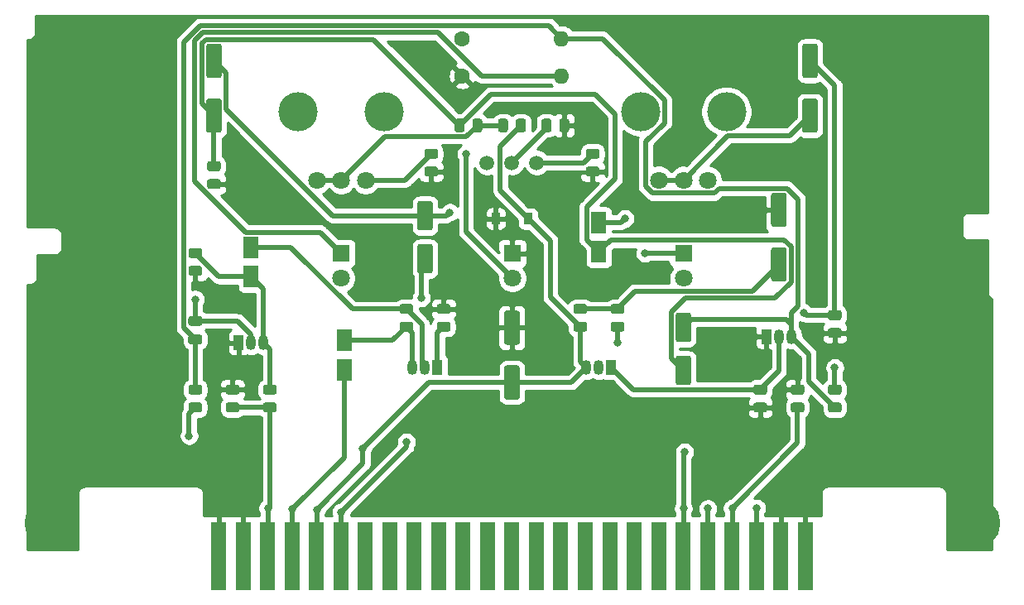
<source format=gbr>
G04 #@! TF.GenerationSoftware,KiCad,Pcbnew,(5.1.7)-1*
G04 #@! TF.CreationDate,2021-08-29T20:02:24-05:00*
G04 #@! TF.ProjectId,ConsolePedalShakeSMT,436f6e73-6f6c-4655-9065-64616c536861,rev?*
G04 #@! TF.SameCoordinates,Original*
G04 #@! TF.FileFunction,Copper,L1,Top*
G04 #@! TF.FilePolarity,Positive*
%FSLAX46Y46*%
G04 Gerber Fmt 4.6, Leading zero omitted, Abs format (unit mm)*
G04 Created by KiCad (PCBNEW (5.1.7)-1) date 2021-08-29 20:02:24*
%MOMM*%
%LPD*%
G01*
G04 APERTURE LIST*
G04 #@! TA.AperFunction,ComponentPad*
%ADD10C,1.500000*%
G04 #@! TD*
G04 #@! TA.AperFunction,ComponentPad*
%ADD11R,1.800000X1.800000*%
G04 #@! TD*
G04 #@! TA.AperFunction,ComponentPad*
%ADD12C,1.800000*%
G04 #@! TD*
G04 #@! TA.AperFunction,ConnectorPad*
%ADD13R,1.500000X7.000000*%
G04 #@! TD*
G04 #@! TA.AperFunction,ComponentPad*
%ADD14C,5.000000*%
G04 #@! TD*
G04 #@! TA.AperFunction,ComponentPad*
%ADD15C,1.600000*%
G04 #@! TD*
G04 #@! TA.AperFunction,ComponentPad*
%ADD16O,1.600000X1.600000*%
G04 #@! TD*
G04 #@! TA.AperFunction,ComponentPad*
%ADD17R,1.050000X1.500000*%
G04 #@! TD*
G04 #@! TA.AperFunction,ComponentPad*
%ADD18O,1.050000X1.500000*%
G04 #@! TD*
G04 #@! TA.AperFunction,WasherPad*
%ADD19C,4.000000*%
G04 #@! TD*
G04 #@! TA.AperFunction,SMDPad,CuDef*
%ADD20R,1.600000X2.200000*%
G04 #@! TD*
G04 #@! TA.AperFunction,SMDPad,CuDef*
%ADD21R,0.900000X1.200000*%
G04 #@! TD*
G04 #@! TA.AperFunction,ViaPad*
%ADD22C,0.800000*%
G04 #@! TD*
G04 #@! TA.AperFunction,Conductor*
%ADD23C,0.500000*%
G04 #@! TD*
G04 #@! TA.AperFunction,Conductor*
%ADD24C,0.254000*%
G04 #@! TD*
G04 #@! TA.AperFunction,Conductor*
%ADD25C,0.100000*%
G04 #@! TD*
G04 APERTURE END LIST*
D10*
G04 #@! TO.P,SW1,3*
G04 #@! TO.N,Net-(R13-Pad1)*
X135255000Y-85725000D03*
G04 #@! TO.P,SW1,1*
G04 #@! TO.N,Net-(C7-Pad2)*
X130175000Y-85725000D03*
G04 #@! TO.P,SW1,2*
G04 #@! TO.N,Net-(C8-Pad2)*
X132715000Y-85725000D03*
G04 #@! TD*
D11*
G04 #@! TO.P,D1,1*
G04 #@! TO.N,Net-(D1-Pad1)*
X115250000Y-95000000D03*
D12*
G04 #@! TO.P,D1,2*
G04 #@! TO.N,/LEDPower*
X115250000Y-97540000D03*
G04 #@! TD*
G04 #@! TO.P,D2,2*
G04 #@! TO.N,/LEDPower*
X150250000Y-97540000D03*
D11*
G04 #@! TO.P,D2,1*
G04 #@! TO.N,Net-(D1-Pad1)*
X150250000Y-95000000D03*
G04 #@! TD*
D13*
G04 #@! TO.P,J1,1*
G04 #@! TO.N,GND*
X102715000Y-126000000D03*
G04 #@! TO.P,J1,2*
X105215000Y-126000000D03*
G04 #@! TO.P,J1,3*
G04 #@! TO.N,/Input*
X107715000Y-126000000D03*
G04 #@! TO.P,J1,4*
G04 #@! TO.N,/Output*
X110215000Y-126000000D03*
G04 #@! TO.P,J1,5*
G04 #@! TO.N,+9V*
X112715000Y-126000000D03*
G04 #@! TO.P,J1,6*
G04 #@! TO.N,/LEDPower*
X115215000Y-126000000D03*
G04 #@! TO.P,J1,7*
G04 #@! TO.N,N/C*
X117715000Y-126000000D03*
G04 #@! TO.P,J1,8*
X120215000Y-126000000D03*
G04 #@! TO.P,J1,9*
X122715000Y-126000000D03*
G04 #@! TO.P,J1,10*
X125215000Y-126000000D03*
G04 #@! TO.P,J1,11*
X127715000Y-126000000D03*
G04 #@! TO.P,J1,12*
X130215000Y-126000000D03*
G04 #@! TO.P,J1,13*
X132715000Y-126000000D03*
G04 #@! TO.P,J1,14*
X135215000Y-126000000D03*
G04 #@! TO.P,J1,15*
X137715000Y-126000000D03*
G04 #@! TO.P,J1,16*
X140215000Y-126000000D03*
G04 #@! TO.P,J1,17*
X142715000Y-126000000D03*
G04 #@! TO.P,J1,18*
X145215000Y-126000000D03*
G04 #@! TO.P,J1,19*
X147715000Y-126000000D03*
G04 #@! TO.P,J1,20*
G04 #@! TO.N,/LEDPower*
X150215000Y-126000000D03*
G04 #@! TO.P,J1,21*
G04 #@! TO.N,+9V*
X152715000Y-126000000D03*
G04 #@! TO.P,J1,22*
G04 #@! TO.N,/Output*
X155215000Y-126000000D03*
G04 #@! TO.P,J1,23*
G04 #@! TO.N,/Input*
X157715000Y-126000000D03*
G04 #@! TO.P,J1,24*
G04 #@! TO.N,GND*
X160215000Y-126000000D03*
G04 #@! TO.P,J1,25*
X162715000Y-126000000D03*
G04 #@! TD*
D14*
G04 #@! TO.P,H1,1*
G04 #@! TO.N,GND*
X85350000Y-122600000D03*
G04 #@! TD*
G04 #@! TO.P,H2,1*
G04 #@! TO.N,GND*
X180150000Y-122600000D03*
G04 #@! TD*
D15*
G04 #@! TO.P,R20,1*
G04 #@! TO.N,GND*
X127635000Y-76835000D03*
D16*
G04 #@! TO.P,R20,2*
G04 #@! TO.N,Net-(D1-Pad1)*
X137795000Y-76835000D03*
G04 #@! TD*
D11*
G04 #@! TO.P,D3,1*
G04 #@! TO.N,GND*
X132750000Y-95000000D03*
D12*
G04 #@! TO.P,D3,2*
G04 #@! TO.N,Net-(D3-Pad2)*
X132750000Y-97540000D03*
G04 #@! TD*
D17*
G04 #@! TO.P,Q1,1*
G04 #@! TO.N,Net-(Q1-Pad1)*
X125095000Y-106680000D03*
D18*
G04 #@! TO.P,Q1,3*
G04 #@! TO.N,Net-(C4-Pad1)*
X122555000Y-106680000D03*
G04 #@! TO.P,Q1,2*
G04 #@! TO.N,Net-(C2-Pad1)*
X123825000Y-106680000D03*
G04 #@! TD*
D17*
G04 #@! TO.P,Q2,1*
G04 #@! TO.N,GND*
X104775000Y-104140000D03*
D18*
G04 #@! TO.P,Q2,3*
G04 #@! TO.N,Net-(C2-Pad2)*
X107315000Y-104140000D03*
G04 #@! TO.P,Q2,2*
G04 #@! TO.N,Net-(C5-Pad1)*
X106045000Y-104140000D03*
G04 #@! TD*
G04 #@! TO.P,Q3,2*
G04 #@! TO.N,Net-(C10-Pad1)*
X141605000Y-106680000D03*
G04 #@! TO.P,Q3,3*
G04 #@! TO.N,+9V*
X140335000Y-106680000D03*
D17*
G04 #@! TO.P,Q3,1*
G04 #@! TO.N,Net-(Q3-Pad1)*
X142875000Y-106680000D03*
G04 #@! TD*
D18*
G04 #@! TO.P,Q4,2*
G04 #@! TO.N,Net-(Q3-Pad1)*
X160020000Y-103505000D03*
G04 #@! TO.P,Q4,3*
G04 #@! TO.N,Net-(C5-Pad2)*
X161290000Y-103505000D03*
D17*
G04 #@! TO.P,Q4,1*
G04 #@! TO.N,GND*
X158750000Y-103505000D03*
G04 #@! TD*
D15*
G04 #@! TO.P,R19,1*
G04 #@! TO.N,Net-(D3-Pad2)*
X127635000Y-73025000D03*
D16*
G04 #@! TO.P,R19,2*
G04 #@! TO.N,Net-(C5-Pad2)*
X137795000Y-73025000D03*
G04 #@! TD*
D19*
G04 #@! TO.P,RV1,*
G04 #@! TO.N,*
X119650000Y-80500000D03*
X110850000Y-80500000D03*
D12*
G04 #@! TO.P,RV1,1*
G04 #@! TO.N,Net-(R9-Pad2)*
X117750000Y-87500000D03*
G04 #@! TO.P,RV1,2*
G04 #@! TO.N,Net-(C5-Pad1)*
X115250000Y-87500000D03*
G04 #@! TO.P,RV1,3*
X112750000Y-87500000D03*
G04 #@! TD*
G04 #@! TO.P,RV2,3*
G04 #@! TO.N,Net-(C10-Pad1)*
X147750000Y-87500000D03*
G04 #@! TO.P,RV2,2*
X150250000Y-87500000D03*
G04 #@! TO.P,RV2,1*
G04 #@! TO.N,Net-(R16-Pad1)*
X152750000Y-87500000D03*
D19*
G04 #@! TO.P,RV2,*
G04 #@! TO.N,*
X145850000Y-80500000D03*
X154650000Y-80500000D03*
G04 #@! TD*
G04 #@! TO.P,C1,2*
G04 #@! TO.N,GND*
G04 #@! TA.AperFunction,SMDPad,CuDef*
G36*
G01*
X133265000Y-104360000D02*
X132165000Y-104360000D01*
G75*
G02*
X131915000Y-104110000I0J250000D01*
G01*
X131915000Y-101110000D01*
G75*
G02*
X132165000Y-100860000I250000J0D01*
G01*
X133265000Y-100860000D01*
G75*
G02*
X133515000Y-101110000I0J-250000D01*
G01*
X133515000Y-104110000D01*
G75*
G02*
X133265000Y-104360000I-250000J0D01*
G01*
G37*
G04 #@! TD.AperFunction*
G04 #@! TO.P,C1,1*
G04 #@! TO.N,+9V*
G04 #@! TA.AperFunction,SMDPad,CuDef*
G36*
G01*
X133265000Y-109960000D02*
X132165000Y-109960000D01*
G75*
G02*
X131915000Y-109710000I0J250000D01*
G01*
X131915000Y-106710000D01*
G75*
G02*
X132165000Y-106460000I250000J0D01*
G01*
X133265000Y-106460000D01*
G75*
G02*
X133515000Y-106710000I0J-250000D01*
G01*
X133515000Y-109710000D01*
G75*
G02*
X133265000Y-109960000I-250000J0D01*
G01*
G37*
G04 #@! TD.AperFunction*
G04 #@! TD*
D20*
G04 #@! TO.P,C2,2*
G04 #@! TO.N,Net-(C2-Pad2)*
X106045000Y-97385000D03*
G04 #@! TO.P,C2,1*
G04 #@! TO.N,Net-(C2-Pad1)*
X106045000Y-94385000D03*
G04 #@! TD*
G04 #@! TO.P,C3,2*
G04 #@! TO.N,GND*
G04 #@! TA.AperFunction,SMDPad,CuDef*
G36*
G01*
X160570000Y-92295000D02*
X159470000Y-92295000D01*
G75*
G02*
X159220000Y-92045000I0J250000D01*
G01*
X159220000Y-89045000D01*
G75*
G02*
X159470000Y-88795000I250000J0D01*
G01*
X160570000Y-88795000D01*
G75*
G02*
X160820000Y-89045000I0J-250000D01*
G01*
X160820000Y-92045000D01*
G75*
G02*
X160570000Y-92295000I-250000J0D01*
G01*
G37*
G04 #@! TD.AperFunction*
G04 #@! TO.P,C3,1*
G04 #@! TO.N,Net-(C3-Pad1)*
G04 #@! TA.AperFunction,SMDPad,CuDef*
G36*
G01*
X160570000Y-97895000D02*
X159470000Y-97895000D01*
G75*
G02*
X159220000Y-97645000I0J250000D01*
G01*
X159220000Y-94645000D01*
G75*
G02*
X159470000Y-94395000I250000J0D01*
G01*
X160570000Y-94395000D01*
G75*
G02*
X160820000Y-94645000I0J-250000D01*
G01*
X160820000Y-97645000D01*
G75*
G02*
X160570000Y-97895000I-250000J0D01*
G01*
G37*
G04 #@! TD.AperFunction*
G04 #@! TD*
G04 #@! TO.P,C4,1*
G04 #@! TO.N,Net-(C4-Pad1)*
X115570000Y-103910000D03*
G04 #@! TO.P,C4,2*
G04 #@! TO.N,/Output*
X115570000Y-106910000D03*
G04 #@! TD*
G04 #@! TO.P,C5,1*
G04 #@! TO.N,Net-(C5-Pad1)*
G04 #@! TA.AperFunction,SMDPad,CuDef*
G36*
G01*
X99855000Y-101420000D02*
X100805000Y-101420000D01*
G75*
G02*
X101055000Y-101670000I0J-250000D01*
G01*
X101055000Y-102170000D01*
G75*
G02*
X100805000Y-102420000I-250000J0D01*
G01*
X99855000Y-102420000D01*
G75*
G02*
X99605000Y-102170000I0J250000D01*
G01*
X99605000Y-101670000D01*
G75*
G02*
X99855000Y-101420000I250000J0D01*
G01*
G37*
G04 #@! TD.AperFunction*
G04 #@! TO.P,C5,2*
G04 #@! TO.N,Net-(C5-Pad2)*
G04 #@! TA.AperFunction,SMDPad,CuDef*
G36*
G01*
X99855000Y-103320000D02*
X100805000Y-103320000D01*
G75*
G02*
X101055000Y-103570000I0J-250000D01*
G01*
X101055000Y-104070000D01*
G75*
G02*
X100805000Y-104320000I-250000J0D01*
G01*
X99855000Y-104320000D01*
G75*
G02*
X99605000Y-104070000I0J250000D01*
G01*
X99605000Y-103570000D01*
G75*
G02*
X99855000Y-103320000I250000J0D01*
G01*
G37*
G04 #@! TD.AperFunction*
G04 #@! TD*
G04 #@! TO.P,C6,1*
G04 #@! TO.N,Net-(C5-Pad2)*
G04 #@! TA.AperFunction,SMDPad,CuDef*
G36*
G01*
X149700000Y-101075000D02*
X150800000Y-101075000D01*
G75*
G02*
X151050000Y-101325000I0J-250000D01*
G01*
X151050000Y-103825000D01*
G75*
G02*
X150800000Y-104075000I-250000J0D01*
G01*
X149700000Y-104075000D01*
G75*
G02*
X149450000Y-103825000I0J250000D01*
G01*
X149450000Y-101325000D01*
G75*
G02*
X149700000Y-101075000I250000J0D01*
G01*
G37*
G04 #@! TD.AperFunction*
G04 #@! TO.P,C6,2*
G04 #@! TO.N,Net-(C6-Pad2)*
G04 #@! TA.AperFunction,SMDPad,CuDef*
G36*
G01*
X149700000Y-105475000D02*
X150800000Y-105475000D01*
G75*
G02*
X151050000Y-105725000I0J-250000D01*
G01*
X151050000Y-108225000D01*
G75*
G02*
X150800000Y-108475000I-250000J0D01*
G01*
X149700000Y-108475000D01*
G75*
G02*
X149450000Y-108225000I0J250000D01*
G01*
X149450000Y-105725000D01*
G75*
G02*
X149700000Y-105475000I250000J0D01*
G01*
G37*
G04 #@! TD.AperFunction*
G04 #@! TD*
G04 #@! TO.P,C7,1*
G04 #@! TO.N,Net-(C6-Pad2)*
X141605000Y-94845000D03*
G04 #@! TO.P,C7,2*
G04 #@! TO.N,Net-(C7-Pad2)*
X141605000Y-91845000D03*
G04 #@! TD*
G04 #@! TO.P,C8,1*
G04 #@! TO.N,Net-(C6-Pad2)*
G04 #@! TA.AperFunction,SMDPad,CuDef*
G36*
G01*
X102785000Y-82655000D02*
X101685000Y-82655000D01*
G75*
G02*
X101435000Y-82405000I0J250000D01*
G01*
X101435000Y-79405000D01*
G75*
G02*
X101685000Y-79155000I250000J0D01*
G01*
X102785000Y-79155000D01*
G75*
G02*
X103035000Y-79405000I0J-250000D01*
G01*
X103035000Y-82405000D01*
G75*
G02*
X102785000Y-82655000I-250000J0D01*
G01*
G37*
G04 #@! TD.AperFunction*
G04 #@! TO.P,C8,2*
G04 #@! TO.N,Net-(C8-Pad2)*
G04 #@! TA.AperFunction,SMDPad,CuDef*
G36*
G01*
X102785000Y-77055000D02*
X101685000Y-77055000D01*
G75*
G02*
X101435000Y-76805000I0J250000D01*
G01*
X101435000Y-73805000D01*
G75*
G02*
X101685000Y-73555000I250000J0D01*
G01*
X102785000Y-73555000D01*
G75*
G02*
X103035000Y-73805000I0J-250000D01*
G01*
X103035000Y-76805000D01*
G75*
G02*
X102785000Y-77055000I-250000J0D01*
G01*
G37*
G04 #@! TD.AperFunction*
G04 #@! TD*
G04 #@! TO.P,C9,2*
G04 #@! TO.N,Net-(C8-Pad2)*
G04 #@! TA.AperFunction,SMDPad,CuDef*
G36*
G01*
X124375000Y-92645000D02*
X123275000Y-92645000D01*
G75*
G02*
X123025000Y-92395000I0J250000D01*
G01*
X123025000Y-89895000D01*
G75*
G02*
X123275000Y-89645000I250000J0D01*
G01*
X124375000Y-89645000D01*
G75*
G02*
X124625000Y-89895000I0J-250000D01*
G01*
X124625000Y-92395000D01*
G75*
G02*
X124375000Y-92645000I-250000J0D01*
G01*
G37*
G04 #@! TD.AperFunction*
G04 #@! TO.P,C9,1*
G04 #@! TO.N,Net-(C10-Pad2)*
G04 #@! TA.AperFunction,SMDPad,CuDef*
G36*
G01*
X124375000Y-97045000D02*
X123275000Y-97045000D01*
G75*
G02*
X123025000Y-96795000I0J250000D01*
G01*
X123025000Y-94295000D01*
G75*
G02*
X123275000Y-94045000I250000J0D01*
G01*
X124375000Y-94045000D01*
G75*
G02*
X124625000Y-94295000I0J-250000D01*
G01*
X124625000Y-96795000D01*
G75*
G02*
X124375000Y-97045000I-250000J0D01*
G01*
G37*
G04 #@! TD.AperFunction*
G04 #@! TD*
G04 #@! TO.P,C10,1*
G04 #@! TO.N,Net-(C10-Pad1)*
G04 #@! TA.AperFunction,SMDPad,CuDef*
G36*
G01*
X163745000Y-82655000D02*
X162645000Y-82655000D01*
G75*
G02*
X162395000Y-82405000I0J250000D01*
G01*
X162395000Y-79405000D01*
G75*
G02*
X162645000Y-79155000I250000J0D01*
G01*
X163745000Y-79155000D01*
G75*
G02*
X163995000Y-79405000I0J-250000D01*
G01*
X163995000Y-82405000D01*
G75*
G02*
X163745000Y-82655000I-250000J0D01*
G01*
G37*
G04 #@! TD.AperFunction*
G04 #@! TO.P,C10,2*
G04 #@! TO.N,Net-(C10-Pad2)*
G04 #@! TA.AperFunction,SMDPad,CuDef*
G36*
G01*
X163745000Y-77055000D02*
X162645000Y-77055000D01*
G75*
G02*
X162395000Y-76805000I0J250000D01*
G01*
X162395000Y-73805000D01*
G75*
G02*
X162645000Y-73555000I250000J0D01*
G01*
X163745000Y-73555000D01*
G75*
G02*
X163995000Y-73805000I0J-250000D01*
G01*
X163995000Y-76805000D01*
G75*
G02*
X163745000Y-77055000I-250000J0D01*
G01*
G37*
G04 #@! TD.AperFunction*
G04 #@! TD*
D21*
G04 #@! TO.P,D4,1*
G04 #@! TO.N,+9V*
X134365000Y-91440000D03*
G04 #@! TO.P,D4,2*
G04 #@! TO.N,GND*
X131065000Y-91440000D03*
G04 #@! TD*
G04 #@! TO.P,R1,2*
G04 #@! TO.N,/Input*
G04 #@! TA.AperFunction,SMDPad,CuDef*
G36*
G01*
X103689999Y-110255000D02*
X104590001Y-110255000D01*
G75*
G02*
X104840000Y-110504999I0J-249999D01*
G01*
X104840000Y-111030001D01*
G75*
G02*
X104590001Y-111280000I-249999J0D01*
G01*
X103689999Y-111280000D01*
G75*
G02*
X103440000Y-111030001I0J249999D01*
G01*
X103440000Y-110504999D01*
G75*
G02*
X103689999Y-110255000I249999J0D01*
G01*
G37*
G04 #@! TD.AperFunction*
G04 #@! TO.P,R1,1*
G04 #@! TO.N,GND*
G04 #@! TA.AperFunction,SMDPad,CuDef*
G36*
G01*
X103689999Y-108430000D02*
X104590001Y-108430000D01*
G75*
G02*
X104840000Y-108679999I0J-249999D01*
G01*
X104840000Y-109205001D01*
G75*
G02*
X104590001Y-109455000I-249999J0D01*
G01*
X103689999Y-109455000D01*
G75*
G02*
X103440000Y-109205001I0J249999D01*
G01*
X103440000Y-108679999D01*
G75*
G02*
X103689999Y-108430000I249999J0D01*
G01*
G37*
G04 #@! TD.AperFunction*
G04 #@! TD*
G04 #@! TO.P,R2,1*
G04 #@! TO.N,/Input*
G04 #@! TA.AperFunction,SMDPad,CuDef*
G36*
G01*
X108400001Y-111280000D02*
X107499999Y-111280000D01*
G75*
G02*
X107250000Y-111030001I0J249999D01*
G01*
X107250000Y-110504999D01*
G75*
G02*
X107499999Y-110255000I249999J0D01*
G01*
X108400001Y-110255000D01*
G75*
G02*
X108650000Y-110504999I0J-249999D01*
G01*
X108650000Y-111030001D01*
G75*
G02*
X108400001Y-111280000I-249999J0D01*
G01*
G37*
G04 #@! TD.AperFunction*
G04 #@! TO.P,R2,2*
G04 #@! TO.N,Net-(C2-Pad2)*
G04 #@! TA.AperFunction,SMDPad,CuDef*
G36*
G01*
X108400001Y-109455000D02*
X107499999Y-109455000D01*
G75*
G02*
X107250000Y-109205001I0J249999D01*
G01*
X107250000Y-108679999D01*
G75*
G02*
X107499999Y-108430000I249999J0D01*
G01*
X108400001Y-108430000D01*
G75*
G02*
X108650000Y-108679999I0J-249999D01*
G01*
X108650000Y-109205001D01*
G75*
G02*
X108400001Y-109455000I-249999J0D01*
G01*
G37*
G04 #@! TD.AperFunction*
G04 #@! TD*
G04 #@! TO.P,R3,1*
G04 #@! TO.N,Net-(C2-Pad2)*
G04 #@! TA.AperFunction,SMDPad,CuDef*
G36*
G01*
X99879999Y-94460000D02*
X100780001Y-94460000D01*
G75*
G02*
X101030000Y-94709999I0J-249999D01*
G01*
X101030000Y-95235001D01*
G75*
G02*
X100780001Y-95485000I-249999J0D01*
G01*
X99879999Y-95485000D01*
G75*
G02*
X99630000Y-95235001I0J249999D01*
G01*
X99630000Y-94709999D01*
G75*
G02*
X99879999Y-94460000I249999J0D01*
G01*
G37*
G04 #@! TD.AperFunction*
G04 #@! TO.P,R3,2*
G04 #@! TO.N,GND*
G04 #@! TA.AperFunction,SMDPad,CuDef*
G36*
G01*
X99879999Y-96285000D02*
X100780001Y-96285000D01*
G75*
G02*
X101030000Y-96534999I0J-249999D01*
G01*
X101030000Y-97060001D01*
G75*
G02*
X100780001Y-97310000I-249999J0D01*
G01*
X99879999Y-97310000D01*
G75*
G02*
X99630000Y-97060001I0J249999D01*
G01*
X99630000Y-96534999D01*
G75*
G02*
X99879999Y-96285000I249999J0D01*
G01*
G37*
G04 #@! TD.AperFunction*
G04 #@! TD*
G04 #@! TO.P,R4,2*
G04 #@! TO.N,Net-(C4-Pad1)*
G04 #@! TA.AperFunction,SMDPad,CuDef*
G36*
G01*
X121469999Y-102000000D02*
X122370001Y-102000000D01*
G75*
G02*
X122620000Y-102249999I0J-249999D01*
G01*
X122620000Y-102775001D01*
G75*
G02*
X122370001Y-103025000I-249999J0D01*
G01*
X121469999Y-103025000D01*
G75*
G02*
X121220000Y-102775001I0J249999D01*
G01*
X121220000Y-102249999D01*
G75*
G02*
X121469999Y-102000000I249999J0D01*
G01*
G37*
G04 #@! TD.AperFunction*
G04 #@! TO.P,R4,1*
G04 #@! TO.N,Net-(C2-Pad1)*
G04 #@! TA.AperFunction,SMDPad,CuDef*
G36*
G01*
X121469999Y-100175000D02*
X122370001Y-100175000D01*
G75*
G02*
X122620000Y-100424999I0J-249999D01*
G01*
X122620000Y-100950001D01*
G75*
G02*
X122370001Y-101200000I-249999J0D01*
G01*
X121469999Y-101200000D01*
G75*
G02*
X121220000Y-100950001I0J249999D01*
G01*
X121220000Y-100424999D01*
G75*
G02*
X121469999Y-100175000I249999J0D01*
G01*
G37*
G04 #@! TD.AperFunction*
G04 #@! TD*
G04 #@! TO.P,R5,1*
G04 #@! TO.N,Net-(C3-Pad1)*
G04 #@! TA.AperFunction,SMDPad,CuDef*
G36*
G01*
X143059999Y-100175000D02*
X143960001Y-100175000D01*
G75*
G02*
X144210000Y-100424999I0J-249999D01*
G01*
X144210000Y-100950001D01*
G75*
G02*
X143960001Y-101200000I-249999J0D01*
G01*
X143059999Y-101200000D01*
G75*
G02*
X142810000Y-100950001I0J249999D01*
G01*
X142810000Y-100424999D01*
G75*
G02*
X143059999Y-100175000I249999J0D01*
G01*
G37*
G04 #@! TD.AperFunction*
G04 #@! TO.P,R5,2*
G04 #@! TO.N,Net-(C4-Pad1)*
G04 #@! TA.AperFunction,SMDPad,CuDef*
G36*
G01*
X143059999Y-102000000D02*
X143960001Y-102000000D01*
G75*
G02*
X144210000Y-102249999I0J-249999D01*
G01*
X144210000Y-102775001D01*
G75*
G02*
X143960001Y-103025000I-249999J0D01*
G01*
X143059999Y-103025000D01*
G75*
G02*
X142810000Y-102775001I0J249999D01*
G01*
X142810000Y-102249999D01*
G75*
G02*
X143059999Y-102000000I249999J0D01*
G01*
G37*
G04 #@! TD.AperFunction*
G04 #@! TD*
G04 #@! TO.P,R6,2*
G04 #@! TO.N,Net-(C3-Pad1)*
G04 #@! TA.AperFunction,SMDPad,CuDef*
G36*
G01*
X140150001Y-101200000D02*
X139249999Y-101200000D01*
G75*
G02*
X139000000Y-100950001I0J249999D01*
G01*
X139000000Y-100424999D01*
G75*
G02*
X139249999Y-100175000I249999J0D01*
G01*
X140150001Y-100175000D01*
G75*
G02*
X140400000Y-100424999I0J-249999D01*
G01*
X140400000Y-100950001D01*
G75*
G02*
X140150001Y-101200000I-249999J0D01*
G01*
G37*
G04 #@! TD.AperFunction*
G04 #@! TO.P,R6,1*
G04 #@! TO.N,+9V*
G04 #@! TA.AperFunction,SMDPad,CuDef*
G36*
G01*
X140150001Y-103025000D02*
X139249999Y-103025000D01*
G75*
G02*
X139000000Y-102775001I0J249999D01*
G01*
X139000000Y-102249999D01*
G75*
G02*
X139249999Y-102000000I249999J0D01*
G01*
X140150001Y-102000000D01*
G75*
G02*
X140400000Y-102249999I0J-249999D01*
G01*
X140400000Y-102775001D01*
G75*
G02*
X140150001Y-103025000I-249999J0D01*
G01*
G37*
G04 #@! TD.AperFunction*
G04 #@! TD*
G04 #@! TO.P,R7,1*
G04 #@! TO.N,Net-(Q1-Pad1)*
G04 #@! TA.AperFunction,SMDPad,CuDef*
G36*
G01*
X126180001Y-103025000D02*
X125279999Y-103025000D01*
G75*
G02*
X125030000Y-102775001I0J249999D01*
G01*
X125030000Y-102249999D01*
G75*
G02*
X125279999Y-102000000I249999J0D01*
G01*
X126180001Y-102000000D01*
G75*
G02*
X126430000Y-102249999I0J-249999D01*
G01*
X126430000Y-102775001D01*
G75*
G02*
X126180001Y-103025000I-249999J0D01*
G01*
G37*
G04 #@! TD.AperFunction*
G04 #@! TO.P,R7,2*
G04 #@! TO.N,GND*
G04 #@! TA.AperFunction,SMDPad,CuDef*
G36*
G01*
X126180001Y-101200000D02*
X125279999Y-101200000D01*
G75*
G02*
X125030000Y-100950001I0J249999D01*
G01*
X125030000Y-100424999D01*
G75*
G02*
X125279999Y-100175000I249999J0D01*
G01*
X126180001Y-100175000D01*
G75*
G02*
X126430000Y-100424999I0J-249999D01*
G01*
X126430000Y-100950001D01*
G75*
G02*
X126180001Y-101200000I-249999J0D01*
G01*
G37*
G04 #@! TD.AperFunction*
G04 #@! TD*
G04 #@! TO.P,R8,2*
G04 #@! TO.N,GND*
G04 #@! TA.AperFunction,SMDPad,CuDef*
G36*
G01*
X162375001Y-109455000D02*
X161474999Y-109455000D01*
G75*
G02*
X161225000Y-109205001I0J249999D01*
G01*
X161225000Y-108679999D01*
G75*
G02*
X161474999Y-108430000I249999J0D01*
G01*
X162375001Y-108430000D01*
G75*
G02*
X162625000Y-108679999I0J-249999D01*
G01*
X162625000Y-109205001D01*
G75*
G02*
X162375001Y-109455000I-249999J0D01*
G01*
G37*
G04 #@! TD.AperFunction*
G04 #@! TO.P,R8,1*
G04 #@! TO.N,/Output*
G04 #@! TA.AperFunction,SMDPad,CuDef*
G36*
G01*
X162375001Y-111280000D02*
X161474999Y-111280000D01*
G75*
G02*
X161225000Y-111030001I0J249999D01*
G01*
X161225000Y-110504999D01*
G75*
G02*
X161474999Y-110255000I249999J0D01*
G01*
X162375001Y-110255000D01*
G75*
G02*
X162625000Y-110504999I0J-249999D01*
G01*
X162625000Y-111030001D01*
G75*
G02*
X162375001Y-111280000I-249999J0D01*
G01*
G37*
G04 #@! TD.AperFunction*
G04 #@! TD*
G04 #@! TO.P,R9,1*
G04 #@! TO.N,GND*
G04 #@! TA.AperFunction,SMDPad,CuDef*
G36*
G01*
X124910001Y-87150000D02*
X124009999Y-87150000D01*
G75*
G02*
X123760000Y-86900001I0J249999D01*
G01*
X123760000Y-86374999D01*
G75*
G02*
X124009999Y-86125000I249999J0D01*
G01*
X124910001Y-86125000D01*
G75*
G02*
X125160000Y-86374999I0J-249999D01*
G01*
X125160000Y-86900001D01*
G75*
G02*
X124910001Y-87150000I-249999J0D01*
G01*
G37*
G04 #@! TD.AperFunction*
G04 #@! TO.P,R9,2*
G04 #@! TO.N,Net-(R9-Pad2)*
G04 #@! TA.AperFunction,SMDPad,CuDef*
G36*
G01*
X124910001Y-85325000D02*
X124009999Y-85325000D01*
G75*
G02*
X123760000Y-85075001I0J249999D01*
G01*
X123760000Y-84549999D01*
G75*
G02*
X124009999Y-84300000I249999J0D01*
G01*
X124910001Y-84300000D01*
G75*
G02*
X125160000Y-84549999I0J-249999D01*
G01*
X125160000Y-85075001D01*
G75*
G02*
X124910001Y-85325000I-249999J0D01*
G01*
G37*
G04 #@! TD.AperFunction*
G04 #@! TD*
G04 #@! TO.P,R10,2*
G04 #@! TO.N,+9V*
G04 #@! TA.AperFunction,SMDPad,CuDef*
G36*
G01*
X133115000Y-82365001D02*
X133115000Y-81464999D01*
G75*
G02*
X133364999Y-81215000I249999J0D01*
G01*
X133890001Y-81215000D01*
G75*
G02*
X134140000Y-81464999I0J-249999D01*
G01*
X134140000Y-82365001D01*
G75*
G02*
X133890001Y-82615000I-249999J0D01*
G01*
X133364999Y-82615000D01*
G75*
G02*
X133115000Y-82365001I0J249999D01*
G01*
G37*
G04 #@! TD.AperFunction*
G04 #@! TO.P,R10,1*
G04 #@! TO.N,Net-(C5-Pad1)*
G04 #@! TA.AperFunction,SMDPad,CuDef*
G36*
G01*
X131290000Y-82365001D02*
X131290000Y-81464999D01*
G75*
G02*
X131539999Y-81215000I249999J0D01*
G01*
X132065001Y-81215000D01*
G75*
G02*
X132315000Y-81464999I0J-249999D01*
G01*
X132315000Y-82365001D01*
G75*
G02*
X132065001Y-82615000I-249999J0D01*
G01*
X131539999Y-82615000D01*
G75*
G02*
X131290000Y-82365001I0J249999D01*
G01*
G37*
G04 #@! TD.AperFunction*
G04 #@! TD*
G04 #@! TO.P,R11,2*
G04 #@! TO.N,Net-(C6-Pad2)*
G04 #@! TA.AperFunction,SMDPad,CuDef*
G36*
G01*
X127870000Y-81464999D02*
X127870000Y-82365001D01*
G75*
G02*
X127620001Y-82615000I-249999J0D01*
G01*
X127094999Y-82615000D01*
G75*
G02*
X126845000Y-82365001I0J249999D01*
G01*
X126845000Y-81464999D01*
G75*
G02*
X127094999Y-81215000I249999J0D01*
G01*
X127620001Y-81215000D01*
G75*
G02*
X127870000Y-81464999I0J-249999D01*
G01*
G37*
G04 #@! TD.AperFunction*
G04 #@! TO.P,R11,1*
G04 #@! TO.N,Net-(C5-Pad1)*
G04 #@! TA.AperFunction,SMDPad,CuDef*
G36*
G01*
X129695000Y-81464999D02*
X129695000Y-82365001D01*
G75*
G02*
X129445001Y-82615000I-249999J0D01*
G01*
X128919999Y-82615000D01*
G75*
G02*
X128670000Y-82365001I0J249999D01*
G01*
X128670000Y-81464999D01*
G75*
G02*
X128919999Y-81215000I249999J0D01*
G01*
X129445001Y-81215000D01*
G75*
G02*
X129695000Y-81464999I0J-249999D01*
G01*
G37*
G04 #@! TD.AperFunction*
G04 #@! TD*
G04 #@! TO.P,R12,1*
G04 #@! TO.N,Net-(C6-Pad2)*
G04 #@! TA.AperFunction,SMDPad,CuDef*
G36*
G01*
X101784999Y-85570000D02*
X102685001Y-85570000D01*
G75*
G02*
X102935000Y-85819999I0J-249999D01*
G01*
X102935000Y-86345001D01*
G75*
G02*
X102685001Y-86595000I-249999J0D01*
G01*
X101784999Y-86595000D01*
G75*
G02*
X101535000Y-86345001I0J249999D01*
G01*
X101535000Y-85819999D01*
G75*
G02*
X101784999Y-85570000I249999J0D01*
G01*
G37*
G04 #@! TD.AperFunction*
G04 #@! TO.P,R12,2*
G04 #@! TO.N,GND*
G04 #@! TA.AperFunction,SMDPad,CuDef*
G36*
G01*
X101784999Y-87395000D02*
X102685001Y-87395000D01*
G75*
G02*
X102935000Y-87644999I0J-249999D01*
G01*
X102935000Y-88170001D01*
G75*
G02*
X102685001Y-88420000I-249999J0D01*
G01*
X101784999Y-88420000D01*
G75*
G02*
X101535000Y-88170001I0J249999D01*
G01*
X101535000Y-87644999D01*
G75*
G02*
X101784999Y-87395000I249999J0D01*
G01*
G37*
G04 #@! TD.AperFunction*
G04 #@! TD*
G04 #@! TO.P,R13,2*
G04 #@! TO.N,GND*
G04 #@! TA.AperFunction,SMDPad,CuDef*
G36*
G01*
X140519999Y-86125000D02*
X141420001Y-86125000D01*
G75*
G02*
X141670000Y-86374999I0J-249999D01*
G01*
X141670000Y-86900001D01*
G75*
G02*
X141420001Y-87150000I-249999J0D01*
G01*
X140519999Y-87150000D01*
G75*
G02*
X140270000Y-86900001I0J249999D01*
G01*
X140270000Y-86374999D01*
G75*
G02*
X140519999Y-86125000I249999J0D01*
G01*
G37*
G04 #@! TD.AperFunction*
G04 #@! TO.P,R13,1*
G04 #@! TO.N,Net-(R13-Pad1)*
G04 #@! TA.AperFunction,SMDPad,CuDef*
G36*
G01*
X140519999Y-84300000D02*
X141420001Y-84300000D01*
G75*
G02*
X141670000Y-84549999I0J-249999D01*
G01*
X141670000Y-85075001D01*
G75*
G02*
X141420001Y-85325000I-249999J0D01*
G01*
X140519999Y-85325000D01*
G75*
G02*
X140270000Y-85075001I0J249999D01*
G01*
X140270000Y-84549999D01*
G75*
G02*
X140519999Y-84300000I249999J0D01*
G01*
G37*
G04 #@! TD.AperFunction*
G04 #@! TD*
G04 #@! TO.P,R14,1*
G04 #@! TO.N,Net-(C8-Pad2)*
G04 #@! TA.AperFunction,SMDPad,CuDef*
G36*
G01*
X135735000Y-82365001D02*
X135735000Y-81464999D01*
G75*
G02*
X135984999Y-81215000I249999J0D01*
G01*
X136510001Y-81215000D01*
G75*
G02*
X136760000Y-81464999I0J-249999D01*
G01*
X136760000Y-82365001D01*
G75*
G02*
X136510001Y-82615000I-249999J0D01*
G01*
X135984999Y-82615000D01*
G75*
G02*
X135735000Y-82365001I0J249999D01*
G01*
G37*
G04 #@! TD.AperFunction*
G04 #@! TO.P,R14,2*
G04 #@! TO.N,GND*
G04 #@! TA.AperFunction,SMDPad,CuDef*
G36*
G01*
X137560000Y-82365001D02*
X137560000Y-81464999D01*
G75*
G02*
X137809999Y-81215000I249999J0D01*
G01*
X138335001Y-81215000D01*
G75*
G02*
X138585000Y-81464999I0J-249999D01*
G01*
X138585000Y-82365001D01*
G75*
G02*
X138335001Y-82615000I-249999J0D01*
G01*
X137809999Y-82615000D01*
G75*
G02*
X137560000Y-82365001I0J249999D01*
G01*
G37*
G04 #@! TD.AperFunction*
G04 #@! TD*
G04 #@! TO.P,R15,2*
G04 #@! TO.N,GND*
G04 #@! TA.AperFunction,SMDPad,CuDef*
G36*
G01*
X165284999Y-102635000D02*
X166185001Y-102635000D01*
G75*
G02*
X166435000Y-102884999I0J-249999D01*
G01*
X166435000Y-103410001D01*
G75*
G02*
X166185001Y-103660000I-249999J0D01*
G01*
X165284999Y-103660000D01*
G75*
G02*
X165035000Y-103410001I0J249999D01*
G01*
X165035000Y-102884999D01*
G75*
G02*
X165284999Y-102635000I249999J0D01*
G01*
G37*
G04 #@! TD.AperFunction*
G04 #@! TO.P,R15,1*
G04 #@! TO.N,Net-(C10-Pad2)*
G04 #@! TA.AperFunction,SMDPad,CuDef*
G36*
G01*
X165284999Y-100810000D02*
X166185001Y-100810000D01*
G75*
G02*
X166435000Y-101059999I0J-249999D01*
G01*
X166435000Y-101585001D01*
G75*
G02*
X166185001Y-101835000I-249999J0D01*
G01*
X165284999Y-101835000D01*
G75*
G02*
X165035000Y-101585001I0J249999D01*
G01*
X165035000Y-101059999D01*
G75*
G02*
X165284999Y-100810000I249999J0D01*
G01*
G37*
G04 #@! TD.AperFunction*
G04 #@! TD*
G04 #@! TO.P,R16,1*
G04 #@! TO.N,Net-(R16-Pad1)*
G04 #@! TA.AperFunction,SMDPad,CuDef*
G36*
G01*
X165284999Y-108430000D02*
X166185001Y-108430000D01*
G75*
G02*
X166435000Y-108679999I0J-249999D01*
G01*
X166435000Y-109205001D01*
G75*
G02*
X166185001Y-109455000I-249999J0D01*
G01*
X165284999Y-109455000D01*
G75*
G02*
X165035000Y-109205001I0J249999D01*
G01*
X165035000Y-108679999D01*
G75*
G02*
X165284999Y-108430000I249999J0D01*
G01*
G37*
G04 #@! TD.AperFunction*
G04 #@! TO.P,R16,2*
G04 #@! TO.N,Net-(C5-Pad2)*
G04 #@! TA.AperFunction,SMDPad,CuDef*
G36*
G01*
X165284999Y-110255000D02*
X166185001Y-110255000D01*
G75*
G02*
X166435000Y-110504999I0J-249999D01*
G01*
X166435000Y-111030001D01*
G75*
G02*
X166185001Y-111280000I-249999J0D01*
G01*
X165284999Y-111280000D01*
G75*
G02*
X165035000Y-111030001I0J249999D01*
G01*
X165035000Y-110504999D01*
G75*
G02*
X165284999Y-110255000I249999J0D01*
G01*
G37*
G04 #@! TD.AperFunction*
G04 #@! TD*
G04 #@! TO.P,R17,1*
G04 #@! TO.N,GND*
G04 #@! TA.AperFunction,SMDPad,CuDef*
G36*
G01*
X158565001Y-111280000D02*
X157664999Y-111280000D01*
G75*
G02*
X157415000Y-111030001I0J249999D01*
G01*
X157415000Y-110504999D01*
G75*
G02*
X157664999Y-110255000I249999J0D01*
G01*
X158565001Y-110255000D01*
G75*
G02*
X158815000Y-110504999I0J-249999D01*
G01*
X158815000Y-111030001D01*
G75*
G02*
X158565001Y-111280000I-249999J0D01*
G01*
G37*
G04 #@! TD.AperFunction*
G04 #@! TO.P,R17,2*
G04 #@! TO.N,Net-(Q3-Pad1)*
G04 #@! TA.AperFunction,SMDPad,CuDef*
G36*
G01*
X158565001Y-109455000D02*
X157664999Y-109455000D01*
G75*
G02*
X157415000Y-109205001I0J249999D01*
G01*
X157415000Y-108679999D01*
G75*
G02*
X157664999Y-108430000I249999J0D01*
G01*
X158565001Y-108430000D01*
G75*
G02*
X158815000Y-108679999I0J-249999D01*
G01*
X158815000Y-109205001D01*
G75*
G02*
X158565001Y-109455000I-249999J0D01*
G01*
G37*
G04 #@! TD.AperFunction*
G04 #@! TD*
G04 #@! TO.P,R18,2*
G04 #@! TO.N,+9V*
G04 #@! TA.AperFunction,SMDPad,CuDef*
G36*
G01*
X99879999Y-110255000D02*
X100780001Y-110255000D01*
G75*
G02*
X101030000Y-110504999I0J-249999D01*
G01*
X101030000Y-111030001D01*
G75*
G02*
X100780001Y-111280000I-249999J0D01*
G01*
X99879999Y-111280000D01*
G75*
G02*
X99630000Y-111030001I0J249999D01*
G01*
X99630000Y-110504999D01*
G75*
G02*
X99879999Y-110255000I249999J0D01*
G01*
G37*
G04 #@! TD.AperFunction*
G04 #@! TO.P,R18,1*
G04 #@! TO.N,Net-(C5-Pad2)*
G04 #@! TA.AperFunction,SMDPad,CuDef*
G36*
G01*
X99879999Y-108430000D02*
X100780001Y-108430000D01*
G75*
G02*
X101030000Y-108679999I0J-249999D01*
G01*
X101030000Y-109205001D01*
G75*
G02*
X100780001Y-109455000I-249999J0D01*
G01*
X99879999Y-109455000D01*
G75*
G02*
X99630000Y-109205001I0J249999D01*
G01*
X99630000Y-108679999D01*
G75*
G02*
X99879999Y-108430000I249999J0D01*
G01*
G37*
G04 #@! TD.AperFunction*
G04 #@! TD*
D22*
G04 #@! TO.N,GND*
X105250000Y-120979000D03*
X160250000Y-120988000D03*
X102750000Y-121038000D03*
X162750000Y-120967000D03*
X103632000Y-99060000D03*
X125984000Y-88392000D03*
X132588000Y-92456000D03*
X138176000Y-88392000D03*
X140716000Y-81788000D03*
X144780000Y-84328000D03*
X155448000Y-104648000D03*
X161544000Y-106680000D03*
X139700000Y-112268000D03*
X126492000Y-111252000D03*
X129032000Y-101092000D03*
G04 #@! TO.N,/LEDPower*
X115250000Y-121454000D03*
X150250000Y-121073000D03*
X150368000Y-115316000D03*
X121920000Y-114300000D03*
G04 #@! TO.N,/Input*
X107750000Y-121066000D03*
X157750000Y-121066000D03*
G04 #@! TO.N,/Output*
X110250000Y-121195000D03*
X155250000Y-121068000D03*
G04 #@! TO.N,+9V*
X112750000Y-121235000D03*
X152750000Y-121108000D03*
X117475000Y-114935000D03*
X99695000Y-113665000D03*
G04 #@! TO.N,Net-(D1-Pad1)*
X146304000Y-94996000D03*
G04 #@! TO.N,Net-(C7-Pad2)*
X144272000Y-91440000D03*
G04 #@! TO.N,Net-(C8-Pad2)*
X126365000Y-90805000D03*
G04 #@! TO.N,Net-(C4-Pad1)*
X143510000Y-104140000D03*
G04 #@! TO.N,Net-(C5-Pad1)*
X100330000Y-99695000D03*
G04 #@! TO.N,Net-(C10-Pad2)*
X162560000Y-101092000D03*
X123444000Y-99568000D03*
G04 #@! TO.N,Net-(D3-Pad2)*
X128016000Y-84836000D03*
G04 #@! TO.N,Net-(R16-Pad1)*
X165735000Y-106680000D03*
G04 #@! TD*
D23*
G04 #@! TO.N,GND*
X105250000Y-126000000D02*
X105250000Y-120979000D01*
X160250000Y-126000000D02*
X160250000Y-120988000D01*
X102750000Y-126000000D02*
X102750000Y-121038000D01*
X162750000Y-126000000D02*
X162750000Y-120967000D01*
G04 #@! TO.N,/LEDPower*
X115250000Y-126000000D02*
X115250000Y-121454000D01*
X150250000Y-126000000D02*
X150250000Y-121073000D01*
X150250000Y-115434000D02*
X150368000Y-115316000D01*
X150250000Y-121073000D02*
X150250000Y-115434000D01*
X121920000Y-114784000D02*
X121920000Y-114300000D01*
X115250000Y-121454000D02*
X121920000Y-114784000D01*
G04 #@! TO.N,/Input*
X107750000Y-126000000D02*
X107750000Y-121066000D01*
X157750000Y-126000000D02*
X157750000Y-121066000D01*
X157734000Y-121050000D02*
X157750000Y-121066000D01*
X104140000Y-110767500D02*
X107950000Y-110767500D01*
X107950000Y-120866000D02*
X107750000Y-121066000D01*
X107950000Y-110767500D02*
X107950000Y-120866000D01*
G04 #@! TO.N,/Output*
X110250000Y-126000000D02*
X110250000Y-121195000D01*
X155250000Y-126000000D02*
X155250000Y-121068000D01*
X110250000Y-121045000D02*
X110250000Y-121195000D01*
X161925000Y-114393000D02*
X155250000Y-121068000D01*
X161925000Y-110767500D02*
X161925000Y-114393000D01*
X115570000Y-115875000D02*
X110250000Y-121195000D01*
X115570000Y-106910000D02*
X115570000Y-115875000D01*
G04 #@! TO.N,+9V*
X112750000Y-126000000D02*
X112750000Y-121235000D01*
X152750000Y-126000000D02*
X152750000Y-121108000D01*
X131514999Y-88589999D02*
X134365000Y-91440000D01*
X131514999Y-84027501D02*
X131514999Y-88589999D01*
X133627500Y-81915000D02*
X131514999Y-84027501D01*
X138805000Y-108210000D02*
X140335000Y-106680000D01*
X132715000Y-108210000D02*
X138805000Y-108210000D01*
X139700000Y-106045000D02*
X140335000Y-106680000D01*
X139700000Y-102512500D02*
X139700000Y-106045000D01*
X117475000Y-116510000D02*
X117475000Y-114935000D01*
X112750000Y-121235000D02*
X117475000Y-116510000D01*
X99695000Y-111402500D02*
X100330000Y-110767500D01*
X99695000Y-113665000D02*
X99695000Y-111402500D01*
X124200000Y-108210000D02*
X117475000Y-114935000D01*
X132715000Y-108210000D02*
X124200000Y-108210000D01*
X139700000Y-102512500D02*
X136652000Y-99464500D01*
X136652000Y-93727000D02*
X134365000Y-91440000D01*
X136652000Y-99464500D02*
X136652000Y-93727000D01*
G04 #@! TO.N,Net-(D1-Pad1)*
X129594998Y-76835000D02*
X137795000Y-76835000D01*
X125164978Y-72404980D02*
X129594998Y-76835000D01*
X101105091Y-72404980D02*
X125164978Y-72404980D01*
X100284980Y-73225091D02*
X101105091Y-72404980D01*
X100284980Y-87659946D02*
X100284980Y-73225091D01*
X105460033Y-92834999D02*
X100284980Y-87659946D01*
X113084999Y-92834999D02*
X105460033Y-92834999D01*
X115250000Y-95000000D02*
X113084999Y-92834999D01*
X146308000Y-95000000D02*
X146304000Y-94996000D01*
X150250000Y-95000000D02*
X146308000Y-95000000D01*
G04 #@! TO.N,Net-(C7-Pad2)*
X143867000Y-91845000D02*
X144272000Y-91440000D01*
X141605000Y-91845000D02*
X143867000Y-91845000D01*
G04 #@! TO.N,Net-(C8-Pad2)*
X136247500Y-82192500D02*
X136247500Y-81915000D01*
X132715000Y-85725000D02*
X136247500Y-82192500D01*
X103485010Y-76555010D02*
X102235000Y-75305000D01*
X103485010Y-80233012D02*
X103485010Y-76555010D01*
X114396998Y-91145000D02*
X103485010Y-80233012D01*
X123825000Y-91145000D02*
X114396998Y-91145000D01*
X126025000Y-91145000D02*
X126365000Y-90805000D01*
X123825000Y-91145000D02*
X126025000Y-91145000D01*
G04 #@! TO.N,Net-(C2-Pad1)*
X123530010Y-102297510D02*
X121920000Y-100687500D01*
X123530010Y-106385010D02*
X123530010Y-102297510D01*
X123825000Y-106680000D02*
X123530010Y-106385010D01*
X110096998Y-94385000D02*
X106045000Y-94385000D01*
X116399498Y-100687500D02*
X110096998Y-94385000D01*
X121920000Y-100687500D02*
X116399498Y-100687500D01*
G04 #@! TO.N,Net-(C2-Pad2)*
X102742500Y-97385000D02*
X100330000Y-94972500D01*
X106045000Y-97385000D02*
X102742500Y-97385000D01*
X107950000Y-104775000D02*
X107315000Y-104140000D01*
X107950000Y-108942500D02*
X107950000Y-104775000D01*
X107315000Y-98655000D02*
X106045000Y-97385000D01*
X107315000Y-104140000D02*
X107315000Y-98655000D01*
G04 #@! TO.N,Net-(C3-Pad1)*
X139700000Y-100687500D02*
X143510000Y-100687500D01*
X145307499Y-98890001D02*
X143510000Y-100687500D01*
X157274999Y-98890001D02*
X145307499Y-98890001D01*
X160020000Y-96145000D02*
X157274999Y-98890001D01*
G04 #@! TO.N,Net-(C4-Pad1)*
X120522500Y-103910000D02*
X121920000Y-102512500D01*
X115570000Y-103910000D02*
X120522500Y-103910000D01*
X122555000Y-103147500D02*
X121920000Y-102512500D01*
X122555000Y-106680000D02*
X122555000Y-103147500D01*
X143510000Y-102512500D02*
X143510000Y-104140000D01*
G04 #@! TO.N,Net-(C5-Pad1)*
X131802500Y-81915000D02*
X129182500Y-81915000D01*
X115250000Y-87500000D02*
X112750000Y-87500000D01*
X106045000Y-103324998D02*
X106045000Y-104140000D01*
X104640002Y-101920000D02*
X106045000Y-103324998D01*
X100330000Y-101920000D02*
X104640002Y-101920000D01*
X100330000Y-101920000D02*
X100330000Y-99695000D01*
X119684990Y-83065010D02*
X115250000Y-87500000D01*
X128032490Y-83065010D02*
X119684990Y-83065010D01*
X129182500Y-81915000D02*
X128032490Y-83065010D01*
G04 #@! TO.N,Net-(C5-Pad2)*
X163075010Y-108107510D02*
X165735000Y-110767500D01*
X163075010Y-105290010D02*
X163075010Y-108107510D01*
X161290000Y-103505000D02*
X163075010Y-105290010D01*
X161290000Y-102255000D02*
X161290000Y-103505000D01*
X160810000Y-101775000D02*
X161290000Y-102255000D01*
X151050000Y-101775000D02*
X160810000Y-101775000D01*
X150250000Y-102575000D02*
X151050000Y-101775000D01*
X100330000Y-108942500D02*
X100330000Y-103820000D01*
X136474970Y-71704970D02*
X137795000Y-73025000D01*
X100815138Y-71704970D02*
X136474970Y-71704970D01*
X99154990Y-73365118D02*
X100815138Y-71704970D01*
X99154990Y-102644990D02*
X99154990Y-73365118D01*
X100330000Y-103820000D02*
X99154990Y-102644990D01*
X148300001Y-79323999D02*
X142001002Y-73025000D01*
X148300001Y-81676001D02*
X148300001Y-79323999D01*
X146399999Y-83576003D02*
X148300001Y-81676001D01*
X146399999Y-88148001D02*
X146399999Y-83576003D01*
X142001002Y-73025000D02*
X137795000Y-73025000D01*
X147101999Y-88850001D02*
X146399999Y-88148001D01*
X153398001Y-88850001D02*
X147101999Y-88850001D01*
X160859956Y-88344990D02*
X153903012Y-88344990D01*
X153903012Y-88344990D02*
X153398001Y-88850001D01*
X161970020Y-89455054D02*
X160859956Y-88344990D01*
X161970020Y-100423978D02*
X161970020Y-89455054D01*
X161290000Y-101103998D02*
X161970020Y-100423978D01*
X161290000Y-103505000D02*
X161290000Y-101103998D01*
G04 #@! TO.N,Net-(C6-Pad2)*
X102235000Y-80905000D02*
X102235000Y-86082500D01*
X118547490Y-73104990D02*
X127357500Y-81915000D01*
X101395044Y-73104990D02*
X118547490Y-73104990D01*
X100984990Y-73515044D02*
X101395044Y-73104990D01*
X100984990Y-79654990D02*
X100984990Y-73515044D01*
X102235000Y-80905000D02*
X100984990Y-79654990D01*
X142800001Y-93649999D02*
X141605000Y-94845000D01*
X160564965Y-93649999D02*
X142800001Y-93649999D01*
X161270010Y-94355044D02*
X160564965Y-93649999D01*
X161270010Y-97934956D02*
X161270010Y-94355044D01*
X150445023Y-99590011D02*
X159614955Y-99590011D01*
X159614955Y-99590011D02*
X161270010Y-97934956D01*
X148999990Y-101035044D02*
X150445023Y-99590011D01*
X148999990Y-105724990D02*
X148999990Y-101035044D01*
X150250000Y-106975000D02*
X148999990Y-105724990D01*
X140354999Y-93594999D02*
X140354999Y-90277001D01*
X141605000Y-94845000D02*
X140354999Y-93594999D01*
X140354999Y-90277001D02*
X143256000Y-87376000D01*
X143256000Y-87376000D02*
X143256000Y-80772000D01*
X143256000Y-80772000D02*
X141224000Y-78740000D01*
X130532500Y-78740000D02*
X127357500Y-81915000D01*
X141224000Y-78740000D02*
X130532500Y-78740000D01*
G04 #@! TO.N,Net-(C10-Pad2)*
X165735000Y-77845000D02*
X165735000Y-101322500D01*
X163195000Y-75305000D02*
X165735000Y-77845000D01*
X162790500Y-101322500D02*
X162560000Y-101092000D01*
X165735000Y-101322500D02*
X162790500Y-101322500D01*
X123444000Y-95926000D02*
X123825000Y-95545000D01*
X123444000Y-99568000D02*
X123444000Y-95926000D01*
G04 #@! TO.N,Net-(C10-Pad1)*
X147750000Y-87500000D02*
X150250000Y-87500000D01*
X154799999Y-82950001D02*
X150250000Y-87500000D01*
X161149999Y-82950001D02*
X154799999Y-82950001D01*
X163195000Y-80905000D02*
X161149999Y-82950001D01*
G04 #@! TO.N,Net-(D3-Pad2)*
X132750000Y-97540000D02*
X128016000Y-92806000D01*
X128016000Y-92806000D02*
X128016000Y-84836000D01*
G04 #@! TO.N,Net-(Q1-Pad1)*
X125095000Y-103147500D02*
X125730000Y-102512500D01*
X125095000Y-106680000D02*
X125095000Y-103147500D01*
G04 #@! TO.N,Net-(Q3-Pad1)*
X160020000Y-107037500D02*
X160020000Y-103505000D01*
X158115000Y-108942500D02*
X160020000Y-107037500D01*
X145137500Y-108942500D02*
X142875000Y-106680000D01*
X158115000Y-108942500D02*
X145137500Y-108942500D01*
G04 #@! TO.N,Net-(R9-Pad2)*
X121772500Y-87500000D02*
X124460000Y-84812500D01*
X117750000Y-87500000D02*
X121772500Y-87500000D01*
G04 #@! TO.N,Net-(R13-Pad1)*
X140057500Y-85725000D02*
X140970000Y-84812500D01*
X135255000Y-85725000D02*
X140057500Y-85725000D01*
G04 #@! TO.N,Net-(R16-Pad1)*
X165735000Y-108942500D02*
X165735000Y-106680000D01*
G04 #@! TD*
D24*
G04 #@! TO.N,GND*
X181323001Y-90823000D02*
X179433252Y-90823000D01*
X179400000Y-90819725D01*
X179366748Y-90823000D01*
X179267285Y-90832796D01*
X179139670Y-90871508D01*
X179022059Y-90934372D01*
X178918973Y-91018973D01*
X178834372Y-91122059D01*
X178771508Y-91239670D01*
X178732796Y-91367285D01*
X178719725Y-91500000D01*
X178723001Y-91533262D01*
X178723000Y-92966747D01*
X178719725Y-93000000D01*
X178732796Y-93132715D01*
X178771508Y-93260330D01*
X178834372Y-93377941D01*
X178918973Y-93481027D01*
X178991906Y-93540882D01*
X179022059Y-93565628D01*
X179139670Y-93628492D01*
X179267285Y-93667204D01*
X179400000Y-93680275D01*
X179433252Y-93677000D01*
X181323000Y-93677000D01*
X181323001Y-98966738D01*
X181319725Y-99000000D01*
X181332796Y-99132715D01*
X181371508Y-99260330D01*
X181434372Y-99377941D01*
X181518973Y-99481027D01*
X181622059Y-99565628D01*
X181739670Y-99628492D01*
X181823001Y-99653770D01*
X181823000Y-125323000D01*
X177177000Y-125323000D01*
X177177000Y-119533252D01*
X177180275Y-119500000D01*
X177167204Y-119367285D01*
X177128492Y-119239670D01*
X177065628Y-119122059D01*
X176981027Y-119018973D01*
X176877941Y-118934372D01*
X176760330Y-118871508D01*
X176632715Y-118832796D01*
X176533252Y-118823000D01*
X176500000Y-118819725D01*
X176466748Y-118823000D01*
X165033252Y-118823000D01*
X165000000Y-118819725D01*
X164966748Y-118823000D01*
X164867285Y-118832796D01*
X164739670Y-118871508D01*
X164622059Y-118934372D01*
X164518973Y-119018973D01*
X164434372Y-119122059D01*
X164371508Y-119239670D01*
X164332796Y-119367285D01*
X164319725Y-119500000D01*
X164323001Y-119533262D01*
X164323001Y-121793000D01*
X158627000Y-121793000D01*
X158627000Y-121602027D01*
X158660115Y-121552467D01*
X158737533Y-121365565D01*
X158777000Y-121167151D01*
X158777000Y-120964849D01*
X158737533Y-120766435D01*
X158660115Y-120579533D01*
X158547723Y-120411326D01*
X158404674Y-120268277D01*
X158236467Y-120155885D01*
X158049565Y-120078467D01*
X157851151Y-120039000D01*
X157648849Y-120039000D01*
X157487089Y-120071176D01*
X162514668Y-115043597D01*
X162548133Y-115016133D01*
X162657727Y-114882592D01*
X162739162Y-114730237D01*
X162760066Y-114661326D01*
X162789310Y-114564923D01*
X162806243Y-114393000D01*
X162802000Y-114349921D01*
X162802000Y-111794819D01*
X162863921Y-111761721D01*
X162997278Y-111652278D01*
X163106721Y-111518921D01*
X163188045Y-111366775D01*
X163238123Y-111201687D01*
X163255033Y-111030001D01*
X163255033Y-110504999D01*
X163238123Y-110333313D01*
X163188045Y-110168225D01*
X163106721Y-110016079D01*
X163040540Y-109935438D01*
X163076185Y-109906185D01*
X163155537Y-109809494D01*
X163214502Y-109699180D01*
X163250812Y-109579482D01*
X163255824Y-109528590D01*
X164404967Y-110677733D01*
X164404967Y-111030001D01*
X164421877Y-111201687D01*
X164471955Y-111366775D01*
X164553279Y-111518921D01*
X164662722Y-111652278D01*
X164796079Y-111761721D01*
X164948225Y-111843045D01*
X165113313Y-111893123D01*
X165284999Y-111910033D01*
X166185001Y-111910033D01*
X166356687Y-111893123D01*
X166521775Y-111843045D01*
X166673921Y-111761721D01*
X166807278Y-111652278D01*
X166916721Y-111518921D01*
X166998045Y-111366775D01*
X167048123Y-111201687D01*
X167065033Y-111030001D01*
X167065033Y-110504999D01*
X167048123Y-110333313D01*
X166998045Y-110168225D01*
X166916721Y-110016079D01*
X166807278Y-109882722D01*
X166773499Y-109855000D01*
X166807278Y-109827278D01*
X166916721Y-109693921D01*
X166998045Y-109541775D01*
X167048123Y-109376687D01*
X167065033Y-109205001D01*
X167065033Y-108679999D01*
X167048123Y-108508313D01*
X166998045Y-108343225D01*
X166916721Y-108191079D01*
X166807278Y-108057722D01*
X166673921Y-107948279D01*
X166612000Y-107915181D01*
X166612000Y-107216027D01*
X166645115Y-107166467D01*
X166722533Y-106979565D01*
X166762000Y-106781151D01*
X166762000Y-106578849D01*
X166722533Y-106380435D01*
X166645115Y-106193533D01*
X166532723Y-106025326D01*
X166389674Y-105882277D01*
X166221467Y-105769885D01*
X166034565Y-105692467D01*
X165836151Y-105653000D01*
X165633849Y-105653000D01*
X165435435Y-105692467D01*
X165248533Y-105769885D01*
X165080326Y-105882277D01*
X164937277Y-106025326D01*
X164824885Y-106193533D01*
X164747467Y-106380435D01*
X164708000Y-106578849D01*
X164708000Y-106781151D01*
X164747467Y-106979565D01*
X164824885Y-107166467D01*
X164858001Y-107216028D01*
X164858000Y-107915181D01*
X164796079Y-107948279D01*
X164662722Y-108057722D01*
X164553279Y-108191079D01*
X164499485Y-108291720D01*
X163952010Y-107744245D01*
X163952010Y-105333079D01*
X163956252Y-105290009D01*
X163952010Y-105246940D01*
X163952010Y-105246931D01*
X163939320Y-105118088D01*
X163889172Y-104952773D01*
X163807737Y-104800418D01*
X163698143Y-104666877D01*
X163664679Y-104639414D01*
X162685265Y-103660000D01*
X164396928Y-103660000D01*
X164409188Y-103784482D01*
X164445498Y-103904180D01*
X164504463Y-104014494D01*
X164583815Y-104111185D01*
X164680506Y-104190537D01*
X164790820Y-104249502D01*
X164910518Y-104285812D01*
X165035000Y-104298072D01*
X165449250Y-104295000D01*
X165608000Y-104136250D01*
X165608000Y-103274500D01*
X165862000Y-103274500D01*
X165862000Y-104136250D01*
X166020750Y-104295000D01*
X166435000Y-104298072D01*
X166559482Y-104285812D01*
X166679180Y-104249502D01*
X166789494Y-104190537D01*
X166886185Y-104111185D01*
X166965537Y-104014494D01*
X167024502Y-103904180D01*
X167060812Y-103784482D01*
X167073072Y-103660000D01*
X167070000Y-103433250D01*
X166911250Y-103274500D01*
X165862000Y-103274500D01*
X165608000Y-103274500D01*
X164558750Y-103274500D01*
X164400000Y-103433250D01*
X164396928Y-103660000D01*
X162685265Y-103660000D01*
X162442000Y-103416735D01*
X162442000Y-103223405D01*
X162425332Y-103054169D01*
X162359459Y-102837016D01*
X162252488Y-102636886D01*
X162167000Y-102532720D01*
X162167000Y-102298079D01*
X162171243Y-102255000D01*
X162167000Y-102211920D01*
X162167000Y-102040831D01*
X162260435Y-102079533D01*
X162397323Y-102106762D01*
X162453263Y-102136662D01*
X162618578Y-102186810D01*
X162747421Y-102199500D01*
X162747430Y-102199500D01*
X162790499Y-102203742D01*
X162833569Y-102199500D01*
X164570943Y-102199500D01*
X164504463Y-102280506D01*
X164445498Y-102390820D01*
X164409188Y-102510518D01*
X164396928Y-102635000D01*
X164400000Y-102861750D01*
X164558750Y-103020500D01*
X165608000Y-103020500D01*
X165608000Y-103000500D01*
X165862000Y-103000500D01*
X165862000Y-103020500D01*
X166911250Y-103020500D01*
X167070000Y-102861750D01*
X167073072Y-102635000D01*
X167060812Y-102510518D01*
X167024502Y-102390820D01*
X166965537Y-102280506D01*
X166886185Y-102183815D01*
X166850540Y-102154562D01*
X166916721Y-102073921D01*
X166998045Y-101921775D01*
X167048123Y-101756687D01*
X167065033Y-101585001D01*
X167065033Y-101059999D01*
X167048123Y-100888313D01*
X166998045Y-100723225D01*
X166916721Y-100571079D01*
X166807278Y-100437722D01*
X166673921Y-100328279D01*
X166612000Y-100295181D01*
X166612000Y-77888069D01*
X166616242Y-77844999D01*
X166612000Y-77801930D01*
X166612000Y-77801921D01*
X166599310Y-77673078D01*
X166549162Y-77507763D01*
X166467727Y-77355408D01*
X166358133Y-77221867D01*
X166324669Y-77194404D01*
X164625033Y-75494768D01*
X164625033Y-73805000D01*
X164608123Y-73633314D01*
X164558044Y-73468226D01*
X164476721Y-73316080D01*
X164367277Y-73182723D01*
X164233920Y-73073279D01*
X164081774Y-72991956D01*
X163916686Y-72941877D01*
X163745000Y-72924967D01*
X162645000Y-72924967D01*
X162473314Y-72941877D01*
X162308226Y-72991956D01*
X162156080Y-73073279D01*
X162022723Y-73182723D01*
X161913279Y-73316080D01*
X161831956Y-73468226D01*
X161781877Y-73633314D01*
X161764967Y-73805000D01*
X161764967Y-76805000D01*
X161781877Y-76976686D01*
X161831956Y-77141774D01*
X161913279Y-77293920D01*
X162022723Y-77427277D01*
X162156080Y-77536721D01*
X162308226Y-77618044D01*
X162473314Y-77668123D01*
X162645000Y-77685033D01*
X163745000Y-77685033D01*
X163916686Y-77668123D01*
X164081774Y-77618044D01*
X164202989Y-77553254D01*
X164858000Y-78208265D01*
X164858001Y-100295181D01*
X164796079Y-100328279D01*
X164662722Y-100437722D01*
X164656339Y-100445500D01*
X163363185Y-100445500D01*
X163357723Y-100437326D01*
X163214674Y-100294277D01*
X163046467Y-100181885D01*
X162859565Y-100104467D01*
X162847020Y-100101972D01*
X162847020Y-89498133D01*
X162851263Y-89455054D01*
X162834330Y-89283131D01*
X162784182Y-89117817D01*
X162762748Y-89077717D01*
X162702747Y-88965462D01*
X162593153Y-88831921D01*
X162559688Y-88804457D01*
X161510553Y-87755322D01*
X161483089Y-87721857D01*
X161349548Y-87612263D01*
X161197193Y-87530828D01*
X161031878Y-87480680D01*
X160903035Y-87467990D01*
X160859956Y-87463747D01*
X160816877Y-87467990D01*
X154277000Y-87467990D01*
X154277000Y-87349604D01*
X154218319Y-87054590D01*
X154103210Y-86776694D01*
X153936099Y-86526594D01*
X153723406Y-86313901D01*
X153473306Y-86146790D01*
X153195410Y-86031681D01*
X152997875Y-85992390D01*
X155163264Y-83827001D01*
X161106920Y-83827001D01*
X161149999Y-83831244D01*
X161193078Y-83827001D01*
X161281634Y-83818279D01*
X161321921Y-83814311D01*
X161376561Y-83797736D01*
X161487236Y-83764163D01*
X161639591Y-83682728D01*
X161773132Y-83573134D01*
X161800596Y-83539669D01*
X162187011Y-83153254D01*
X162308226Y-83218044D01*
X162473314Y-83268123D01*
X162645000Y-83285033D01*
X163745000Y-83285033D01*
X163916686Y-83268123D01*
X164081774Y-83218044D01*
X164233920Y-83136721D01*
X164367277Y-83027277D01*
X164476721Y-82893920D01*
X164558044Y-82741774D01*
X164608123Y-82576686D01*
X164625033Y-82405000D01*
X164625033Y-79405000D01*
X164608123Y-79233314D01*
X164558044Y-79068226D01*
X164476721Y-78916080D01*
X164367277Y-78782723D01*
X164233920Y-78673279D01*
X164081774Y-78591956D01*
X163916686Y-78541877D01*
X163745000Y-78524967D01*
X162645000Y-78524967D01*
X162473314Y-78541877D01*
X162308226Y-78591956D01*
X162156080Y-78673279D01*
X162022723Y-78782723D01*
X161913279Y-78916080D01*
X161831956Y-79068226D01*
X161781877Y-79233314D01*
X161764967Y-79405000D01*
X161764967Y-81094768D01*
X160786734Y-82073001D01*
X156758420Y-82073001D01*
X156978017Y-81744351D01*
X157176046Y-81266268D01*
X157277000Y-80758737D01*
X157277000Y-80241263D01*
X157176046Y-79733732D01*
X156978017Y-79255649D01*
X156690524Y-78825385D01*
X156324615Y-78459476D01*
X155894351Y-78171983D01*
X155416268Y-77973954D01*
X154908737Y-77873000D01*
X154391263Y-77873000D01*
X153883732Y-77973954D01*
X153405649Y-78171983D01*
X152975385Y-78459476D01*
X152609476Y-78825385D01*
X152321983Y-79255649D01*
X152123954Y-79733732D01*
X152023000Y-80241263D01*
X152023000Y-80758737D01*
X152123954Y-81266268D01*
X152321983Y-81744351D01*
X152609476Y-82174615D01*
X152975385Y-82540524D01*
X153405649Y-82828017D01*
X153600859Y-82908876D01*
X150514115Y-85995620D01*
X150400396Y-85973000D01*
X150099604Y-85973000D01*
X149804590Y-86031681D01*
X149526694Y-86146790D01*
X149276594Y-86313901D01*
X149063901Y-86526594D01*
X149000000Y-86622229D01*
X148936099Y-86526594D01*
X148723406Y-86313901D01*
X148473306Y-86146790D01*
X148195410Y-86031681D01*
X147900396Y-85973000D01*
X147599604Y-85973000D01*
X147304590Y-86031681D01*
X147276999Y-86043110D01*
X147276999Y-83939268D01*
X148889670Y-82326597D01*
X148923134Y-82299134D01*
X149032728Y-82165593D01*
X149114163Y-82013238D01*
X149157031Y-81871922D01*
X149164311Y-81847924D01*
X149181244Y-81676001D01*
X149177001Y-81632922D01*
X149177001Y-79367078D01*
X149181244Y-79323999D01*
X149164311Y-79152076D01*
X149114163Y-78986762D01*
X149032727Y-78834406D01*
X148950595Y-78734327D01*
X148950593Y-78734325D01*
X148923134Y-78700866D01*
X148889675Y-78673407D01*
X142651599Y-72435332D01*
X142624135Y-72401867D01*
X142490594Y-72292273D01*
X142338239Y-72210838D01*
X142172924Y-72160690D01*
X142044081Y-72148000D01*
X142001002Y-72143757D01*
X141957923Y-72148000D01*
X138925247Y-72148000D01*
X138903424Y-72115340D01*
X138704660Y-71916576D01*
X138470938Y-71760409D01*
X138211241Y-71652838D01*
X137935547Y-71598000D01*
X137654453Y-71598000D01*
X137615928Y-71605663D01*
X137125567Y-71115302D01*
X137098103Y-71081837D01*
X136964562Y-70972243D01*
X136812207Y-70890808D01*
X136646892Y-70840660D01*
X136518049Y-70827970D01*
X136474970Y-70823727D01*
X136431891Y-70827970D01*
X100858217Y-70827970D01*
X100815138Y-70823727D01*
X100643215Y-70840660D01*
X100477901Y-70890808D01*
X100325546Y-70972243D01*
X100192005Y-71081837D01*
X100164546Y-71115296D01*
X98565317Y-72714526D01*
X98531858Y-72741985D01*
X98504399Y-72775444D01*
X98504396Y-72775447D01*
X98422264Y-72875526D01*
X98340828Y-73027882D01*
X98290680Y-73193196D01*
X98273747Y-73365118D01*
X98277991Y-73408208D01*
X98277990Y-102601910D01*
X98273747Y-102644990D01*
X98290680Y-102816912D01*
X98327642Y-102938757D01*
X98340828Y-102982226D01*
X98422263Y-103134581D01*
X98531857Y-103268123D01*
X98565321Y-103295586D01*
X98974967Y-103705232D01*
X98974967Y-104070000D01*
X98991877Y-104241686D01*
X99041956Y-104406774D01*
X99123279Y-104558920D01*
X99232723Y-104692277D01*
X99366080Y-104801721D01*
X99453001Y-104848181D01*
X99453000Y-107915181D01*
X99391079Y-107948279D01*
X99257722Y-108057722D01*
X99148279Y-108191079D01*
X99066955Y-108343225D01*
X99016877Y-108508313D01*
X98999967Y-108679999D01*
X98999967Y-109205001D01*
X99016877Y-109376687D01*
X99066955Y-109541775D01*
X99148279Y-109693921D01*
X99257722Y-109827278D01*
X99291501Y-109855000D01*
X99257722Y-109882722D01*
X99148279Y-110016079D01*
X99066955Y-110168225D01*
X99016877Y-110333313D01*
X98999967Y-110504999D01*
X98999967Y-110866979D01*
X98962274Y-110912908D01*
X98880838Y-111065264D01*
X98830690Y-111230578D01*
X98813757Y-111402500D01*
X98818001Y-111445589D01*
X98818000Y-113128972D01*
X98784885Y-113178533D01*
X98707467Y-113365435D01*
X98668000Y-113563849D01*
X98668000Y-113766151D01*
X98707467Y-113964565D01*
X98784885Y-114151467D01*
X98897277Y-114319674D01*
X99040326Y-114462723D01*
X99208533Y-114575115D01*
X99395435Y-114652533D01*
X99593849Y-114692000D01*
X99796151Y-114692000D01*
X99994565Y-114652533D01*
X100181467Y-114575115D01*
X100349674Y-114462723D01*
X100492723Y-114319674D01*
X100605115Y-114151467D01*
X100682533Y-113964565D01*
X100722000Y-113766151D01*
X100722000Y-113563849D01*
X100682533Y-113365435D01*
X100605115Y-113178533D01*
X100572000Y-113128973D01*
X100572000Y-111910033D01*
X100780001Y-111910033D01*
X100951687Y-111893123D01*
X101116775Y-111843045D01*
X101268921Y-111761721D01*
X101402278Y-111652278D01*
X101511721Y-111518921D01*
X101593045Y-111366775D01*
X101643123Y-111201687D01*
X101660033Y-111030001D01*
X101660033Y-110504999D01*
X101643123Y-110333313D01*
X101593045Y-110168225D01*
X101511721Y-110016079D01*
X101402278Y-109882722D01*
X101368499Y-109855000D01*
X101402278Y-109827278D01*
X101511721Y-109693921D01*
X101593045Y-109541775D01*
X101643123Y-109376687D01*
X101660033Y-109205001D01*
X101660033Y-108679999D01*
X101643123Y-108508313D01*
X101619368Y-108430000D01*
X102801928Y-108430000D01*
X102805000Y-108656750D01*
X102963750Y-108815500D01*
X104013000Y-108815500D01*
X104013000Y-107953750D01*
X104267000Y-107953750D01*
X104267000Y-108815500D01*
X105316250Y-108815500D01*
X105475000Y-108656750D01*
X105478072Y-108430000D01*
X105465812Y-108305518D01*
X105429502Y-108185820D01*
X105370537Y-108075506D01*
X105291185Y-107978815D01*
X105194494Y-107899463D01*
X105084180Y-107840498D01*
X104964482Y-107804188D01*
X104840000Y-107791928D01*
X104425750Y-107795000D01*
X104267000Y-107953750D01*
X104013000Y-107953750D01*
X103854250Y-107795000D01*
X103440000Y-107791928D01*
X103315518Y-107804188D01*
X103195820Y-107840498D01*
X103085506Y-107899463D01*
X102988815Y-107978815D01*
X102909463Y-108075506D01*
X102850498Y-108185820D01*
X102814188Y-108305518D01*
X102801928Y-108430000D01*
X101619368Y-108430000D01*
X101593045Y-108343225D01*
X101511721Y-108191079D01*
X101402278Y-108057722D01*
X101268921Y-107948279D01*
X101207000Y-107915181D01*
X101207000Y-104890000D01*
X103611928Y-104890000D01*
X103624188Y-105014482D01*
X103660498Y-105134180D01*
X103719463Y-105244494D01*
X103798815Y-105341185D01*
X103895506Y-105420537D01*
X104005820Y-105479502D01*
X104125518Y-105515812D01*
X104250000Y-105528072D01*
X104489250Y-105525000D01*
X104648000Y-105366250D01*
X104648000Y-104267000D01*
X103773750Y-104267000D01*
X103615000Y-104425750D01*
X103611928Y-104890000D01*
X101207000Y-104890000D01*
X101207000Y-104848180D01*
X101293920Y-104801721D01*
X101427277Y-104692277D01*
X101536721Y-104558920D01*
X101618044Y-104406774D01*
X101668123Y-104241686D01*
X101685033Y-104070000D01*
X101685033Y-103570000D01*
X101668123Y-103398314D01*
X101618044Y-103233226D01*
X101536721Y-103081080D01*
X101427277Y-102947723D01*
X101332572Y-102870000D01*
X101421522Y-102797000D01*
X104017351Y-102797000D01*
X104005820Y-102800498D01*
X103895506Y-102859463D01*
X103798815Y-102938815D01*
X103719463Y-103035506D01*
X103660498Y-103145820D01*
X103624188Y-103265518D01*
X103611928Y-103390000D01*
X103615000Y-103854250D01*
X103773750Y-104013000D01*
X104648000Y-104013000D01*
X104648000Y-103993000D01*
X104893000Y-103993000D01*
X104893000Y-104421595D01*
X104902000Y-104512975D01*
X104902000Y-105366250D01*
X105060750Y-105525000D01*
X105300000Y-105528072D01*
X105424482Y-105515812D01*
X105544180Y-105479502D01*
X105618879Y-105439574D01*
X105819170Y-105500332D01*
X106045000Y-105522574D01*
X106270831Y-105500332D01*
X106487984Y-105434459D01*
X106680001Y-105331825D01*
X106872017Y-105434459D01*
X107073001Y-105495427D01*
X107073000Y-107915181D01*
X107011079Y-107948279D01*
X106877722Y-108057722D01*
X106768279Y-108191079D01*
X106686955Y-108343225D01*
X106636877Y-108508313D01*
X106619967Y-108679999D01*
X106619967Y-109205001D01*
X106636877Y-109376687D01*
X106686955Y-109541775D01*
X106768279Y-109693921D01*
X106877722Y-109827278D01*
X106911501Y-109855000D01*
X106877722Y-109882722D01*
X106871339Y-109890500D01*
X105304057Y-109890500D01*
X105370537Y-109809494D01*
X105429502Y-109699180D01*
X105465812Y-109579482D01*
X105478072Y-109455000D01*
X105475000Y-109228250D01*
X105316250Y-109069500D01*
X104267000Y-109069500D01*
X104267000Y-109089500D01*
X104013000Y-109089500D01*
X104013000Y-109069500D01*
X102963750Y-109069500D01*
X102805000Y-109228250D01*
X102801928Y-109455000D01*
X102814188Y-109579482D01*
X102850498Y-109699180D01*
X102909463Y-109809494D01*
X102988815Y-109906185D01*
X103024460Y-109935438D01*
X102958279Y-110016079D01*
X102876955Y-110168225D01*
X102826877Y-110333313D01*
X102809967Y-110504999D01*
X102809967Y-111030001D01*
X102826877Y-111201687D01*
X102876955Y-111366775D01*
X102958279Y-111518921D01*
X103067722Y-111652278D01*
X103201079Y-111761721D01*
X103353225Y-111843045D01*
X103518313Y-111893123D01*
X103689999Y-111910033D01*
X104590001Y-111910033D01*
X104761687Y-111893123D01*
X104926775Y-111843045D01*
X105078921Y-111761721D01*
X105212278Y-111652278D01*
X105218661Y-111644500D01*
X106871339Y-111644500D01*
X106877722Y-111652278D01*
X107011079Y-111761721D01*
X107073000Y-111794819D01*
X107073001Y-120290602D01*
X106952277Y-120411326D01*
X106839885Y-120579533D01*
X106762467Y-120766435D01*
X106723000Y-120964849D01*
X106723000Y-121167151D01*
X106762467Y-121365565D01*
X106839885Y-121552467D01*
X106873001Y-121602029D01*
X106873001Y-121793000D01*
X101177000Y-121793000D01*
X101177000Y-119533252D01*
X101180275Y-119500000D01*
X101167204Y-119367285D01*
X101128492Y-119239670D01*
X101065628Y-119122059D01*
X100981027Y-119018973D01*
X100877941Y-118934372D01*
X100760330Y-118871508D01*
X100632715Y-118832796D01*
X100533252Y-118823000D01*
X100500000Y-118819725D01*
X100466748Y-118823000D01*
X89033252Y-118823000D01*
X89000000Y-118819725D01*
X88966748Y-118823000D01*
X88867285Y-118832796D01*
X88739670Y-118871508D01*
X88622059Y-118934372D01*
X88518973Y-119018973D01*
X88434372Y-119122059D01*
X88371508Y-119239670D01*
X88332796Y-119367285D01*
X88319725Y-119500000D01*
X88323000Y-119533252D01*
X88323001Y-125323000D01*
X83177000Y-125323000D01*
X83177000Y-98177000D01*
X83466748Y-98177000D01*
X83500000Y-98180275D01*
X83533252Y-98177000D01*
X83632715Y-98167204D01*
X83760330Y-98128492D01*
X83877941Y-98065628D01*
X83981027Y-97981027D01*
X84065628Y-97877941D01*
X84128492Y-97760330D01*
X84167204Y-97632715D01*
X84180275Y-97500000D01*
X84177000Y-97466748D01*
X84177000Y-95177000D01*
X85966748Y-95177000D01*
X86000000Y-95180275D01*
X86033252Y-95177000D01*
X86132715Y-95167204D01*
X86260330Y-95128492D01*
X86377941Y-95065628D01*
X86481027Y-94981027D01*
X86565628Y-94877941D01*
X86628492Y-94760330D01*
X86667204Y-94632715D01*
X86680275Y-94500000D01*
X86677000Y-94466748D01*
X86677000Y-93033251D01*
X86680275Y-93000000D01*
X86667204Y-92867285D01*
X86628492Y-92739670D01*
X86565628Y-92622059D01*
X86481027Y-92518973D01*
X86377941Y-92434372D01*
X86260330Y-92371508D01*
X86132715Y-92332796D01*
X86033252Y-92323000D01*
X86000000Y-92319725D01*
X85966748Y-92323000D01*
X83177000Y-92323000D01*
X83177000Y-73177000D01*
X83266748Y-73177000D01*
X83300000Y-73180275D01*
X83333252Y-73177000D01*
X83432715Y-73167204D01*
X83560330Y-73128492D01*
X83677941Y-73065628D01*
X83781027Y-72981027D01*
X83865628Y-72877941D01*
X83928492Y-72760330D01*
X83967204Y-72632715D01*
X83980275Y-72500000D01*
X83977000Y-72466748D01*
X83977000Y-70677000D01*
X181323000Y-70677000D01*
X181323001Y-90823000D01*
G04 #@! TA.AperFunction,Conductor*
D25*
G36*
X181323001Y-90823000D02*
G01*
X179433252Y-90823000D01*
X179400000Y-90819725D01*
X179366748Y-90823000D01*
X179267285Y-90832796D01*
X179139670Y-90871508D01*
X179022059Y-90934372D01*
X178918973Y-91018973D01*
X178834372Y-91122059D01*
X178771508Y-91239670D01*
X178732796Y-91367285D01*
X178719725Y-91500000D01*
X178723001Y-91533262D01*
X178723000Y-92966747D01*
X178719725Y-93000000D01*
X178732796Y-93132715D01*
X178771508Y-93260330D01*
X178834372Y-93377941D01*
X178918973Y-93481027D01*
X178991906Y-93540882D01*
X179022059Y-93565628D01*
X179139670Y-93628492D01*
X179267285Y-93667204D01*
X179400000Y-93680275D01*
X179433252Y-93677000D01*
X181323000Y-93677000D01*
X181323001Y-98966738D01*
X181319725Y-99000000D01*
X181332796Y-99132715D01*
X181371508Y-99260330D01*
X181434372Y-99377941D01*
X181518973Y-99481027D01*
X181622059Y-99565628D01*
X181739670Y-99628492D01*
X181823001Y-99653770D01*
X181823000Y-125323000D01*
X177177000Y-125323000D01*
X177177000Y-119533252D01*
X177180275Y-119500000D01*
X177167204Y-119367285D01*
X177128492Y-119239670D01*
X177065628Y-119122059D01*
X176981027Y-119018973D01*
X176877941Y-118934372D01*
X176760330Y-118871508D01*
X176632715Y-118832796D01*
X176533252Y-118823000D01*
X176500000Y-118819725D01*
X176466748Y-118823000D01*
X165033252Y-118823000D01*
X165000000Y-118819725D01*
X164966748Y-118823000D01*
X164867285Y-118832796D01*
X164739670Y-118871508D01*
X164622059Y-118934372D01*
X164518973Y-119018973D01*
X164434372Y-119122059D01*
X164371508Y-119239670D01*
X164332796Y-119367285D01*
X164319725Y-119500000D01*
X164323001Y-119533262D01*
X164323001Y-121793000D01*
X158627000Y-121793000D01*
X158627000Y-121602027D01*
X158660115Y-121552467D01*
X158737533Y-121365565D01*
X158777000Y-121167151D01*
X158777000Y-120964849D01*
X158737533Y-120766435D01*
X158660115Y-120579533D01*
X158547723Y-120411326D01*
X158404674Y-120268277D01*
X158236467Y-120155885D01*
X158049565Y-120078467D01*
X157851151Y-120039000D01*
X157648849Y-120039000D01*
X157487089Y-120071176D01*
X162514668Y-115043597D01*
X162548133Y-115016133D01*
X162657727Y-114882592D01*
X162739162Y-114730237D01*
X162760066Y-114661326D01*
X162789310Y-114564923D01*
X162806243Y-114393000D01*
X162802000Y-114349921D01*
X162802000Y-111794819D01*
X162863921Y-111761721D01*
X162997278Y-111652278D01*
X163106721Y-111518921D01*
X163188045Y-111366775D01*
X163238123Y-111201687D01*
X163255033Y-111030001D01*
X163255033Y-110504999D01*
X163238123Y-110333313D01*
X163188045Y-110168225D01*
X163106721Y-110016079D01*
X163040540Y-109935438D01*
X163076185Y-109906185D01*
X163155537Y-109809494D01*
X163214502Y-109699180D01*
X163250812Y-109579482D01*
X163255824Y-109528590D01*
X164404967Y-110677733D01*
X164404967Y-111030001D01*
X164421877Y-111201687D01*
X164471955Y-111366775D01*
X164553279Y-111518921D01*
X164662722Y-111652278D01*
X164796079Y-111761721D01*
X164948225Y-111843045D01*
X165113313Y-111893123D01*
X165284999Y-111910033D01*
X166185001Y-111910033D01*
X166356687Y-111893123D01*
X166521775Y-111843045D01*
X166673921Y-111761721D01*
X166807278Y-111652278D01*
X166916721Y-111518921D01*
X166998045Y-111366775D01*
X167048123Y-111201687D01*
X167065033Y-111030001D01*
X167065033Y-110504999D01*
X167048123Y-110333313D01*
X166998045Y-110168225D01*
X166916721Y-110016079D01*
X166807278Y-109882722D01*
X166773499Y-109855000D01*
X166807278Y-109827278D01*
X166916721Y-109693921D01*
X166998045Y-109541775D01*
X167048123Y-109376687D01*
X167065033Y-109205001D01*
X167065033Y-108679999D01*
X167048123Y-108508313D01*
X166998045Y-108343225D01*
X166916721Y-108191079D01*
X166807278Y-108057722D01*
X166673921Y-107948279D01*
X166612000Y-107915181D01*
X166612000Y-107216027D01*
X166645115Y-107166467D01*
X166722533Y-106979565D01*
X166762000Y-106781151D01*
X166762000Y-106578849D01*
X166722533Y-106380435D01*
X166645115Y-106193533D01*
X166532723Y-106025326D01*
X166389674Y-105882277D01*
X166221467Y-105769885D01*
X166034565Y-105692467D01*
X165836151Y-105653000D01*
X165633849Y-105653000D01*
X165435435Y-105692467D01*
X165248533Y-105769885D01*
X165080326Y-105882277D01*
X164937277Y-106025326D01*
X164824885Y-106193533D01*
X164747467Y-106380435D01*
X164708000Y-106578849D01*
X164708000Y-106781151D01*
X164747467Y-106979565D01*
X164824885Y-107166467D01*
X164858001Y-107216028D01*
X164858000Y-107915181D01*
X164796079Y-107948279D01*
X164662722Y-108057722D01*
X164553279Y-108191079D01*
X164499485Y-108291720D01*
X163952010Y-107744245D01*
X163952010Y-105333079D01*
X163956252Y-105290009D01*
X163952010Y-105246940D01*
X163952010Y-105246931D01*
X163939320Y-105118088D01*
X163889172Y-104952773D01*
X163807737Y-104800418D01*
X163698143Y-104666877D01*
X163664679Y-104639414D01*
X162685265Y-103660000D01*
X164396928Y-103660000D01*
X164409188Y-103784482D01*
X164445498Y-103904180D01*
X164504463Y-104014494D01*
X164583815Y-104111185D01*
X164680506Y-104190537D01*
X164790820Y-104249502D01*
X164910518Y-104285812D01*
X165035000Y-104298072D01*
X165449250Y-104295000D01*
X165608000Y-104136250D01*
X165608000Y-103274500D01*
X165862000Y-103274500D01*
X165862000Y-104136250D01*
X166020750Y-104295000D01*
X166435000Y-104298072D01*
X166559482Y-104285812D01*
X166679180Y-104249502D01*
X166789494Y-104190537D01*
X166886185Y-104111185D01*
X166965537Y-104014494D01*
X167024502Y-103904180D01*
X167060812Y-103784482D01*
X167073072Y-103660000D01*
X167070000Y-103433250D01*
X166911250Y-103274500D01*
X165862000Y-103274500D01*
X165608000Y-103274500D01*
X164558750Y-103274500D01*
X164400000Y-103433250D01*
X164396928Y-103660000D01*
X162685265Y-103660000D01*
X162442000Y-103416735D01*
X162442000Y-103223405D01*
X162425332Y-103054169D01*
X162359459Y-102837016D01*
X162252488Y-102636886D01*
X162167000Y-102532720D01*
X162167000Y-102298079D01*
X162171243Y-102255000D01*
X162167000Y-102211920D01*
X162167000Y-102040831D01*
X162260435Y-102079533D01*
X162397323Y-102106762D01*
X162453263Y-102136662D01*
X162618578Y-102186810D01*
X162747421Y-102199500D01*
X162747430Y-102199500D01*
X162790499Y-102203742D01*
X162833569Y-102199500D01*
X164570943Y-102199500D01*
X164504463Y-102280506D01*
X164445498Y-102390820D01*
X164409188Y-102510518D01*
X164396928Y-102635000D01*
X164400000Y-102861750D01*
X164558750Y-103020500D01*
X165608000Y-103020500D01*
X165608000Y-103000500D01*
X165862000Y-103000500D01*
X165862000Y-103020500D01*
X166911250Y-103020500D01*
X167070000Y-102861750D01*
X167073072Y-102635000D01*
X167060812Y-102510518D01*
X167024502Y-102390820D01*
X166965537Y-102280506D01*
X166886185Y-102183815D01*
X166850540Y-102154562D01*
X166916721Y-102073921D01*
X166998045Y-101921775D01*
X167048123Y-101756687D01*
X167065033Y-101585001D01*
X167065033Y-101059999D01*
X167048123Y-100888313D01*
X166998045Y-100723225D01*
X166916721Y-100571079D01*
X166807278Y-100437722D01*
X166673921Y-100328279D01*
X166612000Y-100295181D01*
X166612000Y-77888069D01*
X166616242Y-77844999D01*
X166612000Y-77801930D01*
X166612000Y-77801921D01*
X166599310Y-77673078D01*
X166549162Y-77507763D01*
X166467727Y-77355408D01*
X166358133Y-77221867D01*
X166324669Y-77194404D01*
X164625033Y-75494768D01*
X164625033Y-73805000D01*
X164608123Y-73633314D01*
X164558044Y-73468226D01*
X164476721Y-73316080D01*
X164367277Y-73182723D01*
X164233920Y-73073279D01*
X164081774Y-72991956D01*
X163916686Y-72941877D01*
X163745000Y-72924967D01*
X162645000Y-72924967D01*
X162473314Y-72941877D01*
X162308226Y-72991956D01*
X162156080Y-73073279D01*
X162022723Y-73182723D01*
X161913279Y-73316080D01*
X161831956Y-73468226D01*
X161781877Y-73633314D01*
X161764967Y-73805000D01*
X161764967Y-76805000D01*
X161781877Y-76976686D01*
X161831956Y-77141774D01*
X161913279Y-77293920D01*
X162022723Y-77427277D01*
X162156080Y-77536721D01*
X162308226Y-77618044D01*
X162473314Y-77668123D01*
X162645000Y-77685033D01*
X163745000Y-77685033D01*
X163916686Y-77668123D01*
X164081774Y-77618044D01*
X164202989Y-77553254D01*
X164858000Y-78208265D01*
X164858001Y-100295181D01*
X164796079Y-100328279D01*
X164662722Y-100437722D01*
X164656339Y-100445500D01*
X163363185Y-100445500D01*
X163357723Y-100437326D01*
X163214674Y-100294277D01*
X163046467Y-100181885D01*
X162859565Y-100104467D01*
X162847020Y-100101972D01*
X162847020Y-89498133D01*
X162851263Y-89455054D01*
X162834330Y-89283131D01*
X162784182Y-89117817D01*
X162762748Y-89077717D01*
X162702747Y-88965462D01*
X162593153Y-88831921D01*
X162559688Y-88804457D01*
X161510553Y-87755322D01*
X161483089Y-87721857D01*
X161349548Y-87612263D01*
X161197193Y-87530828D01*
X161031878Y-87480680D01*
X160903035Y-87467990D01*
X160859956Y-87463747D01*
X160816877Y-87467990D01*
X154277000Y-87467990D01*
X154277000Y-87349604D01*
X154218319Y-87054590D01*
X154103210Y-86776694D01*
X153936099Y-86526594D01*
X153723406Y-86313901D01*
X153473306Y-86146790D01*
X153195410Y-86031681D01*
X152997875Y-85992390D01*
X155163264Y-83827001D01*
X161106920Y-83827001D01*
X161149999Y-83831244D01*
X161193078Y-83827001D01*
X161281634Y-83818279D01*
X161321921Y-83814311D01*
X161376561Y-83797736D01*
X161487236Y-83764163D01*
X161639591Y-83682728D01*
X161773132Y-83573134D01*
X161800596Y-83539669D01*
X162187011Y-83153254D01*
X162308226Y-83218044D01*
X162473314Y-83268123D01*
X162645000Y-83285033D01*
X163745000Y-83285033D01*
X163916686Y-83268123D01*
X164081774Y-83218044D01*
X164233920Y-83136721D01*
X164367277Y-83027277D01*
X164476721Y-82893920D01*
X164558044Y-82741774D01*
X164608123Y-82576686D01*
X164625033Y-82405000D01*
X164625033Y-79405000D01*
X164608123Y-79233314D01*
X164558044Y-79068226D01*
X164476721Y-78916080D01*
X164367277Y-78782723D01*
X164233920Y-78673279D01*
X164081774Y-78591956D01*
X163916686Y-78541877D01*
X163745000Y-78524967D01*
X162645000Y-78524967D01*
X162473314Y-78541877D01*
X162308226Y-78591956D01*
X162156080Y-78673279D01*
X162022723Y-78782723D01*
X161913279Y-78916080D01*
X161831956Y-79068226D01*
X161781877Y-79233314D01*
X161764967Y-79405000D01*
X161764967Y-81094768D01*
X160786734Y-82073001D01*
X156758420Y-82073001D01*
X156978017Y-81744351D01*
X157176046Y-81266268D01*
X157277000Y-80758737D01*
X157277000Y-80241263D01*
X157176046Y-79733732D01*
X156978017Y-79255649D01*
X156690524Y-78825385D01*
X156324615Y-78459476D01*
X155894351Y-78171983D01*
X155416268Y-77973954D01*
X154908737Y-77873000D01*
X154391263Y-77873000D01*
X153883732Y-77973954D01*
X153405649Y-78171983D01*
X152975385Y-78459476D01*
X152609476Y-78825385D01*
X152321983Y-79255649D01*
X152123954Y-79733732D01*
X152023000Y-80241263D01*
X152023000Y-80758737D01*
X152123954Y-81266268D01*
X152321983Y-81744351D01*
X152609476Y-82174615D01*
X152975385Y-82540524D01*
X153405649Y-82828017D01*
X153600859Y-82908876D01*
X150514115Y-85995620D01*
X150400396Y-85973000D01*
X150099604Y-85973000D01*
X149804590Y-86031681D01*
X149526694Y-86146790D01*
X149276594Y-86313901D01*
X149063901Y-86526594D01*
X149000000Y-86622229D01*
X148936099Y-86526594D01*
X148723406Y-86313901D01*
X148473306Y-86146790D01*
X148195410Y-86031681D01*
X147900396Y-85973000D01*
X147599604Y-85973000D01*
X147304590Y-86031681D01*
X147276999Y-86043110D01*
X147276999Y-83939268D01*
X148889670Y-82326597D01*
X148923134Y-82299134D01*
X149032728Y-82165593D01*
X149114163Y-82013238D01*
X149157031Y-81871922D01*
X149164311Y-81847924D01*
X149181244Y-81676001D01*
X149177001Y-81632922D01*
X149177001Y-79367078D01*
X149181244Y-79323999D01*
X149164311Y-79152076D01*
X149114163Y-78986762D01*
X149032727Y-78834406D01*
X148950595Y-78734327D01*
X148950593Y-78734325D01*
X148923134Y-78700866D01*
X148889675Y-78673407D01*
X142651599Y-72435332D01*
X142624135Y-72401867D01*
X142490594Y-72292273D01*
X142338239Y-72210838D01*
X142172924Y-72160690D01*
X142044081Y-72148000D01*
X142001002Y-72143757D01*
X141957923Y-72148000D01*
X138925247Y-72148000D01*
X138903424Y-72115340D01*
X138704660Y-71916576D01*
X138470938Y-71760409D01*
X138211241Y-71652838D01*
X137935547Y-71598000D01*
X137654453Y-71598000D01*
X137615928Y-71605663D01*
X137125567Y-71115302D01*
X137098103Y-71081837D01*
X136964562Y-70972243D01*
X136812207Y-70890808D01*
X136646892Y-70840660D01*
X136518049Y-70827970D01*
X136474970Y-70823727D01*
X136431891Y-70827970D01*
X100858217Y-70827970D01*
X100815138Y-70823727D01*
X100643215Y-70840660D01*
X100477901Y-70890808D01*
X100325546Y-70972243D01*
X100192005Y-71081837D01*
X100164546Y-71115296D01*
X98565317Y-72714526D01*
X98531858Y-72741985D01*
X98504399Y-72775444D01*
X98504396Y-72775447D01*
X98422264Y-72875526D01*
X98340828Y-73027882D01*
X98290680Y-73193196D01*
X98273747Y-73365118D01*
X98277991Y-73408208D01*
X98277990Y-102601910D01*
X98273747Y-102644990D01*
X98290680Y-102816912D01*
X98327642Y-102938757D01*
X98340828Y-102982226D01*
X98422263Y-103134581D01*
X98531857Y-103268123D01*
X98565321Y-103295586D01*
X98974967Y-103705232D01*
X98974967Y-104070000D01*
X98991877Y-104241686D01*
X99041956Y-104406774D01*
X99123279Y-104558920D01*
X99232723Y-104692277D01*
X99366080Y-104801721D01*
X99453001Y-104848181D01*
X99453000Y-107915181D01*
X99391079Y-107948279D01*
X99257722Y-108057722D01*
X99148279Y-108191079D01*
X99066955Y-108343225D01*
X99016877Y-108508313D01*
X98999967Y-108679999D01*
X98999967Y-109205001D01*
X99016877Y-109376687D01*
X99066955Y-109541775D01*
X99148279Y-109693921D01*
X99257722Y-109827278D01*
X99291501Y-109855000D01*
X99257722Y-109882722D01*
X99148279Y-110016079D01*
X99066955Y-110168225D01*
X99016877Y-110333313D01*
X98999967Y-110504999D01*
X98999967Y-110866979D01*
X98962274Y-110912908D01*
X98880838Y-111065264D01*
X98830690Y-111230578D01*
X98813757Y-111402500D01*
X98818001Y-111445589D01*
X98818000Y-113128972D01*
X98784885Y-113178533D01*
X98707467Y-113365435D01*
X98668000Y-113563849D01*
X98668000Y-113766151D01*
X98707467Y-113964565D01*
X98784885Y-114151467D01*
X98897277Y-114319674D01*
X99040326Y-114462723D01*
X99208533Y-114575115D01*
X99395435Y-114652533D01*
X99593849Y-114692000D01*
X99796151Y-114692000D01*
X99994565Y-114652533D01*
X100181467Y-114575115D01*
X100349674Y-114462723D01*
X100492723Y-114319674D01*
X100605115Y-114151467D01*
X100682533Y-113964565D01*
X100722000Y-113766151D01*
X100722000Y-113563849D01*
X100682533Y-113365435D01*
X100605115Y-113178533D01*
X100572000Y-113128973D01*
X100572000Y-111910033D01*
X100780001Y-111910033D01*
X100951687Y-111893123D01*
X101116775Y-111843045D01*
X101268921Y-111761721D01*
X101402278Y-111652278D01*
X101511721Y-111518921D01*
X101593045Y-111366775D01*
X101643123Y-111201687D01*
X101660033Y-111030001D01*
X101660033Y-110504999D01*
X101643123Y-110333313D01*
X101593045Y-110168225D01*
X101511721Y-110016079D01*
X101402278Y-109882722D01*
X101368499Y-109855000D01*
X101402278Y-109827278D01*
X101511721Y-109693921D01*
X101593045Y-109541775D01*
X101643123Y-109376687D01*
X101660033Y-109205001D01*
X101660033Y-108679999D01*
X101643123Y-108508313D01*
X101619368Y-108430000D01*
X102801928Y-108430000D01*
X102805000Y-108656750D01*
X102963750Y-108815500D01*
X104013000Y-108815500D01*
X104013000Y-107953750D01*
X104267000Y-107953750D01*
X104267000Y-108815500D01*
X105316250Y-108815500D01*
X105475000Y-108656750D01*
X105478072Y-108430000D01*
X105465812Y-108305518D01*
X105429502Y-108185820D01*
X105370537Y-108075506D01*
X105291185Y-107978815D01*
X105194494Y-107899463D01*
X105084180Y-107840498D01*
X104964482Y-107804188D01*
X104840000Y-107791928D01*
X104425750Y-107795000D01*
X104267000Y-107953750D01*
X104013000Y-107953750D01*
X103854250Y-107795000D01*
X103440000Y-107791928D01*
X103315518Y-107804188D01*
X103195820Y-107840498D01*
X103085506Y-107899463D01*
X102988815Y-107978815D01*
X102909463Y-108075506D01*
X102850498Y-108185820D01*
X102814188Y-108305518D01*
X102801928Y-108430000D01*
X101619368Y-108430000D01*
X101593045Y-108343225D01*
X101511721Y-108191079D01*
X101402278Y-108057722D01*
X101268921Y-107948279D01*
X101207000Y-107915181D01*
X101207000Y-104890000D01*
X103611928Y-104890000D01*
X103624188Y-105014482D01*
X103660498Y-105134180D01*
X103719463Y-105244494D01*
X103798815Y-105341185D01*
X103895506Y-105420537D01*
X104005820Y-105479502D01*
X104125518Y-105515812D01*
X104250000Y-105528072D01*
X104489250Y-105525000D01*
X104648000Y-105366250D01*
X104648000Y-104267000D01*
X103773750Y-104267000D01*
X103615000Y-104425750D01*
X103611928Y-104890000D01*
X101207000Y-104890000D01*
X101207000Y-104848180D01*
X101293920Y-104801721D01*
X101427277Y-104692277D01*
X101536721Y-104558920D01*
X101618044Y-104406774D01*
X101668123Y-104241686D01*
X101685033Y-104070000D01*
X101685033Y-103570000D01*
X101668123Y-103398314D01*
X101618044Y-103233226D01*
X101536721Y-103081080D01*
X101427277Y-102947723D01*
X101332572Y-102870000D01*
X101421522Y-102797000D01*
X104017351Y-102797000D01*
X104005820Y-102800498D01*
X103895506Y-102859463D01*
X103798815Y-102938815D01*
X103719463Y-103035506D01*
X103660498Y-103145820D01*
X103624188Y-103265518D01*
X103611928Y-103390000D01*
X103615000Y-103854250D01*
X103773750Y-104013000D01*
X104648000Y-104013000D01*
X104648000Y-103993000D01*
X104893000Y-103993000D01*
X104893000Y-104421595D01*
X104902000Y-104512975D01*
X104902000Y-105366250D01*
X105060750Y-105525000D01*
X105300000Y-105528072D01*
X105424482Y-105515812D01*
X105544180Y-105479502D01*
X105618879Y-105439574D01*
X105819170Y-105500332D01*
X106045000Y-105522574D01*
X106270831Y-105500332D01*
X106487984Y-105434459D01*
X106680001Y-105331825D01*
X106872017Y-105434459D01*
X107073001Y-105495427D01*
X107073000Y-107915181D01*
X107011079Y-107948279D01*
X106877722Y-108057722D01*
X106768279Y-108191079D01*
X106686955Y-108343225D01*
X106636877Y-108508313D01*
X106619967Y-108679999D01*
X106619967Y-109205001D01*
X106636877Y-109376687D01*
X106686955Y-109541775D01*
X106768279Y-109693921D01*
X106877722Y-109827278D01*
X106911501Y-109855000D01*
X106877722Y-109882722D01*
X106871339Y-109890500D01*
X105304057Y-109890500D01*
X105370537Y-109809494D01*
X105429502Y-109699180D01*
X105465812Y-109579482D01*
X105478072Y-109455000D01*
X105475000Y-109228250D01*
X105316250Y-109069500D01*
X104267000Y-109069500D01*
X104267000Y-109089500D01*
X104013000Y-109089500D01*
X104013000Y-109069500D01*
X102963750Y-109069500D01*
X102805000Y-109228250D01*
X102801928Y-109455000D01*
X102814188Y-109579482D01*
X102850498Y-109699180D01*
X102909463Y-109809494D01*
X102988815Y-109906185D01*
X103024460Y-109935438D01*
X102958279Y-110016079D01*
X102876955Y-110168225D01*
X102826877Y-110333313D01*
X102809967Y-110504999D01*
X102809967Y-111030001D01*
X102826877Y-111201687D01*
X102876955Y-111366775D01*
X102958279Y-111518921D01*
X103067722Y-111652278D01*
X103201079Y-111761721D01*
X103353225Y-111843045D01*
X103518313Y-111893123D01*
X103689999Y-111910033D01*
X104590001Y-111910033D01*
X104761687Y-111893123D01*
X104926775Y-111843045D01*
X105078921Y-111761721D01*
X105212278Y-111652278D01*
X105218661Y-111644500D01*
X106871339Y-111644500D01*
X106877722Y-111652278D01*
X107011079Y-111761721D01*
X107073000Y-111794819D01*
X107073001Y-120290602D01*
X106952277Y-120411326D01*
X106839885Y-120579533D01*
X106762467Y-120766435D01*
X106723000Y-120964849D01*
X106723000Y-121167151D01*
X106762467Y-121365565D01*
X106839885Y-121552467D01*
X106873001Y-121602029D01*
X106873001Y-121793000D01*
X101177000Y-121793000D01*
X101177000Y-119533252D01*
X101180275Y-119500000D01*
X101167204Y-119367285D01*
X101128492Y-119239670D01*
X101065628Y-119122059D01*
X100981027Y-119018973D01*
X100877941Y-118934372D01*
X100760330Y-118871508D01*
X100632715Y-118832796D01*
X100533252Y-118823000D01*
X100500000Y-118819725D01*
X100466748Y-118823000D01*
X89033252Y-118823000D01*
X89000000Y-118819725D01*
X88966748Y-118823000D01*
X88867285Y-118832796D01*
X88739670Y-118871508D01*
X88622059Y-118934372D01*
X88518973Y-119018973D01*
X88434372Y-119122059D01*
X88371508Y-119239670D01*
X88332796Y-119367285D01*
X88319725Y-119500000D01*
X88323000Y-119533252D01*
X88323001Y-125323000D01*
X83177000Y-125323000D01*
X83177000Y-98177000D01*
X83466748Y-98177000D01*
X83500000Y-98180275D01*
X83533252Y-98177000D01*
X83632715Y-98167204D01*
X83760330Y-98128492D01*
X83877941Y-98065628D01*
X83981027Y-97981027D01*
X84065628Y-97877941D01*
X84128492Y-97760330D01*
X84167204Y-97632715D01*
X84180275Y-97500000D01*
X84177000Y-97466748D01*
X84177000Y-95177000D01*
X85966748Y-95177000D01*
X86000000Y-95180275D01*
X86033252Y-95177000D01*
X86132715Y-95167204D01*
X86260330Y-95128492D01*
X86377941Y-95065628D01*
X86481027Y-94981027D01*
X86565628Y-94877941D01*
X86628492Y-94760330D01*
X86667204Y-94632715D01*
X86680275Y-94500000D01*
X86677000Y-94466748D01*
X86677000Y-93033251D01*
X86680275Y-93000000D01*
X86667204Y-92867285D01*
X86628492Y-92739670D01*
X86565628Y-92622059D01*
X86481027Y-92518973D01*
X86377941Y-92434372D01*
X86260330Y-92371508D01*
X86132715Y-92332796D01*
X86033252Y-92323000D01*
X86000000Y-92319725D01*
X85966748Y-92323000D01*
X83177000Y-92323000D01*
X83177000Y-73177000D01*
X83266748Y-73177000D01*
X83300000Y-73180275D01*
X83333252Y-73177000D01*
X83432715Y-73167204D01*
X83560330Y-73128492D01*
X83677941Y-73065628D01*
X83781027Y-72981027D01*
X83865628Y-72877941D01*
X83928492Y-72760330D01*
X83967204Y-72632715D01*
X83980275Y-72500000D01*
X83977000Y-72466748D01*
X83977000Y-70677000D01*
X181323000Y-70677000D01*
X181323001Y-90823000D01*
G37*
G04 #@! TD.AperFunction*
D24*
X161064170Y-104865332D02*
X161290000Y-104887574D01*
X161419550Y-104874815D01*
X162198010Y-105653275D01*
X162198011Y-107807739D01*
X162052000Y-107953750D01*
X162052000Y-108815500D01*
X162072000Y-108815500D01*
X162072000Y-109069500D01*
X162052000Y-109069500D01*
X162052000Y-109089500D01*
X161798000Y-109089500D01*
X161798000Y-109069500D01*
X160748750Y-109069500D01*
X160590000Y-109228250D01*
X160586928Y-109455000D01*
X160599188Y-109579482D01*
X160635498Y-109699180D01*
X160694463Y-109809494D01*
X160773815Y-109906185D01*
X160809460Y-109935438D01*
X160743279Y-110016079D01*
X160661955Y-110168225D01*
X160611877Y-110333313D01*
X160594967Y-110504999D01*
X160594967Y-111030001D01*
X160611877Y-111201687D01*
X160661955Y-111366775D01*
X160743279Y-111518921D01*
X160852722Y-111652278D01*
X160986079Y-111761721D01*
X161048000Y-111794819D01*
X161048001Y-114029734D01*
X155008897Y-120068838D01*
X154950435Y-120080467D01*
X154763533Y-120157885D01*
X154595326Y-120270277D01*
X154452277Y-120413326D01*
X154339885Y-120581533D01*
X154262467Y-120768435D01*
X154223000Y-120966849D01*
X154223000Y-121169151D01*
X154262467Y-121367565D01*
X154339885Y-121554467D01*
X154373001Y-121604029D01*
X154373001Y-121793000D01*
X153627000Y-121793000D01*
X153627000Y-121644027D01*
X153660115Y-121594467D01*
X153737533Y-121407565D01*
X153777000Y-121209151D01*
X153777000Y-121006849D01*
X153737533Y-120808435D01*
X153660115Y-120621533D01*
X153547723Y-120453326D01*
X153404674Y-120310277D01*
X153236467Y-120197885D01*
X153049565Y-120120467D01*
X152851151Y-120081000D01*
X152648849Y-120081000D01*
X152450435Y-120120467D01*
X152263533Y-120197885D01*
X152095326Y-120310277D01*
X151952277Y-120453326D01*
X151839885Y-120621533D01*
X151762467Y-120808435D01*
X151723000Y-121006849D01*
X151723000Y-121209151D01*
X151762467Y-121407565D01*
X151839885Y-121594467D01*
X151873001Y-121644029D01*
X151873001Y-121793000D01*
X151127000Y-121793000D01*
X151127000Y-121609027D01*
X151160115Y-121559467D01*
X151237533Y-121372565D01*
X151277000Y-121174151D01*
X151277000Y-120971849D01*
X151237533Y-120773435D01*
X151160115Y-120586533D01*
X151127000Y-120536973D01*
X151127000Y-116009397D01*
X151165723Y-115970674D01*
X151278115Y-115802467D01*
X151355533Y-115615565D01*
X151395000Y-115417151D01*
X151395000Y-115214849D01*
X151355533Y-115016435D01*
X151278115Y-114829533D01*
X151165723Y-114661326D01*
X151022674Y-114518277D01*
X150854467Y-114405885D01*
X150667565Y-114328467D01*
X150469151Y-114289000D01*
X150266849Y-114289000D01*
X150068435Y-114328467D01*
X149881533Y-114405885D01*
X149713326Y-114518277D01*
X149570277Y-114661326D01*
X149457885Y-114829533D01*
X149380467Y-115016435D01*
X149341000Y-115214849D01*
X149341000Y-115417151D01*
X149373001Y-115578031D01*
X149373000Y-120536973D01*
X149339885Y-120586533D01*
X149262467Y-120773435D01*
X149223000Y-120971849D01*
X149223000Y-121174151D01*
X149262467Y-121372565D01*
X149339885Y-121559467D01*
X149373001Y-121609029D01*
X149373001Y-121793000D01*
X116221198Y-121793000D01*
X116237533Y-121753565D01*
X116249162Y-121695103D01*
X122509669Y-115434596D01*
X122543133Y-115407133D01*
X122652727Y-115273592D01*
X122734162Y-115121237D01*
X122784310Y-114955922D01*
X122795966Y-114837574D01*
X122830115Y-114786467D01*
X122907533Y-114599565D01*
X122947000Y-114401151D01*
X122947000Y-114198849D01*
X122907533Y-114000435D01*
X122830115Y-113813533D01*
X122717723Y-113645326D01*
X122574674Y-113502277D01*
X122406467Y-113389885D01*
X122219565Y-113312467D01*
X122021151Y-113273000D01*
X121818849Y-113273000D01*
X121620435Y-113312467D01*
X121433533Y-113389885D01*
X121265326Y-113502277D01*
X121122277Y-113645326D01*
X121009885Y-113813533D01*
X120932467Y-114000435D01*
X120893000Y-114198849D01*
X120893000Y-114401151D01*
X120921136Y-114542599D01*
X115008897Y-120454838D01*
X114950435Y-120466467D01*
X114763533Y-120543885D01*
X114595326Y-120656277D01*
X114452277Y-120799326D01*
X114339885Y-120967533D01*
X114262467Y-121154435D01*
X114223000Y-121352849D01*
X114223000Y-121555151D01*
X114262467Y-121753565D01*
X114278802Y-121793000D01*
X113627000Y-121793000D01*
X113627000Y-121771027D01*
X113660115Y-121721467D01*
X113737533Y-121534565D01*
X113749162Y-121476103D01*
X118064675Y-117160591D01*
X118098133Y-117133133D01*
X118207727Y-116999592D01*
X118289162Y-116847237D01*
X118339310Y-116681922D01*
X118352000Y-116553079D01*
X118352000Y-116553078D01*
X118356243Y-116510001D01*
X118352000Y-116466924D01*
X118352000Y-115471027D01*
X118385115Y-115421467D01*
X118462533Y-115234565D01*
X118474162Y-115176103D01*
X122370265Y-111280000D01*
X156776928Y-111280000D01*
X156789188Y-111404482D01*
X156825498Y-111524180D01*
X156884463Y-111634494D01*
X156963815Y-111731185D01*
X157060506Y-111810537D01*
X157170820Y-111869502D01*
X157290518Y-111905812D01*
X157415000Y-111918072D01*
X157829250Y-111915000D01*
X157988000Y-111756250D01*
X157988000Y-110894500D01*
X158242000Y-110894500D01*
X158242000Y-111756250D01*
X158400750Y-111915000D01*
X158815000Y-111918072D01*
X158939482Y-111905812D01*
X159059180Y-111869502D01*
X159169494Y-111810537D01*
X159266185Y-111731185D01*
X159345537Y-111634494D01*
X159404502Y-111524180D01*
X159440812Y-111404482D01*
X159453072Y-111280000D01*
X159450000Y-111053250D01*
X159291250Y-110894500D01*
X158242000Y-110894500D01*
X157988000Y-110894500D01*
X156938750Y-110894500D01*
X156780000Y-111053250D01*
X156776928Y-111280000D01*
X122370265Y-111280000D01*
X124563265Y-109087000D01*
X131284967Y-109087000D01*
X131284967Y-109710000D01*
X131301877Y-109881686D01*
X131351956Y-110046774D01*
X131433279Y-110198920D01*
X131542723Y-110332277D01*
X131676080Y-110441721D01*
X131828226Y-110523044D01*
X131993314Y-110573123D01*
X132165000Y-110590033D01*
X133265000Y-110590033D01*
X133436686Y-110573123D01*
X133601774Y-110523044D01*
X133753920Y-110441721D01*
X133887277Y-110332277D01*
X133996721Y-110198920D01*
X134078044Y-110046774D01*
X134128123Y-109881686D01*
X134145033Y-109710000D01*
X134145033Y-109087000D01*
X138761921Y-109087000D01*
X138805000Y-109091243D01*
X138848079Y-109087000D01*
X138976922Y-109074310D01*
X139142237Y-109024162D01*
X139294592Y-108942727D01*
X139428133Y-108833133D01*
X139455597Y-108799668D01*
X140205451Y-108049815D01*
X140335000Y-108062574D01*
X140560830Y-108040332D01*
X140777983Y-107974459D01*
X140969999Y-107871825D01*
X141162016Y-107974459D01*
X141379169Y-108040332D01*
X141605000Y-108062574D01*
X141830830Y-108040332D01*
X142041948Y-107976290D01*
X142108897Y-108012075D01*
X142227087Y-108047927D01*
X142350000Y-108060033D01*
X143014768Y-108060033D01*
X144486903Y-109532168D01*
X144514367Y-109565633D01*
X144647908Y-109675227D01*
X144800263Y-109756662D01*
X144965578Y-109806810D01*
X145094421Y-109819500D01*
X145094422Y-109819500D01*
X145137499Y-109823743D01*
X145180576Y-109819500D01*
X156950943Y-109819500D01*
X156884463Y-109900506D01*
X156825498Y-110010820D01*
X156789188Y-110130518D01*
X156776928Y-110255000D01*
X156780000Y-110481750D01*
X156938750Y-110640500D01*
X157988000Y-110640500D01*
X157988000Y-110620500D01*
X158242000Y-110620500D01*
X158242000Y-110640500D01*
X159291250Y-110640500D01*
X159450000Y-110481750D01*
X159453072Y-110255000D01*
X159440812Y-110130518D01*
X159404502Y-110010820D01*
X159345537Y-109900506D01*
X159266185Y-109803815D01*
X159230540Y-109774562D01*
X159296721Y-109693921D01*
X159378045Y-109541775D01*
X159428123Y-109376687D01*
X159445033Y-109205001D01*
X159445033Y-108852732D01*
X159867765Y-108430000D01*
X160586928Y-108430000D01*
X160590000Y-108656750D01*
X160748750Y-108815500D01*
X161798000Y-108815500D01*
X161798000Y-107953750D01*
X161639250Y-107795000D01*
X161225000Y-107791928D01*
X161100518Y-107804188D01*
X160980820Y-107840498D01*
X160870506Y-107899463D01*
X160773815Y-107978815D01*
X160694463Y-108075506D01*
X160635498Y-108185820D01*
X160599188Y-108305518D01*
X160586928Y-108430000D01*
X159867765Y-108430000D01*
X160609675Y-107688091D01*
X160643133Y-107660633D01*
X160701006Y-107590115D01*
X160735475Y-107548114D01*
X160752727Y-107527092D01*
X160834162Y-107374737D01*
X160834162Y-107374736D01*
X160884310Y-107209423D01*
X160901243Y-107037500D01*
X160897000Y-106994421D01*
X160897000Y-104814621D01*
X161064170Y-104865332D01*
G04 #@! TA.AperFunction,Conductor*
D25*
G36*
X161064170Y-104865332D02*
G01*
X161290000Y-104887574D01*
X161419550Y-104874815D01*
X162198010Y-105653275D01*
X162198011Y-107807739D01*
X162052000Y-107953750D01*
X162052000Y-108815500D01*
X162072000Y-108815500D01*
X162072000Y-109069500D01*
X162052000Y-109069500D01*
X162052000Y-109089500D01*
X161798000Y-109089500D01*
X161798000Y-109069500D01*
X160748750Y-109069500D01*
X160590000Y-109228250D01*
X160586928Y-109455000D01*
X160599188Y-109579482D01*
X160635498Y-109699180D01*
X160694463Y-109809494D01*
X160773815Y-109906185D01*
X160809460Y-109935438D01*
X160743279Y-110016079D01*
X160661955Y-110168225D01*
X160611877Y-110333313D01*
X160594967Y-110504999D01*
X160594967Y-111030001D01*
X160611877Y-111201687D01*
X160661955Y-111366775D01*
X160743279Y-111518921D01*
X160852722Y-111652278D01*
X160986079Y-111761721D01*
X161048000Y-111794819D01*
X161048001Y-114029734D01*
X155008897Y-120068838D01*
X154950435Y-120080467D01*
X154763533Y-120157885D01*
X154595326Y-120270277D01*
X154452277Y-120413326D01*
X154339885Y-120581533D01*
X154262467Y-120768435D01*
X154223000Y-120966849D01*
X154223000Y-121169151D01*
X154262467Y-121367565D01*
X154339885Y-121554467D01*
X154373001Y-121604029D01*
X154373001Y-121793000D01*
X153627000Y-121793000D01*
X153627000Y-121644027D01*
X153660115Y-121594467D01*
X153737533Y-121407565D01*
X153777000Y-121209151D01*
X153777000Y-121006849D01*
X153737533Y-120808435D01*
X153660115Y-120621533D01*
X153547723Y-120453326D01*
X153404674Y-120310277D01*
X153236467Y-120197885D01*
X153049565Y-120120467D01*
X152851151Y-120081000D01*
X152648849Y-120081000D01*
X152450435Y-120120467D01*
X152263533Y-120197885D01*
X152095326Y-120310277D01*
X151952277Y-120453326D01*
X151839885Y-120621533D01*
X151762467Y-120808435D01*
X151723000Y-121006849D01*
X151723000Y-121209151D01*
X151762467Y-121407565D01*
X151839885Y-121594467D01*
X151873001Y-121644029D01*
X151873001Y-121793000D01*
X151127000Y-121793000D01*
X151127000Y-121609027D01*
X151160115Y-121559467D01*
X151237533Y-121372565D01*
X151277000Y-121174151D01*
X151277000Y-120971849D01*
X151237533Y-120773435D01*
X151160115Y-120586533D01*
X151127000Y-120536973D01*
X151127000Y-116009397D01*
X151165723Y-115970674D01*
X151278115Y-115802467D01*
X151355533Y-115615565D01*
X151395000Y-115417151D01*
X151395000Y-115214849D01*
X151355533Y-115016435D01*
X151278115Y-114829533D01*
X151165723Y-114661326D01*
X151022674Y-114518277D01*
X150854467Y-114405885D01*
X150667565Y-114328467D01*
X150469151Y-114289000D01*
X150266849Y-114289000D01*
X150068435Y-114328467D01*
X149881533Y-114405885D01*
X149713326Y-114518277D01*
X149570277Y-114661326D01*
X149457885Y-114829533D01*
X149380467Y-115016435D01*
X149341000Y-115214849D01*
X149341000Y-115417151D01*
X149373001Y-115578031D01*
X149373000Y-120536973D01*
X149339885Y-120586533D01*
X149262467Y-120773435D01*
X149223000Y-120971849D01*
X149223000Y-121174151D01*
X149262467Y-121372565D01*
X149339885Y-121559467D01*
X149373001Y-121609029D01*
X149373001Y-121793000D01*
X116221198Y-121793000D01*
X116237533Y-121753565D01*
X116249162Y-121695103D01*
X122509669Y-115434596D01*
X122543133Y-115407133D01*
X122652727Y-115273592D01*
X122734162Y-115121237D01*
X122784310Y-114955922D01*
X122795966Y-114837574D01*
X122830115Y-114786467D01*
X122907533Y-114599565D01*
X122947000Y-114401151D01*
X122947000Y-114198849D01*
X122907533Y-114000435D01*
X122830115Y-113813533D01*
X122717723Y-113645326D01*
X122574674Y-113502277D01*
X122406467Y-113389885D01*
X122219565Y-113312467D01*
X122021151Y-113273000D01*
X121818849Y-113273000D01*
X121620435Y-113312467D01*
X121433533Y-113389885D01*
X121265326Y-113502277D01*
X121122277Y-113645326D01*
X121009885Y-113813533D01*
X120932467Y-114000435D01*
X120893000Y-114198849D01*
X120893000Y-114401151D01*
X120921136Y-114542599D01*
X115008897Y-120454838D01*
X114950435Y-120466467D01*
X114763533Y-120543885D01*
X114595326Y-120656277D01*
X114452277Y-120799326D01*
X114339885Y-120967533D01*
X114262467Y-121154435D01*
X114223000Y-121352849D01*
X114223000Y-121555151D01*
X114262467Y-121753565D01*
X114278802Y-121793000D01*
X113627000Y-121793000D01*
X113627000Y-121771027D01*
X113660115Y-121721467D01*
X113737533Y-121534565D01*
X113749162Y-121476103D01*
X118064675Y-117160591D01*
X118098133Y-117133133D01*
X118207727Y-116999592D01*
X118289162Y-116847237D01*
X118339310Y-116681922D01*
X118352000Y-116553079D01*
X118352000Y-116553078D01*
X118356243Y-116510001D01*
X118352000Y-116466924D01*
X118352000Y-115471027D01*
X118385115Y-115421467D01*
X118462533Y-115234565D01*
X118474162Y-115176103D01*
X122370265Y-111280000D01*
X156776928Y-111280000D01*
X156789188Y-111404482D01*
X156825498Y-111524180D01*
X156884463Y-111634494D01*
X156963815Y-111731185D01*
X157060506Y-111810537D01*
X157170820Y-111869502D01*
X157290518Y-111905812D01*
X157415000Y-111918072D01*
X157829250Y-111915000D01*
X157988000Y-111756250D01*
X157988000Y-110894500D01*
X158242000Y-110894500D01*
X158242000Y-111756250D01*
X158400750Y-111915000D01*
X158815000Y-111918072D01*
X158939482Y-111905812D01*
X159059180Y-111869502D01*
X159169494Y-111810537D01*
X159266185Y-111731185D01*
X159345537Y-111634494D01*
X159404502Y-111524180D01*
X159440812Y-111404482D01*
X159453072Y-111280000D01*
X159450000Y-111053250D01*
X159291250Y-110894500D01*
X158242000Y-110894500D01*
X157988000Y-110894500D01*
X156938750Y-110894500D01*
X156780000Y-111053250D01*
X156776928Y-111280000D01*
X122370265Y-111280000D01*
X124563265Y-109087000D01*
X131284967Y-109087000D01*
X131284967Y-109710000D01*
X131301877Y-109881686D01*
X131351956Y-110046774D01*
X131433279Y-110198920D01*
X131542723Y-110332277D01*
X131676080Y-110441721D01*
X131828226Y-110523044D01*
X131993314Y-110573123D01*
X132165000Y-110590033D01*
X133265000Y-110590033D01*
X133436686Y-110573123D01*
X133601774Y-110523044D01*
X133753920Y-110441721D01*
X133887277Y-110332277D01*
X133996721Y-110198920D01*
X134078044Y-110046774D01*
X134128123Y-109881686D01*
X134145033Y-109710000D01*
X134145033Y-109087000D01*
X138761921Y-109087000D01*
X138805000Y-109091243D01*
X138848079Y-109087000D01*
X138976922Y-109074310D01*
X139142237Y-109024162D01*
X139294592Y-108942727D01*
X139428133Y-108833133D01*
X139455597Y-108799668D01*
X140205451Y-108049815D01*
X140335000Y-108062574D01*
X140560830Y-108040332D01*
X140777983Y-107974459D01*
X140969999Y-107871825D01*
X141162016Y-107974459D01*
X141379169Y-108040332D01*
X141605000Y-108062574D01*
X141830830Y-108040332D01*
X142041948Y-107976290D01*
X142108897Y-108012075D01*
X142227087Y-108047927D01*
X142350000Y-108060033D01*
X143014768Y-108060033D01*
X144486903Y-109532168D01*
X144514367Y-109565633D01*
X144647908Y-109675227D01*
X144800263Y-109756662D01*
X144965578Y-109806810D01*
X145094421Y-109819500D01*
X145094422Y-109819500D01*
X145137499Y-109823743D01*
X145180576Y-109819500D01*
X156950943Y-109819500D01*
X156884463Y-109900506D01*
X156825498Y-110010820D01*
X156789188Y-110130518D01*
X156776928Y-110255000D01*
X156780000Y-110481750D01*
X156938750Y-110640500D01*
X157988000Y-110640500D01*
X157988000Y-110620500D01*
X158242000Y-110620500D01*
X158242000Y-110640500D01*
X159291250Y-110640500D01*
X159450000Y-110481750D01*
X159453072Y-110255000D01*
X159440812Y-110130518D01*
X159404502Y-110010820D01*
X159345537Y-109900506D01*
X159266185Y-109803815D01*
X159230540Y-109774562D01*
X159296721Y-109693921D01*
X159378045Y-109541775D01*
X159428123Y-109376687D01*
X159445033Y-109205001D01*
X159445033Y-108852732D01*
X159867765Y-108430000D01*
X160586928Y-108430000D01*
X160590000Y-108656750D01*
X160748750Y-108815500D01*
X161798000Y-108815500D01*
X161798000Y-107953750D01*
X161639250Y-107795000D01*
X161225000Y-107791928D01*
X161100518Y-107804188D01*
X160980820Y-107840498D01*
X160870506Y-107899463D01*
X160773815Y-107978815D01*
X160694463Y-108075506D01*
X160635498Y-108185820D01*
X160599188Y-108305518D01*
X160586928Y-108430000D01*
X159867765Y-108430000D01*
X160609675Y-107688091D01*
X160643133Y-107660633D01*
X160701006Y-107590115D01*
X160735475Y-107548114D01*
X160752727Y-107527092D01*
X160834162Y-107374737D01*
X160834162Y-107374736D01*
X160884310Y-107209423D01*
X160901243Y-107037500D01*
X160897000Y-106994421D01*
X160897000Y-104814621D01*
X161064170Y-104865332D01*
G37*
G04 #@! TD.AperFunction*
D24*
X157586928Y-102755000D02*
X157590000Y-103219250D01*
X157748750Y-103378000D01*
X158623000Y-103378000D01*
X158623000Y-103358000D01*
X158868000Y-103358000D01*
X158868000Y-103786595D01*
X158877000Y-103877975D01*
X158877000Y-104731250D01*
X159035750Y-104890000D01*
X159143001Y-104891377D01*
X159143000Y-106674234D01*
X158017268Y-107799967D01*
X157664999Y-107799967D01*
X157493313Y-107816877D01*
X157328225Y-107866955D01*
X157176079Y-107948279D01*
X157042722Y-108057722D01*
X157036339Y-108065500D01*
X151680033Y-108065500D01*
X151680033Y-105725000D01*
X151663123Y-105553314D01*
X151613044Y-105388226D01*
X151531721Y-105236080D01*
X151422277Y-105102723D01*
X151288920Y-104993279D01*
X151136774Y-104911956D01*
X150971686Y-104861877D01*
X150800000Y-104844967D01*
X149876990Y-104844967D01*
X149876990Y-104705033D01*
X150800000Y-104705033D01*
X150971686Y-104688123D01*
X151136774Y-104638044D01*
X151288920Y-104556721D01*
X151422277Y-104447277D01*
X151531721Y-104313920D01*
X151563214Y-104255000D01*
X157586928Y-104255000D01*
X157599188Y-104379482D01*
X157635498Y-104499180D01*
X157694463Y-104609494D01*
X157773815Y-104706185D01*
X157870506Y-104785537D01*
X157980820Y-104844502D01*
X158100518Y-104880812D01*
X158225000Y-104893072D01*
X158464250Y-104890000D01*
X158623000Y-104731250D01*
X158623000Y-103632000D01*
X157748750Y-103632000D01*
X157590000Y-103790750D01*
X157586928Y-104255000D01*
X151563214Y-104255000D01*
X151613044Y-104161774D01*
X151663123Y-103996686D01*
X151680033Y-103825000D01*
X151680033Y-102652000D01*
X157597072Y-102652000D01*
X157586928Y-102755000D01*
G04 #@! TA.AperFunction,Conductor*
D25*
G36*
X157586928Y-102755000D02*
G01*
X157590000Y-103219250D01*
X157748750Y-103378000D01*
X158623000Y-103378000D01*
X158623000Y-103358000D01*
X158868000Y-103358000D01*
X158868000Y-103786595D01*
X158877000Y-103877975D01*
X158877000Y-104731250D01*
X159035750Y-104890000D01*
X159143001Y-104891377D01*
X159143000Y-106674234D01*
X158017268Y-107799967D01*
X157664999Y-107799967D01*
X157493313Y-107816877D01*
X157328225Y-107866955D01*
X157176079Y-107948279D01*
X157042722Y-108057722D01*
X157036339Y-108065500D01*
X151680033Y-108065500D01*
X151680033Y-105725000D01*
X151663123Y-105553314D01*
X151613044Y-105388226D01*
X151531721Y-105236080D01*
X151422277Y-105102723D01*
X151288920Y-104993279D01*
X151136774Y-104911956D01*
X150971686Y-104861877D01*
X150800000Y-104844967D01*
X149876990Y-104844967D01*
X149876990Y-104705033D01*
X150800000Y-104705033D01*
X150971686Y-104688123D01*
X151136774Y-104638044D01*
X151288920Y-104556721D01*
X151422277Y-104447277D01*
X151531721Y-104313920D01*
X151563214Y-104255000D01*
X157586928Y-104255000D01*
X157599188Y-104379482D01*
X157635498Y-104499180D01*
X157694463Y-104609494D01*
X157773815Y-104706185D01*
X157870506Y-104785537D01*
X157980820Y-104844502D01*
X158100518Y-104880812D01*
X158225000Y-104893072D01*
X158464250Y-104890000D01*
X158623000Y-104731250D01*
X158623000Y-103632000D01*
X157748750Y-103632000D01*
X157590000Y-103790750D01*
X157586928Y-104255000D01*
X151563214Y-104255000D01*
X151613044Y-104161774D01*
X151663123Y-103996686D01*
X151680033Y-103825000D01*
X151680033Y-102652000D01*
X157597072Y-102652000D01*
X157586928Y-102755000D01*
G37*
G04 #@! TD.AperFunction*
D24*
X113746401Y-91734668D02*
X113773865Y-91768133D01*
X113907406Y-91877727D01*
X114059761Y-91959162D01*
X114225076Y-92009310D01*
X114353919Y-92022000D01*
X114353928Y-92022000D01*
X114396997Y-92026242D01*
X114440067Y-92022000D01*
X122394967Y-92022000D01*
X122394967Y-92395000D01*
X122411877Y-92566686D01*
X122461956Y-92731774D01*
X122543279Y-92883920D01*
X122652723Y-93017277D01*
X122786080Y-93126721D01*
X122938226Y-93208044D01*
X123103314Y-93258123D01*
X123275000Y-93275033D01*
X124375000Y-93275033D01*
X124546686Y-93258123D01*
X124711774Y-93208044D01*
X124863920Y-93126721D01*
X124997277Y-93017277D01*
X125106721Y-92883920D01*
X125188044Y-92731774D01*
X125238123Y-92566686D01*
X125255033Y-92395000D01*
X125255033Y-92022000D01*
X125981921Y-92022000D01*
X126025000Y-92026243D01*
X126068079Y-92022000D01*
X126079888Y-92020837D01*
X126196922Y-92009310D01*
X126290158Y-91981027D01*
X126362237Y-91959162D01*
X126514592Y-91877727D01*
X126603633Y-91804653D01*
X126664565Y-91792533D01*
X126851467Y-91715115D01*
X127019674Y-91602723D01*
X127139000Y-91483397D01*
X127139000Y-92762920D01*
X127134757Y-92806000D01*
X127151690Y-92977922D01*
X127171704Y-93043897D01*
X127201838Y-93143236D01*
X127283273Y-93295591D01*
X127392867Y-93429133D01*
X127426332Y-93456597D01*
X131245620Y-97275885D01*
X131223000Y-97389604D01*
X131223000Y-97690396D01*
X131281681Y-97985410D01*
X131396790Y-98263306D01*
X131563901Y-98513406D01*
X131776594Y-98726099D01*
X132026694Y-98893210D01*
X132304590Y-99008319D01*
X132599604Y-99067000D01*
X132900396Y-99067000D01*
X133195410Y-99008319D01*
X133473306Y-98893210D01*
X133723406Y-98726099D01*
X133936099Y-98513406D01*
X134103210Y-98263306D01*
X134218319Y-97985410D01*
X134277000Y-97690396D01*
X134277000Y-97389604D01*
X134218319Y-97094590D01*
X134103210Y-96816694D01*
X133936099Y-96566594D01*
X133867193Y-96497688D01*
X133894180Y-96489502D01*
X134004494Y-96430537D01*
X134101185Y-96351185D01*
X134180537Y-96254494D01*
X134239502Y-96144180D01*
X134275812Y-96024482D01*
X134288072Y-95900000D01*
X134285000Y-95285750D01*
X134126250Y-95127000D01*
X132877000Y-95127000D01*
X132877000Y-95147000D01*
X132623000Y-95147000D01*
X132623000Y-95127000D01*
X132603000Y-95127000D01*
X132603000Y-94873000D01*
X132623000Y-94873000D01*
X132623000Y-93623750D01*
X132877000Y-93623750D01*
X132877000Y-94873000D01*
X134126250Y-94873000D01*
X134285000Y-94714250D01*
X134288072Y-94100000D01*
X134275812Y-93975518D01*
X134239502Y-93855820D01*
X134180537Y-93745506D01*
X134101185Y-93648815D01*
X134004494Y-93569463D01*
X133894180Y-93510498D01*
X133774482Y-93474188D01*
X133650000Y-93461928D01*
X133035750Y-93465000D01*
X132877000Y-93623750D01*
X132623000Y-93623750D01*
X132464250Y-93465000D01*
X131850000Y-93461928D01*
X131725518Y-93474188D01*
X131605820Y-93510498D01*
X131495506Y-93569463D01*
X131398815Y-93648815D01*
X131319463Y-93745506D01*
X131260498Y-93855820D01*
X131224188Y-93975518D01*
X131211928Y-94100000D01*
X131215000Y-94714250D01*
X131373748Y-94872998D01*
X131323264Y-94872998D01*
X128893000Y-92442735D01*
X128893000Y-92040000D01*
X129976928Y-92040000D01*
X129989188Y-92164482D01*
X130025498Y-92284180D01*
X130084463Y-92394494D01*
X130163815Y-92491185D01*
X130260506Y-92570537D01*
X130370820Y-92629502D01*
X130490518Y-92665812D01*
X130615000Y-92678072D01*
X130779250Y-92675000D01*
X130938000Y-92516250D01*
X130938000Y-91567000D01*
X131192000Y-91567000D01*
X131192000Y-92516250D01*
X131350750Y-92675000D01*
X131515000Y-92678072D01*
X131639482Y-92665812D01*
X131759180Y-92629502D01*
X131869494Y-92570537D01*
X131966185Y-92491185D01*
X132045537Y-92394494D01*
X132104502Y-92284180D01*
X132140812Y-92164482D01*
X132153072Y-92040000D01*
X132150000Y-91725750D01*
X131991250Y-91567000D01*
X131192000Y-91567000D01*
X130938000Y-91567000D01*
X130138750Y-91567000D01*
X129980000Y-91725750D01*
X129976928Y-92040000D01*
X128893000Y-92040000D01*
X128893000Y-90840000D01*
X129976928Y-90840000D01*
X129980000Y-91154250D01*
X130138750Y-91313000D01*
X130938000Y-91313000D01*
X130938000Y-90363750D01*
X131192000Y-90363750D01*
X131192000Y-91313000D01*
X131991250Y-91313000D01*
X132150000Y-91154250D01*
X132153072Y-90840000D01*
X132140812Y-90715518D01*
X132104502Y-90595820D01*
X132045537Y-90485506D01*
X131966185Y-90388815D01*
X131869494Y-90309463D01*
X131759180Y-90250498D01*
X131639482Y-90214188D01*
X131515000Y-90201928D01*
X131350750Y-90205000D01*
X131192000Y-90363750D01*
X130938000Y-90363750D01*
X130779250Y-90205000D01*
X130615000Y-90201928D01*
X130490518Y-90214188D01*
X130370820Y-90250498D01*
X130260506Y-90309463D01*
X130163815Y-90388815D01*
X130084463Y-90485506D01*
X130025498Y-90595820D01*
X129989188Y-90715518D01*
X129976928Y-90840000D01*
X128893000Y-90840000D01*
X128893000Y-86228253D01*
X128954718Y-86377254D01*
X129105414Y-86602787D01*
X129297213Y-86794586D01*
X129522746Y-86945282D01*
X129773344Y-87049083D01*
X130039377Y-87102000D01*
X130310623Y-87102000D01*
X130576656Y-87049083D01*
X130638000Y-87023674D01*
X130638000Y-88546910D01*
X130633756Y-88589999D01*
X130650689Y-88761921D01*
X130700837Y-88927235D01*
X130782273Y-89079591D01*
X130864405Y-89179670D01*
X130864408Y-89179673D01*
X130891867Y-89213132D01*
X130925326Y-89240591D01*
X133284967Y-91600233D01*
X133284967Y-92040000D01*
X133297073Y-92162913D01*
X133332925Y-92281103D01*
X133391147Y-92390028D01*
X133469499Y-92485501D01*
X133564972Y-92563853D01*
X133673897Y-92622075D01*
X133792087Y-92657927D01*
X133915000Y-92670033D01*
X134354768Y-92670033D01*
X135775001Y-94090266D01*
X135775000Y-99421420D01*
X135770757Y-99464500D01*
X135787690Y-99636422D01*
X135819087Y-99739922D01*
X135837838Y-99801736D01*
X135919273Y-99954091D01*
X136028867Y-100087633D01*
X136062332Y-100115097D01*
X138369967Y-102422733D01*
X138369967Y-102775001D01*
X138386877Y-102946687D01*
X138436955Y-103111775D01*
X138518279Y-103263921D01*
X138627722Y-103397278D01*
X138761079Y-103506721D01*
X138823000Y-103539819D01*
X138823001Y-106001911D01*
X138818757Y-106045000D01*
X138835690Y-106216922D01*
X138885838Y-106382236D01*
X138967274Y-106534592D01*
X139049406Y-106634671D01*
X139049409Y-106634674D01*
X139076868Y-106668133D01*
X139093199Y-106681535D01*
X138441735Y-107333000D01*
X134145033Y-107333000D01*
X134145033Y-106710000D01*
X134128123Y-106538314D01*
X134078044Y-106373226D01*
X133996721Y-106221080D01*
X133887277Y-106087723D01*
X133753920Y-105978279D01*
X133601774Y-105896956D01*
X133436686Y-105846877D01*
X133265000Y-105829967D01*
X132165000Y-105829967D01*
X131993314Y-105846877D01*
X131828226Y-105896956D01*
X131676080Y-105978279D01*
X131542723Y-106087723D01*
X131433279Y-106221080D01*
X131351956Y-106373226D01*
X131301877Y-106538314D01*
X131284967Y-106710000D01*
X131284967Y-107333000D01*
X126250033Y-107333000D01*
X126250033Y-105930000D01*
X126237927Y-105807087D01*
X126202075Y-105688897D01*
X126143853Y-105579972D01*
X126065501Y-105484499D01*
X125972000Y-105407765D01*
X125972000Y-104360000D01*
X131276928Y-104360000D01*
X131289188Y-104484482D01*
X131325498Y-104604180D01*
X131384463Y-104714494D01*
X131463815Y-104811185D01*
X131560506Y-104890537D01*
X131670820Y-104949502D01*
X131790518Y-104985812D01*
X131915000Y-104998072D01*
X132429250Y-104995000D01*
X132588000Y-104836250D01*
X132588000Y-102737000D01*
X132842000Y-102737000D01*
X132842000Y-104836250D01*
X133000750Y-104995000D01*
X133515000Y-104998072D01*
X133639482Y-104985812D01*
X133759180Y-104949502D01*
X133869494Y-104890537D01*
X133966185Y-104811185D01*
X134045537Y-104714494D01*
X134104502Y-104604180D01*
X134140812Y-104484482D01*
X134153072Y-104360000D01*
X134150000Y-102895750D01*
X133991250Y-102737000D01*
X132842000Y-102737000D01*
X132588000Y-102737000D01*
X131438750Y-102737000D01*
X131280000Y-102895750D01*
X131276928Y-104360000D01*
X125972000Y-104360000D01*
X125972000Y-103655033D01*
X126180001Y-103655033D01*
X126351687Y-103638123D01*
X126516775Y-103588045D01*
X126668921Y-103506721D01*
X126802278Y-103397278D01*
X126911721Y-103263921D01*
X126993045Y-103111775D01*
X127043123Y-102946687D01*
X127060033Y-102775001D01*
X127060033Y-102249999D01*
X127043123Y-102078313D01*
X126993045Y-101913225D01*
X126911721Y-101761079D01*
X126845540Y-101680438D01*
X126881185Y-101651185D01*
X126960537Y-101554494D01*
X127019502Y-101444180D01*
X127055812Y-101324482D01*
X127068072Y-101200000D01*
X127065000Y-100973250D01*
X126951750Y-100860000D01*
X131276928Y-100860000D01*
X131280000Y-102324250D01*
X131438750Y-102483000D01*
X132588000Y-102483000D01*
X132588000Y-100383750D01*
X132842000Y-100383750D01*
X132842000Y-102483000D01*
X133991250Y-102483000D01*
X134150000Y-102324250D01*
X134153072Y-100860000D01*
X134140812Y-100735518D01*
X134104502Y-100615820D01*
X134045537Y-100505506D01*
X133966185Y-100408815D01*
X133869494Y-100329463D01*
X133759180Y-100270498D01*
X133639482Y-100234188D01*
X133515000Y-100221928D01*
X133000750Y-100225000D01*
X132842000Y-100383750D01*
X132588000Y-100383750D01*
X132429250Y-100225000D01*
X131915000Y-100221928D01*
X131790518Y-100234188D01*
X131670820Y-100270498D01*
X131560506Y-100329463D01*
X131463815Y-100408815D01*
X131384463Y-100505506D01*
X131325498Y-100615820D01*
X131289188Y-100735518D01*
X131276928Y-100860000D01*
X126951750Y-100860000D01*
X126906250Y-100814500D01*
X125857000Y-100814500D01*
X125857000Y-100834500D01*
X125603000Y-100834500D01*
X125603000Y-100814500D01*
X124553750Y-100814500D01*
X124395000Y-100973250D01*
X124391928Y-101200000D01*
X124404188Y-101324482D01*
X124440498Y-101444180D01*
X124499463Y-101554494D01*
X124578815Y-101651185D01*
X124614460Y-101680438D01*
X124548279Y-101761079D01*
X124466955Y-101913225D01*
X124416877Y-102078313D01*
X124403270Y-102216461D01*
X124394320Y-102125587D01*
X124344172Y-101960273D01*
X124324157Y-101922828D01*
X124262737Y-101807918D01*
X124213628Y-101748078D01*
X124180604Y-101707838D01*
X124180602Y-101707836D01*
X124153143Y-101674377D01*
X124119684Y-101646918D01*
X123250033Y-100777268D01*
X123250033Y-100576538D01*
X123342849Y-100595000D01*
X123545151Y-100595000D01*
X123743565Y-100555533D01*
X123930467Y-100478115D01*
X124098674Y-100365723D01*
X124241723Y-100222674D01*
X124273577Y-100175000D01*
X124391928Y-100175000D01*
X124395000Y-100401750D01*
X124553750Y-100560500D01*
X125603000Y-100560500D01*
X125603000Y-99698750D01*
X125857000Y-99698750D01*
X125857000Y-100560500D01*
X126906250Y-100560500D01*
X127065000Y-100401750D01*
X127068072Y-100175000D01*
X127055812Y-100050518D01*
X127019502Y-99930820D01*
X126960537Y-99820506D01*
X126881185Y-99723815D01*
X126784494Y-99644463D01*
X126674180Y-99585498D01*
X126554482Y-99549188D01*
X126430000Y-99536928D01*
X126015750Y-99540000D01*
X125857000Y-99698750D01*
X125603000Y-99698750D01*
X125444250Y-99540000D01*
X125030000Y-99536928D01*
X124905518Y-99549188D01*
X124785820Y-99585498D01*
X124675506Y-99644463D01*
X124578815Y-99723815D01*
X124499463Y-99820506D01*
X124440498Y-99930820D01*
X124404188Y-100050518D01*
X124391928Y-100175000D01*
X124273577Y-100175000D01*
X124354115Y-100054467D01*
X124431533Y-99867565D01*
X124471000Y-99669151D01*
X124471000Y-99466849D01*
X124431533Y-99268435D01*
X124354115Y-99081533D01*
X124321000Y-99031973D01*
X124321000Y-97675033D01*
X124375000Y-97675033D01*
X124546686Y-97658123D01*
X124711774Y-97608044D01*
X124863920Y-97526721D01*
X124997277Y-97417277D01*
X125106721Y-97283920D01*
X125188044Y-97131774D01*
X125238123Y-96966686D01*
X125255033Y-96795000D01*
X125255033Y-94295000D01*
X125238123Y-94123314D01*
X125188044Y-93958226D01*
X125106721Y-93806080D01*
X124997277Y-93672723D01*
X124863920Y-93563279D01*
X124711774Y-93481956D01*
X124546686Y-93431877D01*
X124375000Y-93414967D01*
X123275000Y-93414967D01*
X123103314Y-93431877D01*
X122938226Y-93481956D01*
X122786080Y-93563279D01*
X122652723Y-93672723D01*
X122543279Y-93806080D01*
X122461956Y-93958226D01*
X122411877Y-94123314D01*
X122394967Y-94295000D01*
X122394967Y-96795000D01*
X122411877Y-96966686D01*
X122461956Y-97131774D01*
X122543279Y-97283920D01*
X122567001Y-97312825D01*
X122567000Y-99031973D01*
X122533885Y-99081533D01*
X122456467Y-99268435D01*
X122417000Y-99466849D01*
X122417000Y-99549596D01*
X122370001Y-99544967D01*
X121469999Y-99544967D01*
X121298313Y-99561877D01*
X121133225Y-99611955D01*
X120981079Y-99693279D01*
X120847722Y-99802722D01*
X120841339Y-99810500D01*
X116762764Y-99810500D01*
X115882915Y-98930651D01*
X115973306Y-98893210D01*
X116223406Y-98726099D01*
X116436099Y-98513406D01*
X116603210Y-98263306D01*
X116718319Y-97985410D01*
X116777000Y-97690396D01*
X116777000Y-97389604D01*
X116718319Y-97094590D01*
X116603210Y-96816694D01*
X116436099Y-96566594D01*
X116360779Y-96491274D01*
X116391103Y-96482075D01*
X116500028Y-96423853D01*
X116595501Y-96345501D01*
X116673853Y-96250028D01*
X116732075Y-96141103D01*
X116767927Y-96022913D01*
X116780033Y-95900000D01*
X116780033Y-94100000D01*
X116767927Y-93977087D01*
X116732075Y-93858897D01*
X116673853Y-93749972D01*
X116595501Y-93654499D01*
X116500028Y-93576147D01*
X116391103Y-93517925D01*
X116272913Y-93482073D01*
X116150000Y-93469967D01*
X114960233Y-93469967D01*
X113735596Y-92245331D01*
X113708132Y-92211866D01*
X113574591Y-92102272D01*
X113422236Y-92020837D01*
X113256921Y-91970689D01*
X113084999Y-91953756D01*
X113041920Y-91957999D01*
X105823299Y-91957999D01*
X102923285Y-89057985D01*
X102935000Y-89058072D01*
X103059482Y-89045812D01*
X103179180Y-89009502D01*
X103289494Y-88950537D01*
X103386185Y-88871185D01*
X103465537Y-88774494D01*
X103524502Y-88664180D01*
X103560812Y-88544482D01*
X103573072Y-88420000D01*
X103570000Y-88193250D01*
X103411250Y-88034500D01*
X102362000Y-88034500D01*
X102362000Y-88054500D01*
X102108000Y-88054500D01*
X102108000Y-88034500D01*
X102088000Y-88034500D01*
X102088000Y-87780500D01*
X102108000Y-87780500D01*
X102108000Y-87760500D01*
X102362000Y-87760500D01*
X102362000Y-87780500D01*
X103411250Y-87780500D01*
X103570000Y-87621750D01*
X103573072Y-87395000D01*
X103560812Y-87270518D01*
X103524502Y-87150820D01*
X103465537Y-87040506D01*
X103386185Y-86943815D01*
X103350540Y-86914562D01*
X103416721Y-86833921D01*
X103498045Y-86681775D01*
X103548123Y-86516687D01*
X103565033Y-86345001D01*
X103565033Y-85819999D01*
X103548123Y-85648313D01*
X103498045Y-85483225D01*
X103416721Y-85331079D01*
X103307278Y-85197722D01*
X103173921Y-85088279D01*
X103112000Y-85055181D01*
X103112000Y-83221009D01*
X103121774Y-83218044D01*
X103273920Y-83136721D01*
X103407277Y-83027277D01*
X103516721Y-82893920D01*
X103598044Y-82741774D01*
X103648123Y-82576686D01*
X103665033Y-82405000D01*
X103665033Y-81653300D01*
X113746401Y-91734668D01*
G04 #@! TA.AperFunction,Conductor*
D25*
G36*
X113746401Y-91734668D02*
G01*
X113773865Y-91768133D01*
X113907406Y-91877727D01*
X114059761Y-91959162D01*
X114225076Y-92009310D01*
X114353919Y-92022000D01*
X114353928Y-92022000D01*
X114396997Y-92026242D01*
X114440067Y-92022000D01*
X122394967Y-92022000D01*
X122394967Y-92395000D01*
X122411877Y-92566686D01*
X122461956Y-92731774D01*
X122543279Y-92883920D01*
X122652723Y-93017277D01*
X122786080Y-93126721D01*
X122938226Y-93208044D01*
X123103314Y-93258123D01*
X123275000Y-93275033D01*
X124375000Y-93275033D01*
X124546686Y-93258123D01*
X124711774Y-93208044D01*
X124863920Y-93126721D01*
X124997277Y-93017277D01*
X125106721Y-92883920D01*
X125188044Y-92731774D01*
X125238123Y-92566686D01*
X125255033Y-92395000D01*
X125255033Y-92022000D01*
X125981921Y-92022000D01*
X126025000Y-92026243D01*
X126068079Y-92022000D01*
X126079888Y-92020837D01*
X126196922Y-92009310D01*
X126290158Y-91981027D01*
X126362237Y-91959162D01*
X126514592Y-91877727D01*
X126603633Y-91804653D01*
X126664565Y-91792533D01*
X126851467Y-91715115D01*
X127019674Y-91602723D01*
X127139000Y-91483397D01*
X127139000Y-92762920D01*
X127134757Y-92806000D01*
X127151690Y-92977922D01*
X127171704Y-93043897D01*
X127201838Y-93143236D01*
X127283273Y-93295591D01*
X127392867Y-93429133D01*
X127426332Y-93456597D01*
X131245620Y-97275885D01*
X131223000Y-97389604D01*
X131223000Y-97690396D01*
X131281681Y-97985410D01*
X131396790Y-98263306D01*
X131563901Y-98513406D01*
X131776594Y-98726099D01*
X132026694Y-98893210D01*
X132304590Y-99008319D01*
X132599604Y-99067000D01*
X132900396Y-99067000D01*
X133195410Y-99008319D01*
X133473306Y-98893210D01*
X133723406Y-98726099D01*
X133936099Y-98513406D01*
X134103210Y-98263306D01*
X134218319Y-97985410D01*
X134277000Y-97690396D01*
X134277000Y-97389604D01*
X134218319Y-97094590D01*
X134103210Y-96816694D01*
X133936099Y-96566594D01*
X133867193Y-96497688D01*
X133894180Y-96489502D01*
X134004494Y-96430537D01*
X134101185Y-96351185D01*
X134180537Y-96254494D01*
X134239502Y-96144180D01*
X134275812Y-96024482D01*
X134288072Y-95900000D01*
X134285000Y-95285750D01*
X134126250Y-95127000D01*
X132877000Y-95127000D01*
X132877000Y-95147000D01*
X132623000Y-95147000D01*
X132623000Y-95127000D01*
X132603000Y-95127000D01*
X132603000Y-94873000D01*
X132623000Y-94873000D01*
X132623000Y-93623750D01*
X132877000Y-93623750D01*
X132877000Y-94873000D01*
X134126250Y-94873000D01*
X134285000Y-94714250D01*
X134288072Y-94100000D01*
X134275812Y-93975518D01*
X134239502Y-93855820D01*
X134180537Y-93745506D01*
X134101185Y-93648815D01*
X134004494Y-93569463D01*
X133894180Y-93510498D01*
X133774482Y-93474188D01*
X133650000Y-93461928D01*
X133035750Y-93465000D01*
X132877000Y-93623750D01*
X132623000Y-93623750D01*
X132464250Y-93465000D01*
X131850000Y-93461928D01*
X131725518Y-93474188D01*
X131605820Y-93510498D01*
X131495506Y-93569463D01*
X131398815Y-93648815D01*
X131319463Y-93745506D01*
X131260498Y-93855820D01*
X131224188Y-93975518D01*
X131211928Y-94100000D01*
X131215000Y-94714250D01*
X131373748Y-94872998D01*
X131323264Y-94872998D01*
X128893000Y-92442735D01*
X128893000Y-92040000D01*
X129976928Y-92040000D01*
X129989188Y-92164482D01*
X130025498Y-92284180D01*
X130084463Y-92394494D01*
X130163815Y-92491185D01*
X130260506Y-92570537D01*
X130370820Y-92629502D01*
X130490518Y-92665812D01*
X130615000Y-92678072D01*
X130779250Y-92675000D01*
X130938000Y-92516250D01*
X130938000Y-91567000D01*
X131192000Y-91567000D01*
X131192000Y-92516250D01*
X131350750Y-92675000D01*
X131515000Y-92678072D01*
X131639482Y-92665812D01*
X131759180Y-92629502D01*
X131869494Y-92570537D01*
X131966185Y-92491185D01*
X132045537Y-92394494D01*
X132104502Y-92284180D01*
X132140812Y-92164482D01*
X132153072Y-92040000D01*
X132150000Y-91725750D01*
X131991250Y-91567000D01*
X131192000Y-91567000D01*
X130938000Y-91567000D01*
X130138750Y-91567000D01*
X129980000Y-91725750D01*
X129976928Y-92040000D01*
X128893000Y-92040000D01*
X128893000Y-90840000D01*
X129976928Y-90840000D01*
X129980000Y-91154250D01*
X130138750Y-91313000D01*
X130938000Y-91313000D01*
X130938000Y-90363750D01*
X131192000Y-90363750D01*
X131192000Y-91313000D01*
X131991250Y-91313000D01*
X132150000Y-91154250D01*
X132153072Y-90840000D01*
X132140812Y-90715518D01*
X132104502Y-90595820D01*
X132045537Y-90485506D01*
X131966185Y-90388815D01*
X131869494Y-90309463D01*
X131759180Y-90250498D01*
X131639482Y-90214188D01*
X131515000Y-90201928D01*
X131350750Y-90205000D01*
X131192000Y-90363750D01*
X130938000Y-90363750D01*
X130779250Y-90205000D01*
X130615000Y-90201928D01*
X130490518Y-90214188D01*
X130370820Y-90250498D01*
X130260506Y-90309463D01*
X130163815Y-90388815D01*
X130084463Y-90485506D01*
X130025498Y-90595820D01*
X129989188Y-90715518D01*
X129976928Y-90840000D01*
X128893000Y-90840000D01*
X128893000Y-86228253D01*
X128954718Y-86377254D01*
X129105414Y-86602787D01*
X129297213Y-86794586D01*
X129522746Y-86945282D01*
X129773344Y-87049083D01*
X130039377Y-87102000D01*
X130310623Y-87102000D01*
X130576656Y-87049083D01*
X130638000Y-87023674D01*
X130638000Y-88546910D01*
X130633756Y-88589999D01*
X130650689Y-88761921D01*
X130700837Y-88927235D01*
X130782273Y-89079591D01*
X130864405Y-89179670D01*
X130864408Y-89179673D01*
X130891867Y-89213132D01*
X130925326Y-89240591D01*
X133284967Y-91600233D01*
X133284967Y-92040000D01*
X133297073Y-92162913D01*
X133332925Y-92281103D01*
X133391147Y-92390028D01*
X133469499Y-92485501D01*
X133564972Y-92563853D01*
X133673897Y-92622075D01*
X133792087Y-92657927D01*
X133915000Y-92670033D01*
X134354768Y-92670033D01*
X135775001Y-94090266D01*
X135775000Y-99421420D01*
X135770757Y-99464500D01*
X135787690Y-99636422D01*
X135819087Y-99739922D01*
X135837838Y-99801736D01*
X135919273Y-99954091D01*
X136028867Y-100087633D01*
X136062332Y-100115097D01*
X138369967Y-102422733D01*
X138369967Y-102775001D01*
X138386877Y-102946687D01*
X138436955Y-103111775D01*
X138518279Y-103263921D01*
X138627722Y-103397278D01*
X138761079Y-103506721D01*
X138823000Y-103539819D01*
X138823001Y-106001911D01*
X138818757Y-106045000D01*
X138835690Y-106216922D01*
X138885838Y-106382236D01*
X138967274Y-106534592D01*
X139049406Y-106634671D01*
X139049409Y-106634674D01*
X139076868Y-106668133D01*
X139093199Y-106681535D01*
X138441735Y-107333000D01*
X134145033Y-107333000D01*
X134145033Y-106710000D01*
X134128123Y-106538314D01*
X134078044Y-106373226D01*
X133996721Y-106221080D01*
X133887277Y-106087723D01*
X133753920Y-105978279D01*
X133601774Y-105896956D01*
X133436686Y-105846877D01*
X133265000Y-105829967D01*
X132165000Y-105829967D01*
X131993314Y-105846877D01*
X131828226Y-105896956D01*
X131676080Y-105978279D01*
X131542723Y-106087723D01*
X131433279Y-106221080D01*
X131351956Y-106373226D01*
X131301877Y-106538314D01*
X131284967Y-106710000D01*
X131284967Y-107333000D01*
X126250033Y-107333000D01*
X126250033Y-105930000D01*
X126237927Y-105807087D01*
X126202075Y-105688897D01*
X126143853Y-105579972D01*
X126065501Y-105484499D01*
X125972000Y-105407765D01*
X125972000Y-104360000D01*
X131276928Y-104360000D01*
X131289188Y-104484482D01*
X131325498Y-104604180D01*
X131384463Y-104714494D01*
X131463815Y-104811185D01*
X131560506Y-104890537D01*
X131670820Y-104949502D01*
X131790518Y-104985812D01*
X131915000Y-104998072D01*
X132429250Y-104995000D01*
X132588000Y-104836250D01*
X132588000Y-102737000D01*
X132842000Y-102737000D01*
X132842000Y-104836250D01*
X133000750Y-104995000D01*
X133515000Y-104998072D01*
X133639482Y-104985812D01*
X133759180Y-104949502D01*
X133869494Y-104890537D01*
X133966185Y-104811185D01*
X134045537Y-104714494D01*
X134104502Y-104604180D01*
X134140812Y-104484482D01*
X134153072Y-104360000D01*
X134150000Y-102895750D01*
X133991250Y-102737000D01*
X132842000Y-102737000D01*
X132588000Y-102737000D01*
X131438750Y-102737000D01*
X131280000Y-102895750D01*
X131276928Y-104360000D01*
X125972000Y-104360000D01*
X125972000Y-103655033D01*
X126180001Y-103655033D01*
X126351687Y-103638123D01*
X126516775Y-103588045D01*
X126668921Y-103506721D01*
X126802278Y-103397278D01*
X126911721Y-103263921D01*
X126993045Y-103111775D01*
X127043123Y-102946687D01*
X127060033Y-102775001D01*
X127060033Y-102249999D01*
X127043123Y-102078313D01*
X126993045Y-101913225D01*
X126911721Y-101761079D01*
X126845540Y-101680438D01*
X126881185Y-101651185D01*
X126960537Y-101554494D01*
X127019502Y-101444180D01*
X127055812Y-101324482D01*
X127068072Y-101200000D01*
X127065000Y-100973250D01*
X126951750Y-100860000D01*
X131276928Y-100860000D01*
X131280000Y-102324250D01*
X131438750Y-102483000D01*
X132588000Y-102483000D01*
X132588000Y-100383750D01*
X132842000Y-100383750D01*
X132842000Y-102483000D01*
X133991250Y-102483000D01*
X134150000Y-102324250D01*
X134153072Y-100860000D01*
X134140812Y-100735518D01*
X134104502Y-100615820D01*
X134045537Y-100505506D01*
X133966185Y-100408815D01*
X133869494Y-100329463D01*
X133759180Y-100270498D01*
X133639482Y-100234188D01*
X133515000Y-100221928D01*
X133000750Y-100225000D01*
X132842000Y-100383750D01*
X132588000Y-100383750D01*
X132429250Y-100225000D01*
X131915000Y-100221928D01*
X131790518Y-100234188D01*
X131670820Y-100270498D01*
X131560506Y-100329463D01*
X131463815Y-100408815D01*
X131384463Y-100505506D01*
X131325498Y-100615820D01*
X131289188Y-100735518D01*
X131276928Y-100860000D01*
X126951750Y-100860000D01*
X126906250Y-100814500D01*
X125857000Y-100814500D01*
X125857000Y-100834500D01*
X125603000Y-100834500D01*
X125603000Y-100814500D01*
X124553750Y-100814500D01*
X124395000Y-100973250D01*
X124391928Y-101200000D01*
X124404188Y-101324482D01*
X124440498Y-101444180D01*
X124499463Y-101554494D01*
X124578815Y-101651185D01*
X124614460Y-101680438D01*
X124548279Y-101761079D01*
X124466955Y-101913225D01*
X124416877Y-102078313D01*
X124403270Y-102216461D01*
X124394320Y-102125587D01*
X124344172Y-101960273D01*
X124324157Y-101922828D01*
X124262737Y-101807918D01*
X124213628Y-101748078D01*
X124180604Y-101707838D01*
X124180602Y-101707836D01*
X124153143Y-101674377D01*
X124119684Y-101646918D01*
X123250033Y-100777268D01*
X123250033Y-100576538D01*
X123342849Y-100595000D01*
X123545151Y-100595000D01*
X123743565Y-100555533D01*
X123930467Y-100478115D01*
X124098674Y-100365723D01*
X124241723Y-100222674D01*
X124273577Y-100175000D01*
X124391928Y-100175000D01*
X124395000Y-100401750D01*
X124553750Y-100560500D01*
X125603000Y-100560500D01*
X125603000Y-99698750D01*
X125857000Y-99698750D01*
X125857000Y-100560500D01*
X126906250Y-100560500D01*
X127065000Y-100401750D01*
X127068072Y-100175000D01*
X127055812Y-100050518D01*
X127019502Y-99930820D01*
X126960537Y-99820506D01*
X126881185Y-99723815D01*
X126784494Y-99644463D01*
X126674180Y-99585498D01*
X126554482Y-99549188D01*
X126430000Y-99536928D01*
X126015750Y-99540000D01*
X125857000Y-99698750D01*
X125603000Y-99698750D01*
X125444250Y-99540000D01*
X125030000Y-99536928D01*
X124905518Y-99549188D01*
X124785820Y-99585498D01*
X124675506Y-99644463D01*
X124578815Y-99723815D01*
X124499463Y-99820506D01*
X124440498Y-99930820D01*
X124404188Y-100050518D01*
X124391928Y-100175000D01*
X124273577Y-100175000D01*
X124354115Y-100054467D01*
X124431533Y-99867565D01*
X124471000Y-99669151D01*
X124471000Y-99466849D01*
X124431533Y-99268435D01*
X124354115Y-99081533D01*
X124321000Y-99031973D01*
X124321000Y-97675033D01*
X124375000Y-97675033D01*
X124546686Y-97658123D01*
X124711774Y-97608044D01*
X124863920Y-97526721D01*
X124997277Y-97417277D01*
X125106721Y-97283920D01*
X125188044Y-97131774D01*
X125238123Y-96966686D01*
X125255033Y-96795000D01*
X125255033Y-94295000D01*
X125238123Y-94123314D01*
X125188044Y-93958226D01*
X125106721Y-93806080D01*
X124997277Y-93672723D01*
X124863920Y-93563279D01*
X124711774Y-93481956D01*
X124546686Y-93431877D01*
X124375000Y-93414967D01*
X123275000Y-93414967D01*
X123103314Y-93431877D01*
X122938226Y-93481956D01*
X122786080Y-93563279D01*
X122652723Y-93672723D01*
X122543279Y-93806080D01*
X122461956Y-93958226D01*
X122411877Y-94123314D01*
X122394967Y-94295000D01*
X122394967Y-96795000D01*
X122411877Y-96966686D01*
X122461956Y-97131774D01*
X122543279Y-97283920D01*
X122567001Y-97312825D01*
X122567000Y-99031973D01*
X122533885Y-99081533D01*
X122456467Y-99268435D01*
X122417000Y-99466849D01*
X122417000Y-99549596D01*
X122370001Y-99544967D01*
X121469999Y-99544967D01*
X121298313Y-99561877D01*
X121133225Y-99611955D01*
X120981079Y-99693279D01*
X120847722Y-99802722D01*
X120841339Y-99810500D01*
X116762764Y-99810500D01*
X115882915Y-98930651D01*
X115973306Y-98893210D01*
X116223406Y-98726099D01*
X116436099Y-98513406D01*
X116603210Y-98263306D01*
X116718319Y-97985410D01*
X116777000Y-97690396D01*
X116777000Y-97389604D01*
X116718319Y-97094590D01*
X116603210Y-96816694D01*
X116436099Y-96566594D01*
X116360779Y-96491274D01*
X116391103Y-96482075D01*
X116500028Y-96423853D01*
X116595501Y-96345501D01*
X116673853Y-96250028D01*
X116732075Y-96141103D01*
X116767927Y-96022913D01*
X116780033Y-95900000D01*
X116780033Y-94100000D01*
X116767927Y-93977087D01*
X116732075Y-93858897D01*
X116673853Y-93749972D01*
X116595501Y-93654499D01*
X116500028Y-93576147D01*
X116391103Y-93517925D01*
X116272913Y-93482073D01*
X116150000Y-93469967D01*
X114960233Y-93469967D01*
X113735596Y-92245331D01*
X113708132Y-92211866D01*
X113574591Y-92102272D01*
X113422236Y-92020837D01*
X113256921Y-91970689D01*
X113084999Y-91953756D01*
X113041920Y-91957999D01*
X105823299Y-91957999D01*
X102923285Y-89057985D01*
X102935000Y-89058072D01*
X103059482Y-89045812D01*
X103179180Y-89009502D01*
X103289494Y-88950537D01*
X103386185Y-88871185D01*
X103465537Y-88774494D01*
X103524502Y-88664180D01*
X103560812Y-88544482D01*
X103573072Y-88420000D01*
X103570000Y-88193250D01*
X103411250Y-88034500D01*
X102362000Y-88034500D01*
X102362000Y-88054500D01*
X102108000Y-88054500D01*
X102108000Y-88034500D01*
X102088000Y-88034500D01*
X102088000Y-87780500D01*
X102108000Y-87780500D01*
X102108000Y-87760500D01*
X102362000Y-87760500D01*
X102362000Y-87780500D01*
X103411250Y-87780500D01*
X103570000Y-87621750D01*
X103573072Y-87395000D01*
X103560812Y-87270518D01*
X103524502Y-87150820D01*
X103465537Y-87040506D01*
X103386185Y-86943815D01*
X103350540Y-86914562D01*
X103416721Y-86833921D01*
X103498045Y-86681775D01*
X103548123Y-86516687D01*
X103565033Y-86345001D01*
X103565033Y-85819999D01*
X103548123Y-85648313D01*
X103498045Y-85483225D01*
X103416721Y-85331079D01*
X103307278Y-85197722D01*
X103173921Y-85088279D01*
X103112000Y-85055181D01*
X103112000Y-83221009D01*
X103121774Y-83218044D01*
X103273920Y-83136721D01*
X103407277Y-83027277D01*
X103516721Y-82893920D01*
X103598044Y-82741774D01*
X103648123Y-82576686D01*
X103665033Y-82405000D01*
X103665033Y-81653300D01*
X113746401Y-91734668D01*
G37*
G04 #@! TD.AperFunction*
D24*
X100457000Y-96670500D02*
X100477000Y-96670500D01*
X100477000Y-96924500D01*
X100457000Y-96924500D01*
X100457000Y-97786250D01*
X100615750Y-97945000D01*
X101030000Y-97948072D01*
X101154482Y-97935812D01*
X101274180Y-97899502D01*
X101384494Y-97840537D01*
X101481185Y-97761185D01*
X101560537Y-97664494D01*
X101619502Y-97554180D01*
X101631584Y-97514349D01*
X102091903Y-97974668D01*
X102119367Y-98008133D01*
X102252908Y-98117727D01*
X102405263Y-98199162D01*
X102570578Y-98249310D01*
X102699421Y-98262000D01*
X102699430Y-98262000D01*
X102742499Y-98266242D01*
X102785569Y-98262000D01*
X104614967Y-98262000D01*
X104614967Y-98485000D01*
X104627073Y-98607913D01*
X104662925Y-98726103D01*
X104721147Y-98835028D01*
X104799499Y-98930501D01*
X104894972Y-99008853D01*
X105003897Y-99067075D01*
X105122087Y-99102927D01*
X105245000Y-99115033D01*
X106438001Y-99115033D01*
X106438000Y-102477733D01*
X105290599Y-101330332D01*
X105263135Y-101296867D01*
X105129594Y-101187273D01*
X104977239Y-101105838D01*
X104811924Y-101055690D01*
X104731034Y-101047723D01*
X104640002Y-101038757D01*
X104596923Y-101043000D01*
X101421522Y-101043000D01*
X101293920Y-100938279D01*
X101207000Y-100891820D01*
X101207000Y-100231027D01*
X101240115Y-100181467D01*
X101317533Y-99994565D01*
X101357000Y-99796151D01*
X101357000Y-99593849D01*
X101317533Y-99395435D01*
X101240115Y-99208533D01*
X101127723Y-99040326D01*
X100984674Y-98897277D01*
X100816467Y-98784885D01*
X100629565Y-98707467D01*
X100431151Y-98668000D01*
X100228849Y-98668000D01*
X100031990Y-98707158D01*
X100031990Y-97945091D01*
X100044250Y-97945000D01*
X100203000Y-97786250D01*
X100203000Y-96924500D01*
X100183000Y-96924500D01*
X100183000Y-96670500D01*
X100203000Y-96670500D01*
X100203000Y-96650500D01*
X100457000Y-96650500D01*
X100457000Y-96670500D01*
G04 #@! TA.AperFunction,Conductor*
D25*
G36*
X100457000Y-96670500D02*
G01*
X100477000Y-96670500D01*
X100477000Y-96924500D01*
X100457000Y-96924500D01*
X100457000Y-97786250D01*
X100615750Y-97945000D01*
X101030000Y-97948072D01*
X101154482Y-97935812D01*
X101274180Y-97899502D01*
X101384494Y-97840537D01*
X101481185Y-97761185D01*
X101560537Y-97664494D01*
X101619502Y-97554180D01*
X101631584Y-97514349D01*
X102091903Y-97974668D01*
X102119367Y-98008133D01*
X102252908Y-98117727D01*
X102405263Y-98199162D01*
X102570578Y-98249310D01*
X102699421Y-98262000D01*
X102699430Y-98262000D01*
X102742499Y-98266242D01*
X102785569Y-98262000D01*
X104614967Y-98262000D01*
X104614967Y-98485000D01*
X104627073Y-98607913D01*
X104662925Y-98726103D01*
X104721147Y-98835028D01*
X104799499Y-98930501D01*
X104894972Y-99008853D01*
X105003897Y-99067075D01*
X105122087Y-99102927D01*
X105245000Y-99115033D01*
X106438001Y-99115033D01*
X106438000Y-102477733D01*
X105290599Y-101330332D01*
X105263135Y-101296867D01*
X105129594Y-101187273D01*
X104977239Y-101105838D01*
X104811924Y-101055690D01*
X104731034Y-101047723D01*
X104640002Y-101038757D01*
X104596923Y-101043000D01*
X101421522Y-101043000D01*
X101293920Y-100938279D01*
X101207000Y-100891820D01*
X101207000Y-100231027D01*
X101240115Y-100181467D01*
X101317533Y-99994565D01*
X101357000Y-99796151D01*
X101357000Y-99593849D01*
X101317533Y-99395435D01*
X101240115Y-99208533D01*
X101127723Y-99040326D01*
X100984674Y-98897277D01*
X100816467Y-98784885D01*
X100629565Y-98707467D01*
X100431151Y-98668000D01*
X100228849Y-98668000D01*
X100031990Y-98707158D01*
X100031990Y-97945091D01*
X100044250Y-97945000D01*
X100203000Y-97786250D01*
X100203000Y-96924500D01*
X100183000Y-96924500D01*
X100183000Y-96670500D01*
X100203000Y-96670500D01*
X100203000Y-96650500D01*
X100457000Y-96650500D01*
X100457000Y-96670500D01*
G37*
G04 #@! TD.AperFunction*
D24*
X142379001Y-81135267D02*
X142379000Y-87012734D01*
X142307185Y-87084549D01*
X142305000Y-86923250D01*
X142146250Y-86764500D01*
X141097000Y-86764500D01*
X141097000Y-87626250D01*
X141255750Y-87785000D01*
X141604151Y-87787584D01*
X139765326Y-89626409D01*
X139731867Y-89653868D01*
X139704408Y-89687327D01*
X139704405Y-89687330D01*
X139622273Y-89787409D01*
X139540837Y-89939765D01*
X139490689Y-90105079D01*
X139473756Y-90277001D01*
X139478000Y-90320090D01*
X139477999Y-93551919D01*
X139473756Y-93594999D01*
X139490689Y-93766921D01*
X139529666Y-93895408D01*
X139540837Y-93932235D01*
X139622272Y-94084590D01*
X139731866Y-94218132D01*
X139765331Y-94245596D01*
X140174967Y-94655232D01*
X140174967Y-95945000D01*
X140187073Y-96067913D01*
X140222925Y-96186103D01*
X140281147Y-96295028D01*
X140359499Y-96390501D01*
X140454972Y-96468853D01*
X140563897Y-96527075D01*
X140682087Y-96562927D01*
X140805000Y-96575033D01*
X142405000Y-96575033D01*
X142527913Y-96562927D01*
X142646103Y-96527075D01*
X142755028Y-96468853D01*
X142850501Y-96390501D01*
X142928853Y-96295028D01*
X142987075Y-96186103D01*
X143022927Y-96067913D01*
X143035033Y-95945000D01*
X143035033Y-94655232D01*
X143163266Y-94526999D01*
X145386650Y-94526999D01*
X145316467Y-94696435D01*
X145277000Y-94894849D01*
X145277000Y-95097151D01*
X145316467Y-95295565D01*
X145393885Y-95482467D01*
X145506277Y-95650674D01*
X145649326Y-95793723D01*
X145817533Y-95906115D01*
X146004435Y-95983533D01*
X146202849Y-96023000D01*
X146405151Y-96023000D01*
X146603565Y-95983533D01*
X146790467Y-95906115D01*
X146834041Y-95877000D01*
X148719967Y-95877000D01*
X148719967Y-95900000D01*
X148732073Y-96022913D01*
X148767925Y-96141103D01*
X148826147Y-96250028D01*
X148904499Y-96345501D01*
X148999972Y-96423853D01*
X149108897Y-96482075D01*
X149139221Y-96491274D01*
X149063901Y-96566594D01*
X148896790Y-96816694D01*
X148781681Y-97094590D01*
X148723000Y-97389604D01*
X148723000Y-97690396D01*
X148781681Y-97985410D01*
X148793110Y-98013001D01*
X145350568Y-98013001D01*
X145307498Y-98008759D01*
X145264429Y-98013001D01*
X145264420Y-98013001D01*
X145135577Y-98025691D01*
X144970262Y-98075839D01*
X144817907Y-98157274D01*
X144684366Y-98266868D01*
X144656905Y-98300330D01*
X143412268Y-99544967D01*
X143059999Y-99544967D01*
X142888313Y-99561877D01*
X142723225Y-99611955D01*
X142571079Y-99693279D01*
X142437722Y-99802722D01*
X142431339Y-99810500D01*
X140778661Y-99810500D01*
X140772278Y-99802722D01*
X140638921Y-99693279D01*
X140486775Y-99611955D01*
X140321687Y-99561877D01*
X140150001Y-99544967D01*
X139249999Y-99544967D01*
X139078313Y-99561877D01*
X138913225Y-99611955D01*
X138761079Y-99693279D01*
X138627722Y-99802722D01*
X138518279Y-99936079D01*
X138464485Y-100036720D01*
X137529000Y-99101235D01*
X137529000Y-93770069D01*
X137533242Y-93726999D01*
X137529000Y-93683930D01*
X137529000Y-93683921D01*
X137516310Y-93555078D01*
X137466162Y-93389763D01*
X137384727Y-93237408D01*
X137275133Y-93103867D01*
X137241668Y-93076403D01*
X135445033Y-91279768D01*
X135445033Y-90840000D01*
X135432927Y-90717087D01*
X135397075Y-90598897D01*
X135338853Y-90489972D01*
X135260501Y-90394499D01*
X135165028Y-90316147D01*
X135056103Y-90257925D01*
X134937913Y-90222073D01*
X134815000Y-90209967D01*
X134375233Y-90209967D01*
X132391999Y-88226734D01*
X132391999Y-87150000D01*
X139631928Y-87150000D01*
X139644188Y-87274482D01*
X139680498Y-87394180D01*
X139739463Y-87504494D01*
X139818815Y-87601185D01*
X139915506Y-87680537D01*
X140025820Y-87739502D01*
X140145518Y-87775812D01*
X140270000Y-87788072D01*
X140684250Y-87785000D01*
X140843000Y-87626250D01*
X140843000Y-86764500D01*
X139793750Y-86764500D01*
X139635000Y-86923250D01*
X139631928Y-87150000D01*
X132391999Y-87150000D01*
X132391999Y-87064728D01*
X132579377Y-87102000D01*
X132850623Y-87102000D01*
X133116656Y-87049083D01*
X133367254Y-86945282D01*
X133592787Y-86794586D01*
X133784586Y-86602787D01*
X133935282Y-86377254D01*
X133985000Y-86257224D01*
X134034718Y-86377254D01*
X134185414Y-86602787D01*
X134377213Y-86794586D01*
X134602746Y-86945282D01*
X134853344Y-87049083D01*
X135119377Y-87102000D01*
X135390623Y-87102000D01*
X135656656Y-87049083D01*
X135907254Y-86945282D01*
X136132787Y-86794586D01*
X136324586Y-86602787D01*
X136325112Y-86602000D01*
X140014421Y-86602000D01*
X140057500Y-86606243D01*
X140100579Y-86602000D01*
X140229422Y-86589310D01*
X140394737Y-86539162D01*
X140448360Y-86510500D01*
X140843000Y-86510500D01*
X140843000Y-86490500D01*
X141097000Y-86490500D01*
X141097000Y-86510500D01*
X142146250Y-86510500D01*
X142305000Y-86351750D01*
X142308072Y-86125000D01*
X142295812Y-86000518D01*
X142259502Y-85880820D01*
X142200537Y-85770506D01*
X142121185Y-85673815D01*
X142085540Y-85644562D01*
X142151721Y-85563921D01*
X142233045Y-85411775D01*
X142283123Y-85246687D01*
X142300033Y-85075001D01*
X142300033Y-84549999D01*
X142283123Y-84378313D01*
X142233045Y-84213225D01*
X142151721Y-84061079D01*
X142042278Y-83927722D01*
X141908921Y-83818279D01*
X141756775Y-83736955D01*
X141591687Y-83686877D01*
X141420001Y-83669967D01*
X140519999Y-83669967D01*
X140348313Y-83686877D01*
X140183225Y-83736955D01*
X140031079Y-83818279D01*
X139897722Y-83927722D01*
X139788279Y-84061079D01*
X139706955Y-84213225D01*
X139656877Y-84378313D01*
X139639967Y-84549999D01*
X139639967Y-84848000D01*
X136325112Y-84848000D01*
X136324586Y-84847213D01*
X136132787Y-84655414D01*
X135907254Y-84504718D01*
X135656656Y-84400917D01*
X135390623Y-84348000D01*
X135332265Y-84348000D01*
X136435232Y-83245033D01*
X136510001Y-83245033D01*
X136681687Y-83228123D01*
X136846775Y-83178045D01*
X136998921Y-83096721D01*
X137079562Y-83030540D01*
X137108815Y-83066185D01*
X137205506Y-83145537D01*
X137315820Y-83204502D01*
X137435518Y-83240812D01*
X137560000Y-83253072D01*
X137786750Y-83250000D01*
X137945500Y-83091250D01*
X137945500Y-82042000D01*
X138199500Y-82042000D01*
X138199500Y-83091250D01*
X138358250Y-83250000D01*
X138585000Y-83253072D01*
X138709482Y-83240812D01*
X138829180Y-83204502D01*
X138939494Y-83145537D01*
X139036185Y-83066185D01*
X139115537Y-82969494D01*
X139174502Y-82859180D01*
X139210812Y-82739482D01*
X139223072Y-82615000D01*
X139220000Y-82200750D01*
X139061250Y-82042000D01*
X138199500Y-82042000D01*
X137945500Y-82042000D01*
X137925500Y-82042000D01*
X137925500Y-81788000D01*
X137945500Y-81788000D01*
X137945500Y-80738750D01*
X138199500Y-80738750D01*
X138199500Y-81788000D01*
X139061250Y-81788000D01*
X139220000Y-81629250D01*
X139223072Y-81215000D01*
X139210812Y-81090518D01*
X139174502Y-80970820D01*
X139115537Y-80860506D01*
X139036185Y-80763815D01*
X138939494Y-80684463D01*
X138829180Y-80625498D01*
X138709482Y-80589188D01*
X138585000Y-80576928D01*
X138358250Y-80580000D01*
X138199500Y-80738750D01*
X137945500Y-80738750D01*
X137786750Y-80580000D01*
X137560000Y-80576928D01*
X137435518Y-80589188D01*
X137315820Y-80625498D01*
X137205506Y-80684463D01*
X137108815Y-80763815D01*
X137079562Y-80799460D01*
X136998921Y-80733279D01*
X136846775Y-80651955D01*
X136681687Y-80601877D01*
X136510001Y-80584967D01*
X135984999Y-80584967D01*
X135813313Y-80601877D01*
X135648225Y-80651955D01*
X135496079Y-80733279D01*
X135362722Y-80842722D01*
X135253279Y-80976079D01*
X135171955Y-81128225D01*
X135121877Y-81293313D01*
X135104967Y-81464999D01*
X135104967Y-82094768D01*
X134762964Y-82436771D01*
X134770033Y-82365001D01*
X134770033Y-81464999D01*
X134753123Y-81293313D01*
X134703045Y-81128225D01*
X134621721Y-80976079D01*
X134512278Y-80842722D01*
X134378921Y-80733279D01*
X134226775Y-80651955D01*
X134061687Y-80601877D01*
X133890001Y-80584967D01*
X133364999Y-80584967D01*
X133193313Y-80601877D01*
X133028225Y-80651955D01*
X132876079Y-80733279D01*
X132742722Y-80842722D01*
X132715000Y-80876501D01*
X132687278Y-80842722D01*
X132553921Y-80733279D01*
X132401775Y-80651955D01*
X132236687Y-80601877D01*
X132065001Y-80584967D01*
X131539999Y-80584967D01*
X131368313Y-80601877D01*
X131203225Y-80651955D01*
X131051079Y-80733279D01*
X130917722Y-80842722D01*
X130808279Y-80976079D01*
X130775181Y-81038000D01*
X130209819Y-81038000D01*
X130176721Y-80976079D01*
X130067278Y-80842722D01*
X129933921Y-80733279D01*
X129833280Y-80679485D01*
X130895766Y-79617000D01*
X140860735Y-79617000D01*
X142379001Y-81135267D01*
G04 #@! TA.AperFunction,Conductor*
D25*
G36*
X142379001Y-81135267D02*
G01*
X142379000Y-87012734D01*
X142307185Y-87084549D01*
X142305000Y-86923250D01*
X142146250Y-86764500D01*
X141097000Y-86764500D01*
X141097000Y-87626250D01*
X141255750Y-87785000D01*
X141604151Y-87787584D01*
X139765326Y-89626409D01*
X139731867Y-89653868D01*
X139704408Y-89687327D01*
X139704405Y-89687330D01*
X139622273Y-89787409D01*
X139540837Y-89939765D01*
X139490689Y-90105079D01*
X139473756Y-90277001D01*
X139478000Y-90320090D01*
X139477999Y-93551919D01*
X139473756Y-93594999D01*
X139490689Y-93766921D01*
X139529666Y-93895408D01*
X139540837Y-93932235D01*
X139622272Y-94084590D01*
X139731866Y-94218132D01*
X139765331Y-94245596D01*
X140174967Y-94655232D01*
X140174967Y-95945000D01*
X140187073Y-96067913D01*
X140222925Y-96186103D01*
X140281147Y-96295028D01*
X140359499Y-96390501D01*
X140454972Y-96468853D01*
X140563897Y-96527075D01*
X140682087Y-96562927D01*
X140805000Y-96575033D01*
X142405000Y-96575033D01*
X142527913Y-96562927D01*
X142646103Y-96527075D01*
X142755028Y-96468853D01*
X142850501Y-96390501D01*
X142928853Y-96295028D01*
X142987075Y-96186103D01*
X143022927Y-96067913D01*
X143035033Y-95945000D01*
X143035033Y-94655232D01*
X143163266Y-94526999D01*
X145386650Y-94526999D01*
X145316467Y-94696435D01*
X145277000Y-94894849D01*
X145277000Y-95097151D01*
X145316467Y-95295565D01*
X145393885Y-95482467D01*
X145506277Y-95650674D01*
X145649326Y-95793723D01*
X145817533Y-95906115D01*
X146004435Y-95983533D01*
X146202849Y-96023000D01*
X146405151Y-96023000D01*
X146603565Y-95983533D01*
X146790467Y-95906115D01*
X146834041Y-95877000D01*
X148719967Y-95877000D01*
X148719967Y-95900000D01*
X148732073Y-96022913D01*
X148767925Y-96141103D01*
X148826147Y-96250028D01*
X148904499Y-96345501D01*
X148999972Y-96423853D01*
X149108897Y-96482075D01*
X149139221Y-96491274D01*
X149063901Y-96566594D01*
X148896790Y-96816694D01*
X148781681Y-97094590D01*
X148723000Y-97389604D01*
X148723000Y-97690396D01*
X148781681Y-97985410D01*
X148793110Y-98013001D01*
X145350568Y-98013001D01*
X145307498Y-98008759D01*
X145264429Y-98013001D01*
X145264420Y-98013001D01*
X145135577Y-98025691D01*
X144970262Y-98075839D01*
X144817907Y-98157274D01*
X144684366Y-98266868D01*
X144656905Y-98300330D01*
X143412268Y-99544967D01*
X143059999Y-99544967D01*
X142888313Y-99561877D01*
X142723225Y-99611955D01*
X142571079Y-99693279D01*
X142437722Y-99802722D01*
X142431339Y-99810500D01*
X140778661Y-99810500D01*
X140772278Y-99802722D01*
X140638921Y-99693279D01*
X140486775Y-99611955D01*
X140321687Y-99561877D01*
X140150001Y-99544967D01*
X139249999Y-99544967D01*
X139078313Y-99561877D01*
X138913225Y-99611955D01*
X138761079Y-99693279D01*
X138627722Y-99802722D01*
X138518279Y-99936079D01*
X138464485Y-100036720D01*
X137529000Y-99101235D01*
X137529000Y-93770069D01*
X137533242Y-93726999D01*
X137529000Y-93683930D01*
X137529000Y-93683921D01*
X137516310Y-93555078D01*
X137466162Y-93389763D01*
X137384727Y-93237408D01*
X137275133Y-93103867D01*
X137241668Y-93076403D01*
X135445033Y-91279768D01*
X135445033Y-90840000D01*
X135432927Y-90717087D01*
X135397075Y-90598897D01*
X135338853Y-90489972D01*
X135260501Y-90394499D01*
X135165028Y-90316147D01*
X135056103Y-90257925D01*
X134937913Y-90222073D01*
X134815000Y-90209967D01*
X134375233Y-90209967D01*
X132391999Y-88226734D01*
X132391999Y-87150000D01*
X139631928Y-87150000D01*
X139644188Y-87274482D01*
X139680498Y-87394180D01*
X139739463Y-87504494D01*
X139818815Y-87601185D01*
X139915506Y-87680537D01*
X140025820Y-87739502D01*
X140145518Y-87775812D01*
X140270000Y-87788072D01*
X140684250Y-87785000D01*
X140843000Y-87626250D01*
X140843000Y-86764500D01*
X139793750Y-86764500D01*
X139635000Y-86923250D01*
X139631928Y-87150000D01*
X132391999Y-87150000D01*
X132391999Y-87064728D01*
X132579377Y-87102000D01*
X132850623Y-87102000D01*
X133116656Y-87049083D01*
X133367254Y-86945282D01*
X133592787Y-86794586D01*
X133784586Y-86602787D01*
X133935282Y-86377254D01*
X133985000Y-86257224D01*
X134034718Y-86377254D01*
X134185414Y-86602787D01*
X134377213Y-86794586D01*
X134602746Y-86945282D01*
X134853344Y-87049083D01*
X135119377Y-87102000D01*
X135390623Y-87102000D01*
X135656656Y-87049083D01*
X135907254Y-86945282D01*
X136132787Y-86794586D01*
X136324586Y-86602787D01*
X136325112Y-86602000D01*
X140014421Y-86602000D01*
X140057500Y-86606243D01*
X140100579Y-86602000D01*
X140229422Y-86589310D01*
X140394737Y-86539162D01*
X140448360Y-86510500D01*
X140843000Y-86510500D01*
X140843000Y-86490500D01*
X141097000Y-86490500D01*
X141097000Y-86510500D01*
X142146250Y-86510500D01*
X142305000Y-86351750D01*
X142308072Y-86125000D01*
X142295812Y-86000518D01*
X142259502Y-85880820D01*
X142200537Y-85770506D01*
X142121185Y-85673815D01*
X142085540Y-85644562D01*
X142151721Y-85563921D01*
X142233045Y-85411775D01*
X142283123Y-85246687D01*
X142300033Y-85075001D01*
X142300033Y-84549999D01*
X142283123Y-84378313D01*
X142233045Y-84213225D01*
X142151721Y-84061079D01*
X142042278Y-83927722D01*
X141908921Y-83818279D01*
X141756775Y-83736955D01*
X141591687Y-83686877D01*
X141420001Y-83669967D01*
X140519999Y-83669967D01*
X140348313Y-83686877D01*
X140183225Y-83736955D01*
X140031079Y-83818279D01*
X139897722Y-83927722D01*
X139788279Y-84061079D01*
X139706955Y-84213225D01*
X139656877Y-84378313D01*
X139639967Y-84549999D01*
X139639967Y-84848000D01*
X136325112Y-84848000D01*
X136324586Y-84847213D01*
X136132787Y-84655414D01*
X135907254Y-84504718D01*
X135656656Y-84400917D01*
X135390623Y-84348000D01*
X135332265Y-84348000D01*
X136435232Y-83245033D01*
X136510001Y-83245033D01*
X136681687Y-83228123D01*
X136846775Y-83178045D01*
X136998921Y-83096721D01*
X137079562Y-83030540D01*
X137108815Y-83066185D01*
X137205506Y-83145537D01*
X137315820Y-83204502D01*
X137435518Y-83240812D01*
X137560000Y-83253072D01*
X137786750Y-83250000D01*
X137945500Y-83091250D01*
X137945500Y-82042000D01*
X138199500Y-82042000D01*
X138199500Y-83091250D01*
X138358250Y-83250000D01*
X138585000Y-83253072D01*
X138709482Y-83240812D01*
X138829180Y-83204502D01*
X138939494Y-83145537D01*
X139036185Y-83066185D01*
X139115537Y-82969494D01*
X139174502Y-82859180D01*
X139210812Y-82739482D01*
X139223072Y-82615000D01*
X139220000Y-82200750D01*
X139061250Y-82042000D01*
X138199500Y-82042000D01*
X137945500Y-82042000D01*
X137925500Y-82042000D01*
X137925500Y-81788000D01*
X137945500Y-81788000D01*
X137945500Y-80738750D01*
X138199500Y-80738750D01*
X138199500Y-81788000D01*
X139061250Y-81788000D01*
X139220000Y-81629250D01*
X139223072Y-81215000D01*
X139210812Y-81090518D01*
X139174502Y-80970820D01*
X139115537Y-80860506D01*
X139036185Y-80763815D01*
X138939494Y-80684463D01*
X138829180Y-80625498D01*
X138709482Y-80589188D01*
X138585000Y-80576928D01*
X138358250Y-80580000D01*
X138199500Y-80738750D01*
X137945500Y-80738750D01*
X137786750Y-80580000D01*
X137560000Y-80576928D01*
X137435518Y-80589188D01*
X137315820Y-80625498D01*
X137205506Y-80684463D01*
X137108815Y-80763815D01*
X137079562Y-80799460D01*
X136998921Y-80733279D01*
X136846775Y-80651955D01*
X136681687Y-80601877D01*
X136510001Y-80584967D01*
X135984999Y-80584967D01*
X135813313Y-80601877D01*
X135648225Y-80651955D01*
X135496079Y-80733279D01*
X135362722Y-80842722D01*
X135253279Y-80976079D01*
X135171955Y-81128225D01*
X135121877Y-81293313D01*
X135104967Y-81464999D01*
X135104967Y-82094768D01*
X134762964Y-82436771D01*
X134770033Y-82365001D01*
X134770033Y-81464999D01*
X134753123Y-81293313D01*
X134703045Y-81128225D01*
X134621721Y-80976079D01*
X134512278Y-80842722D01*
X134378921Y-80733279D01*
X134226775Y-80651955D01*
X134061687Y-80601877D01*
X133890001Y-80584967D01*
X133364999Y-80584967D01*
X133193313Y-80601877D01*
X133028225Y-80651955D01*
X132876079Y-80733279D01*
X132742722Y-80842722D01*
X132715000Y-80876501D01*
X132687278Y-80842722D01*
X132553921Y-80733279D01*
X132401775Y-80651955D01*
X132236687Y-80601877D01*
X132065001Y-80584967D01*
X131539999Y-80584967D01*
X131368313Y-80601877D01*
X131203225Y-80651955D01*
X131051079Y-80733279D01*
X130917722Y-80842722D01*
X130808279Y-80976079D01*
X130775181Y-81038000D01*
X130209819Y-81038000D01*
X130176721Y-80976079D01*
X130067278Y-80842722D01*
X129933921Y-80733279D01*
X129833280Y-80679485D01*
X130895766Y-79617000D01*
X140860735Y-79617000D01*
X142379001Y-81135267D01*
G37*
G04 #@! TD.AperFunction*
D24*
X144175385Y-82540524D02*
X144605649Y-82828017D01*
X145083732Y-83026046D01*
X145591263Y-83127000D01*
X145645578Y-83127000D01*
X145585837Y-83238767D01*
X145535689Y-83404081D01*
X145518756Y-83576003D01*
X145523000Y-83619092D01*
X145522999Y-88104921D01*
X145518756Y-88148001D01*
X145535689Y-88319923D01*
X145557758Y-88392673D01*
X145585837Y-88485237D01*
X145667272Y-88637592D01*
X145776866Y-88771134D01*
X145810330Y-88798597D01*
X146451406Y-89439674D01*
X146478866Y-89473134D01*
X146512325Y-89500593D01*
X146512327Y-89500595D01*
X146577426Y-89554020D01*
X146612407Y-89582728D01*
X146695190Y-89626976D01*
X146764762Y-89664163D01*
X146930076Y-89714311D01*
X147101999Y-89731244D01*
X147145078Y-89727001D01*
X153354922Y-89727001D01*
X153398001Y-89731244D01*
X153441080Y-89727001D01*
X153569923Y-89714311D01*
X153735238Y-89664163D01*
X153887593Y-89582728D01*
X154021134Y-89473134D01*
X154048598Y-89439669D01*
X154266277Y-89221990D01*
X158582824Y-89221990D01*
X158585000Y-90259250D01*
X158743750Y-90418000D01*
X159893000Y-90418000D01*
X159893000Y-90398000D01*
X160147000Y-90398000D01*
X160147000Y-90418000D01*
X160167000Y-90418000D01*
X160167000Y-90672000D01*
X160147000Y-90672000D01*
X160147000Y-90692000D01*
X159893000Y-90692000D01*
X159893000Y-90672000D01*
X158743750Y-90672000D01*
X158585000Y-90830750D01*
X158581928Y-92295000D01*
X158594188Y-92419482D01*
X158630498Y-92539180D01*
X158689463Y-92649494D01*
X158768815Y-92746185D01*
X158801488Y-92772999D01*
X143035033Y-92772999D01*
X143035033Y-92722000D01*
X143823921Y-92722000D01*
X143867000Y-92726243D01*
X143910079Y-92722000D01*
X144038922Y-92709310D01*
X144204237Y-92659162D01*
X144356592Y-92577727D01*
X144490133Y-92468133D01*
X144514066Y-92438970D01*
X144571565Y-92427533D01*
X144758467Y-92350115D01*
X144926674Y-92237723D01*
X145069723Y-92094674D01*
X145182115Y-91926467D01*
X145259533Y-91739565D01*
X145299000Y-91541151D01*
X145299000Y-91338849D01*
X145259533Y-91140435D01*
X145182115Y-90953533D01*
X145069723Y-90785326D01*
X144926674Y-90642277D01*
X144758467Y-90529885D01*
X144571565Y-90452467D01*
X144373151Y-90413000D01*
X144170849Y-90413000D01*
X143972435Y-90452467D01*
X143785533Y-90529885D01*
X143617326Y-90642277D01*
X143474277Y-90785326D01*
X143361885Y-90953533D01*
X143355893Y-90968000D01*
X143035033Y-90968000D01*
X143035033Y-90745000D01*
X143022927Y-90622087D01*
X142987075Y-90503897D01*
X142928853Y-90394972D01*
X142850501Y-90299499D01*
X142755028Y-90221147D01*
X142646103Y-90162925D01*
X142527913Y-90127073D01*
X142405000Y-90114967D01*
X141757298Y-90114967D01*
X143845675Y-88026591D01*
X143879133Y-87999133D01*
X143928151Y-87939405D01*
X143988726Y-87865593D01*
X143988728Y-87865591D01*
X144070162Y-87713237D01*
X144075877Y-87694396D01*
X144120310Y-87547923D01*
X144137243Y-87376000D01*
X144133000Y-87332921D01*
X144133000Y-82498139D01*
X144175385Y-82540524D01*
G04 #@! TA.AperFunction,Conductor*
D25*
G36*
X144175385Y-82540524D02*
G01*
X144605649Y-82828017D01*
X145083732Y-83026046D01*
X145591263Y-83127000D01*
X145645578Y-83127000D01*
X145585837Y-83238767D01*
X145535689Y-83404081D01*
X145518756Y-83576003D01*
X145523000Y-83619092D01*
X145522999Y-88104921D01*
X145518756Y-88148001D01*
X145535689Y-88319923D01*
X145557758Y-88392673D01*
X145585837Y-88485237D01*
X145667272Y-88637592D01*
X145776866Y-88771134D01*
X145810330Y-88798597D01*
X146451406Y-89439674D01*
X146478866Y-89473134D01*
X146512325Y-89500593D01*
X146512327Y-89500595D01*
X146577426Y-89554020D01*
X146612407Y-89582728D01*
X146695190Y-89626976D01*
X146764762Y-89664163D01*
X146930076Y-89714311D01*
X147101999Y-89731244D01*
X147145078Y-89727001D01*
X153354922Y-89727001D01*
X153398001Y-89731244D01*
X153441080Y-89727001D01*
X153569923Y-89714311D01*
X153735238Y-89664163D01*
X153887593Y-89582728D01*
X154021134Y-89473134D01*
X154048598Y-89439669D01*
X154266277Y-89221990D01*
X158582824Y-89221990D01*
X158585000Y-90259250D01*
X158743750Y-90418000D01*
X159893000Y-90418000D01*
X159893000Y-90398000D01*
X160147000Y-90398000D01*
X160147000Y-90418000D01*
X160167000Y-90418000D01*
X160167000Y-90672000D01*
X160147000Y-90672000D01*
X160147000Y-90692000D01*
X159893000Y-90692000D01*
X159893000Y-90672000D01*
X158743750Y-90672000D01*
X158585000Y-90830750D01*
X158581928Y-92295000D01*
X158594188Y-92419482D01*
X158630498Y-92539180D01*
X158689463Y-92649494D01*
X158768815Y-92746185D01*
X158801488Y-92772999D01*
X143035033Y-92772999D01*
X143035033Y-92722000D01*
X143823921Y-92722000D01*
X143867000Y-92726243D01*
X143910079Y-92722000D01*
X144038922Y-92709310D01*
X144204237Y-92659162D01*
X144356592Y-92577727D01*
X144490133Y-92468133D01*
X144514066Y-92438970D01*
X144571565Y-92427533D01*
X144758467Y-92350115D01*
X144926674Y-92237723D01*
X145069723Y-92094674D01*
X145182115Y-91926467D01*
X145259533Y-91739565D01*
X145299000Y-91541151D01*
X145299000Y-91338849D01*
X145259533Y-91140435D01*
X145182115Y-90953533D01*
X145069723Y-90785326D01*
X144926674Y-90642277D01*
X144758467Y-90529885D01*
X144571565Y-90452467D01*
X144373151Y-90413000D01*
X144170849Y-90413000D01*
X143972435Y-90452467D01*
X143785533Y-90529885D01*
X143617326Y-90642277D01*
X143474277Y-90785326D01*
X143361885Y-90953533D01*
X143355893Y-90968000D01*
X143035033Y-90968000D01*
X143035033Y-90745000D01*
X143022927Y-90622087D01*
X142987075Y-90503897D01*
X142928853Y-90394972D01*
X142850501Y-90299499D01*
X142755028Y-90221147D01*
X142646103Y-90162925D01*
X142527913Y-90127073D01*
X142405000Y-90114967D01*
X141757298Y-90114967D01*
X143845675Y-88026591D01*
X143879133Y-87999133D01*
X143928151Y-87939405D01*
X143988726Y-87865593D01*
X143988728Y-87865591D01*
X144070162Y-87713237D01*
X144075877Y-87694396D01*
X144120310Y-87547923D01*
X144137243Y-87376000D01*
X144133000Y-87332921D01*
X144133000Y-82498139D01*
X144175385Y-82540524D01*
G37*
G04 #@! TD.AperFunction*
D24*
X127361326Y-84038277D02*
X127218277Y-84181326D01*
X127105885Y-84349533D01*
X127028467Y-84536435D01*
X126989000Y-84734849D01*
X126989000Y-84937151D01*
X127028467Y-85135565D01*
X127105885Y-85322467D01*
X127139001Y-85372029D01*
X127139000Y-90126603D01*
X127019674Y-90007277D01*
X126851467Y-89894885D01*
X126664565Y-89817467D01*
X126466151Y-89778000D01*
X126263849Y-89778000D01*
X126065435Y-89817467D01*
X125878533Y-89894885D01*
X125710326Y-90007277D01*
X125567277Y-90150326D01*
X125488650Y-90268000D01*
X125255033Y-90268000D01*
X125255033Y-89895000D01*
X125238123Y-89723314D01*
X125188044Y-89558226D01*
X125106721Y-89406080D01*
X124997277Y-89272723D01*
X124863920Y-89163279D01*
X124711774Y-89081956D01*
X124546686Y-89031877D01*
X124375000Y-89014967D01*
X123275000Y-89014967D01*
X123103314Y-89031877D01*
X122938226Y-89081956D01*
X122786080Y-89163279D01*
X122652723Y-89272723D01*
X122543279Y-89406080D01*
X122461956Y-89558226D01*
X122411877Y-89723314D01*
X122394967Y-89895000D01*
X122394967Y-90268000D01*
X114760263Y-90268000D01*
X113382915Y-88890652D01*
X113473306Y-88853210D01*
X113723406Y-88686099D01*
X113936099Y-88473406D01*
X114000000Y-88377771D01*
X114063901Y-88473406D01*
X114276594Y-88686099D01*
X114526694Y-88853210D01*
X114804590Y-88968319D01*
X115099604Y-89027000D01*
X115400396Y-89027000D01*
X115695410Y-88968319D01*
X115973306Y-88853210D01*
X116223406Y-88686099D01*
X116436099Y-88473406D01*
X116500000Y-88377771D01*
X116563901Y-88473406D01*
X116776594Y-88686099D01*
X117026694Y-88853210D01*
X117304590Y-88968319D01*
X117599604Y-89027000D01*
X117900396Y-89027000D01*
X118195410Y-88968319D01*
X118473306Y-88853210D01*
X118723406Y-88686099D01*
X118936099Y-88473406D01*
X119000515Y-88377000D01*
X121729421Y-88377000D01*
X121772500Y-88381243D01*
X121815579Y-88377000D01*
X121944422Y-88364310D01*
X122109737Y-88314162D01*
X122262092Y-88232727D01*
X122395633Y-88123133D01*
X122423097Y-88089668D01*
X123158416Y-87354350D01*
X123170498Y-87394180D01*
X123229463Y-87504494D01*
X123308815Y-87601185D01*
X123405506Y-87680537D01*
X123515820Y-87739502D01*
X123635518Y-87775812D01*
X123760000Y-87788072D01*
X124174250Y-87785000D01*
X124333000Y-87626250D01*
X124333000Y-86764500D01*
X124587000Y-86764500D01*
X124587000Y-87626250D01*
X124745750Y-87785000D01*
X125160000Y-87788072D01*
X125284482Y-87775812D01*
X125404180Y-87739502D01*
X125514494Y-87680537D01*
X125611185Y-87601185D01*
X125690537Y-87504494D01*
X125749502Y-87394180D01*
X125785812Y-87274482D01*
X125798072Y-87150000D01*
X125795000Y-86923250D01*
X125636250Y-86764500D01*
X124587000Y-86764500D01*
X124333000Y-86764500D01*
X124313000Y-86764500D01*
X124313000Y-86510500D01*
X124333000Y-86510500D01*
X124333000Y-86490500D01*
X124587000Y-86490500D01*
X124587000Y-86510500D01*
X125636250Y-86510500D01*
X125795000Y-86351750D01*
X125798072Y-86125000D01*
X125785812Y-86000518D01*
X125749502Y-85880820D01*
X125690537Y-85770506D01*
X125611185Y-85673815D01*
X125575540Y-85644562D01*
X125641721Y-85563921D01*
X125723045Y-85411775D01*
X125773123Y-85246687D01*
X125790033Y-85075001D01*
X125790033Y-84549999D01*
X125773123Y-84378313D01*
X125723045Y-84213225D01*
X125641721Y-84061079D01*
X125544004Y-83942010D01*
X127505400Y-83942010D01*
X127361326Y-84038277D01*
G04 #@! TA.AperFunction,Conductor*
D25*
G36*
X127361326Y-84038277D02*
G01*
X127218277Y-84181326D01*
X127105885Y-84349533D01*
X127028467Y-84536435D01*
X126989000Y-84734849D01*
X126989000Y-84937151D01*
X127028467Y-85135565D01*
X127105885Y-85322467D01*
X127139001Y-85372029D01*
X127139000Y-90126603D01*
X127019674Y-90007277D01*
X126851467Y-89894885D01*
X126664565Y-89817467D01*
X126466151Y-89778000D01*
X126263849Y-89778000D01*
X126065435Y-89817467D01*
X125878533Y-89894885D01*
X125710326Y-90007277D01*
X125567277Y-90150326D01*
X125488650Y-90268000D01*
X125255033Y-90268000D01*
X125255033Y-89895000D01*
X125238123Y-89723314D01*
X125188044Y-89558226D01*
X125106721Y-89406080D01*
X124997277Y-89272723D01*
X124863920Y-89163279D01*
X124711774Y-89081956D01*
X124546686Y-89031877D01*
X124375000Y-89014967D01*
X123275000Y-89014967D01*
X123103314Y-89031877D01*
X122938226Y-89081956D01*
X122786080Y-89163279D01*
X122652723Y-89272723D01*
X122543279Y-89406080D01*
X122461956Y-89558226D01*
X122411877Y-89723314D01*
X122394967Y-89895000D01*
X122394967Y-90268000D01*
X114760263Y-90268000D01*
X113382915Y-88890652D01*
X113473306Y-88853210D01*
X113723406Y-88686099D01*
X113936099Y-88473406D01*
X114000000Y-88377771D01*
X114063901Y-88473406D01*
X114276594Y-88686099D01*
X114526694Y-88853210D01*
X114804590Y-88968319D01*
X115099604Y-89027000D01*
X115400396Y-89027000D01*
X115695410Y-88968319D01*
X115973306Y-88853210D01*
X116223406Y-88686099D01*
X116436099Y-88473406D01*
X116500000Y-88377771D01*
X116563901Y-88473406D01*
X116776594Y-88686099D01*
X117026694Y-88853210D01*
X117304590Y-88968319D01*
X117599604Y-89027000D01*
X117900396Y-89027000D01*
X118195410Y-88968319D01*
X118473306Y-88853210D01*
X118723406Y-88686099D01*
X118936099Y-88473406D01*
X119000515Y-88377000D01*
X121729421Y-88377000D01*
X121772500Y-88381243D01*
X121815579Y-88377000D01*
X121944422Y-88364310D01*
X122109737Y-88314162D01*
X122262092Y-88232727D01*
X122395633Y-88123133D01*
X122423097Y-88089668D01*
X123158416Y-87354350D01*
X123170498Y-87394180D01*
X123229463Y-87504494D01*
X123308815Y-87601185D01*
X123405506Y-87680537D01*
X123515820Y-87739502D01*
X123635518Y-87775812D01*
X123760000Y-87788072D01*
X124174250Y-87785000D01*
X124333000Y-87626250D01*
X124333000Y-86764500D01*
X124587000Y-86764500D01*
X124587000Y-87626250D01*
X124745750Y-87785000D01*
X125160000Y-87788072D01*
X125284482Y-87775812D01*
X125404180Y-87739502D01*
X125514494Y-87680537D01*
X125611185Y-87601185D01*
X125690537Y-87504494D01*
X125749502Y-87394180D01*
X125785812Y-87274482D01*
X125798072Y-87150000D01*
X125795000Y-86923250D01*
X125636250Y-86764500D01*
X124587000Y-86764500D01*
X124333000Y-86764500D01*
X124313000Y-86764500D01*
X124313000Y-86510500D01*
X124333000Y-86510500D01*
X124333000Y-86490500D01*
X124587000Y-86490500D01*
X124587000Y-86510500D01*
X125636250Y-86510500D01*
X125795000Y-86351750D01*
X125798072Y-86125000D01*
X125785812Y-86000518D01*
X125749502Y-85880820D01*
X125690537Y-85770506D01*
X125611185Y-85673815D01*
X125575540Y-85644562D01*
X125641721Y-85563921D01*
X125723045Y-85411775D01*
X125773123Y-85246687D01*
X125790033Y-85075001D01*
X125790033Y-84549999D01*
X125773123Y-84378313D01*
X125723045Y-84213225D01*
X125641721Y-84061079D01*
X125544004Y-83942010D01*
X127505400Y-83942010D01*
X127361326Y-84038277D01*
G37*
G04 #@! TD.AperFunction*
D24*
X127042590Y-75522857D02*
X127018708Y-75531397D01*
X126893486Y-75598329D01*
X126821903Y-75842298D01*
X127635000Y-76655395D01*
X127649143Y-76641253D01*
X127828748Y-76820858D01*
X127814605Y-76835000D01*
X128627702Y-77648097D01*
X128871671Y-77576514D01*
X128943803Y-77424070D01*
X128944401Y-77424668D01*
X128971865Y-77458133D01*
X129105406Y-77567727D01*
X129257761Y-77649162D01*
X129423076Y-77699310D01*
X129551919Y-77712000D01*
X129551928Y-77712000D01*
X129594997Y-77716242D01*
X129638067Y-77712000D01*
X136664753Y-77712000D01*
X136686576Y-77744660D01*
X136804916Y-77863000D01*
X130575579Y-77863000D01*
X130532499Y-77858757D01*
X130360577Y-77875690D01*
X130322101Y-77887362D01*
X130195263Y-77925838D01*
X130042908Y-78007273D01*
X130042906Y-78007274D01*
X130042907Y-78007274D01*
X129964439Y-78071671D01*
X129909367Y-78116867D01*
X129881908Y-78150326D01*
X127447268Y-80584967D01*
X127267732Y-80584967D01*
X124510467Y-77827702D01*
X126821903Y-77827702D01*
X126893486Y-78071671D01*
X127148996Y-78192571D01*
X127423184Y-78261300D01*
X127705512Y-78275217D01*
X127985130Y-78233787D01*
X128251292Y-78138603D01*
X128376514Y-78071671D01*
X128448097Y-77827702D01*
X127635000Y-77014605D01*
X126821903Y-77827702D01*
X124510467Y-77827702D01*
X123588277Y-76905512D01*
X126194783Y-76905512D01*
X126236213Y-77185130D01*
X126331397Y-77451292D01*
X126398329Y-77576514D01*
X126642298Y-77648097D01*
X127455395Y-76835000D01*
X126642298Y-76021903D01*
X126398329Y-76093486D01*
X126277429Y-76348996D01*
X126208700Y-76623184D01*
X126194783Y-76905512D01*
X123588277Y-76905512D01*
X119964745Y-73281980D01*
X124801713Y-73281980D01*
X127042590Y-75522857D01*
G04 #@! TA.AperFunction,Conductor*
D25*
G36*
X127042590Y-75522857D02*
G01*
X127018708Y-75531397D01*
X126893486Y-75598329D01*
X126821903Y-75842298D01*
X127635000Y-76655395D01*
X127649143Y-76641253D01*
X127828748Y-76820858D01*
X127814605Y-76835000D01*
X128627702Y-77648097D01*
X128871671Y-77576514D01*
X128943803Y-77424070D01*
X128944401Y-77424668D01*
X128971865Y-77458133D01*
X129105406Y-77567727D01*
X129257761Y-77649162D01*
X129423076Y-77699310D01*
X129551919Y-77712000D01*
X129551928Y-77712000D01*
X129594997Y-77716242D01*
X129638067Y-77712000D01*
X136664753Y-77712000D01*
X136686576Y-77744660D01*
X136804916Y-77863000D01*
X130575579Y-77863000D01*
X130532499Y-77858757D01*
X130360577Y-77875690D01*
X130322101Y-77887362D01*
X130195263Y-77925838D01*
X130042908Y-78007273D01*
X130042906Y-78007274D01*
X130042907Y-78007274D01*
X129964439Y-78071671D01*
X129909367Y-78116867D01*
X129881908Y-78150326D01*
X127447268Y-80584967D01*
X127267732Y-80584967D01*
X124510467Y-77827702D01*
X126821903Y-77827702D01*
X126893486Y-78071671D01*
X127148996Y-78192571D01*
X127423184Y-78261300D01*
X127705512Y-78275217D01*
X127985130Y-78233787D01*
X128251292Y-78138603D01*
X128376514Y-78071671D01*
X128448097Y-77827702D01*
X127635000Y-77014605D01*
X126821903Y-77827702D01*
X124510467Y-77827702D01*
X123588277Y-76905512D01*
X126194783Y-76905512D01*
X126236213Y-77185130D01*
X126331397Y-77451292D01*
X126398329Y-77576514D01*
X126642298Y-77648097D01*
X127455395Y-76835000D01*
X126642298Y-76021903D01*
X126398329Y-76093486D01*
X126277429Y-76348996D01*
X126208700Y-76623184D01*
X126194783Y-76905512D01*
X123588277Y-76905512D01*
X119964745Y-73281980D01*
X124801713Y-73281980D01*
X127042590Y-75522857D01*
G37*
G04 #@! TD.AperFunction*
G04 #@! TD*
M02*

</source>
